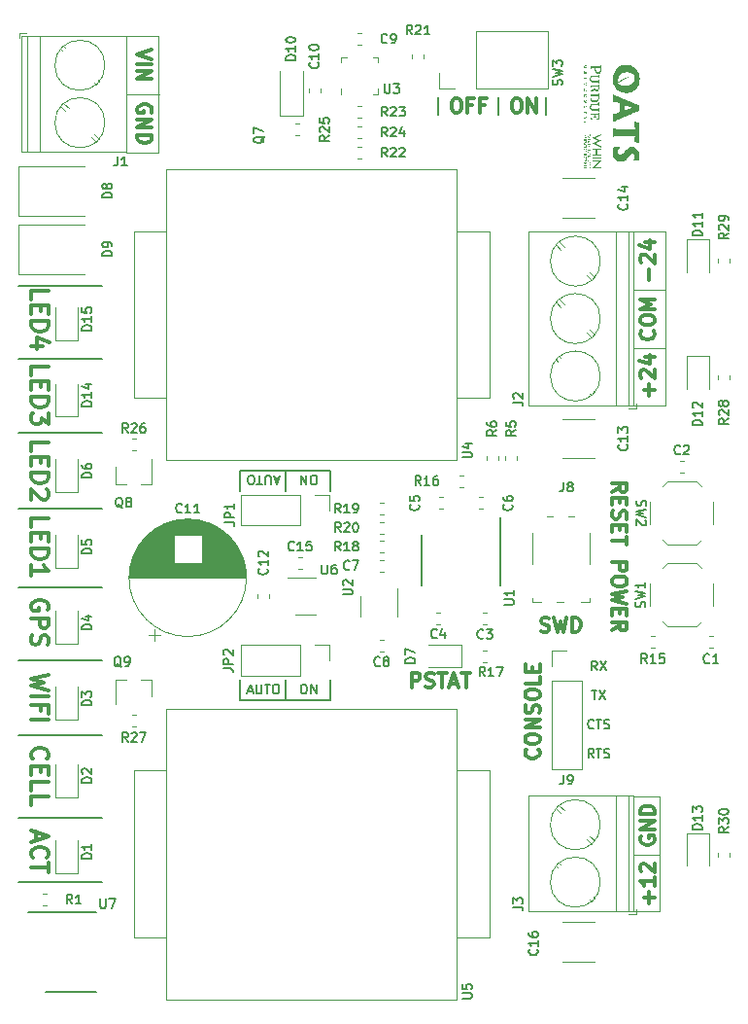
<source format=gbr>
G04 #@! TF.GenerationSoftware,KiCad,Pcbnew,(5.99.0-73-g24ea8f970)*
G04 #@! TF.CreationDate,2019-09-05T16:17:25-04:00*
G04 #@! TF.ProjectId,udoo-power,75646f6f-2d70-46f7-9765-722e6b696361,rev?*
G04 #@! TF.SameCoordinates,Original*
G04 #@! TF.FileFunction,Legend,Top*
G04 #@! TF.FilePolarity,Positive*
%FSLAX46Y46*%
G04 Gerber Fmt 4.6, Leading zero omitted, Abs format (unit mm)*
G04 Created by KiCad (PCBNEW (5.99.0-73-g24ea8f970)) date 2019-09-05 16:17:25*
%MOMM*%
%LPD*%
G04 APERTURE LIST*
%ADD10C,0.317500*%
%ADD11C,0.152400*%
%ADD12C,0.342900*%
%ADD13C,0.100000*%
%ADD14C,0.203200*%
%ADD15C,0.060000*%
%ADD16C,0.120000*%
%ADD17C,0.150000*%
G04 APERTURE END LIST*
D10*
X132896428Y-99955047D02*
X133077857Y-100015523D01*
X133380238Y-100015523D01*
X133501190Y-99955047D01*
X133561666Y-99894571D01*
X133622142Y-99773619D01*
X133622142Y-99652666D01*
X133561666Y-99531714D01*
X133501190Y-99471238D01*
X133380238Y-99410761D01*
X133138333Y-99350285D01*
X133017380Y-99289809D01*
X132956904Y-99229333D01*
X132896428Y-99108380D01*
X132896428Y-98987428D01*
X132956904Y-98866476D01*
X133017380Y-98806000D01*
X133138333Y-98745523D01*
X133440714Y-98745523D01*
X133622142Y-98806000D01*
X134045476Y-98745523D02*
X134347857Y-100015523D01*
X134589761Y-99108380D01*
X134831666Y-100015523D01*
X135134047Y-98745523D01*
X135617857Y-100015523D02*
X135617857Y-98745523D01*
X135920238Y-98745523D01*
X136101666Y-98806000D01*
X136222619Y-98926952D01*
X136283095Y-99047904D01*
X136343571Y-99289809D01*
X136343571Y-99471238D01*
X136283095Y-99713142D01*
X136222619Y-99834095D01*
X136101666Y-99955047D01*
X135920238Y-100015523D01*
X135617857Y-100015523D01*
D11*
X94615000Y-121793000D02*
X87376000Y-121793000D01*
X94615000Y-116205000D02*
X87376000Y-116205000D01*
X94615000Y-108966000D02*
X87376000Y-108966000D01*
X94615000Y-102489000D02*
X87376000Y-102489000D01*
X94615000Y-96139000D02*
X87376000Y-96139000D01*
X94615000Y-89281000D02*
X87376000Y-89281000D01*
X94615000Y-82677000D02*
X87376000Y-82677000D01*
X94615000Y-69850000D02*
X87376000Y-69850000D01*
X94615000Y-76200000D02*
X87376000Y-76200000D01*
X114554000Y-85979000D02*
X106680000Y-85979000D01*
X114554000Y-87757000D02*
X114554000Y-85979000D01*
X106680000Y-87757000D02*
X106680000Y-85979000D01*
X110617000Y-87757000D02*
X110617000Y-85979000D01*
D12*
X88464571Y-71065571D02*
X88464571Y-70339857D01*
X89988571Y-70339857D01*
X89262857Y-71573571D02*
X89262857Y-72081571D01*
X88464571Y-72299285D02*
X88464571Y-71573571D01*
X89988571Y-71573571D01*
X89988571Y-72299285D01*
X88464571Y-72952428D02*
X89988571Y-72952428D01*
X89988571Y-73315285D01*
X89916000Y-73533000D01*
X89770857Y-73678142D01*
X89625714Y-73750714D01*
X89335428Y-73823285D01*
X89117714Y-73823285D01*
X88827428Y-73750714D01*
X88682285Y-73678142D01*
X88537142Y-73533000D01*
X88464571Y-73315285D01*
X88464571Y-72952428D01*
X89480571Y-75129571D02*
X88464571Y-75129571D01*
X90061142Y-74766714D02*
X88972571Y-74403857D01*
X88972571Y-75347285D01*
X88464571Y-77669571D02*
X88464571Y-76943857D01*
X89988571Y-76943857D01*
X89262857Y-78177571D02*
X89262857Y-78685571D01*
X88464571Y-78903285D02*
X88464571Y-78177571D01*
X89988571Y-78177571D01*
X89988571Y-78903285D01*
X88464571Y-79556428D02*
X89988571Y-79556428D01*
X89988571Y-79919285D01*
X89916000Y-80137000D01*
X89770857Y-80282142D01*
X89625714Y-80354714D01*
X89335428Y-80427285D01*
X89117714Y-80427285D01*
X88827428Y-80354714D01*
X88682285Y-80282142D01*
X88537142Y-80137000D01*
X88464571Y-79919285D01*
X88464571Y-79556428D01*
X89988571Y-80935285D02*
X89988571Y-81878714D01*
X89408000Y-81370714D01*
X89408000Y-81588428D01*
X89335428Y-81733571D01*
X89262857Y-81806142D01*
X89117714Y-81878714D01*
X88754857Y-81878714D01*
X88609714Y-81806142D01*
X88537142Y-81733571D01*
X88464571Y-81588428D01*
X88464571Y-81153000D01*
X88537142Y-81007857D01*
X88609714Y-80935285D01*
D11*
X137476895Y-110984695D02*
X137205961Y-110597647D01*
X137012438Y-110984695D02*
X137012438Y-110171895D01*
X137322076Y-110171895D01*
X137399485Y-110210600D01*
X137438190Y-110249304D01*
X137476895Y-110326714D01*
X137476895Y-110442828D01*
X137438190Y-110520238D01*
X137399485Y-110558942D01*
X137322076Y-110597647D01*
X137012438Y-110597647D01*
X137709123Y-110171895D02*
X138173580Y-110171895D01*
X137941352Y-110984695D02*
X137941352Y-110171895D01*
X138405809Y-110945990D02*
X138521923Y-110984695D01*
X138715447Y-110984695D01*
X138792857Y-110945990D01*
X138831561Y-110907285D01*
X138870266Y-110829876D01*
X138870266Y-110752466D01*
X138831561Y-110675057D01*
X138792857Y-110636352D01*
X138715447Y-110597647D01*
X138560628Y-110558942D01*
X138483219Y-110520238D01*
X138444514Y-110481533D01*
X138405809Y-110404123D01*
X138405809Y-110326714D01*
X138444514Y-110249304D01*
X138483219Y-110210600D01*
X138560628Y-110171895D01*
X138754152Y-110171895D01*
X138870266Y-110210600D01*
X137476895Y-108367285D02*
X137438190Y-108405990D01*
X137322076Y-108444695D01*
X137244666Y-108444695D01*
X137128552Y-108405990D01*
X137051142Y-108328580D01*
X137012438Y-108251171D01*
X136973733Y-108096352D01*
X136973733Y-107980238D01*
X137012438Y-107825419D01*
X137051142Y-107748009D01*
X137128552Y-107670600D01*
X137244666Y-107631895D01*
X137322076Y-107631895D01*
X137438190Y-107670600D01*
X137476895Y-107709304D01*
X137709123Y-107631895D02*
X138173580Y-107631895D01*
X137941352Y-108444695D02*
X137941352Y-107631895D01*
X138405809Y-108405990D02*
X138521923Y-108444695D01*
X138715447Y-108444695D01*
X138792857Y-108405990D01*
X138831561Y-108367285D01*
X138870266Y-108289876D01*
X138870266Y-108212466D01*
X138831561Y-108135057D01*
X138792857Y-108096352D01*
X138715447Y-108057647D01*
X138560628Y-108018942D01*
X138483219Y-107980238D01*
X138444514Y-107941533D01*
X138405809Y-107864123D01*
X138405809Y-107786714D01*
X138444514Y-107709304D01*
X138483219Y-107670600D01*
X138560628Y-107631895D01*
X138754152Y-107631895D01*
X138870266Y-107670600D01*
X137302723Y-105091895D02*
X137767180Y-105091895D01*
X137534952Y-105904695D02*
X137534952Y-105091895D01*
X137960704Y-105091895D02*
X138502571Y-105904695D01*
X138502571Y-105091895D02*
X137960704Y-105904695D01*
X137786533Y-103364695D02*
X137515600Y-102977647D01*
X137322076Y-103364695D02*
X137322076Y-102551895D01*
X137631714Y-102551895D01*
X137709123Y-102590600D01*
X137747828Y-102629304D01*
X137786533Y-102706714D01*
X137786533Y-102822828D01*
X137747828Y-102900238D01*
X137709123Y-102938942D01*
X137631714Y-102977647D01*
X137322076Y-102977647D01*
X138057466Y-102551895D02*
X138599333Y-103364695D01*
X138599333Y-102551895D02*
X138057466Y-103364695D01*
D10*
X132660571Y-110229952D02*
X132721047Y-110290428D01*
X132781523Y-110471857D01*
X132781523Y-110592809D01*
X132721047Y-110774238D01*
X132600095Y-110895190D01*
X132479142Y-110955666D01*
X132237238Y-111016142D01*
X132055809Y-111016142D01*
X131813904Y-110955666D01*
X131692952Y-110895190D01*
X131572000Y-110774238D01*
X131511523Y-110592809D01*
X131511523Y-110471857D01*
X131572000Y-110290428D01*
X131632476Y-110229952D01*
X131511523Y-109443761D02*
X131511523Y-109201857D01*
X131572000Y-109080904D01*
X131692952Y-108959952D01*
X131934857Y-108899476D01*
X132358190Y-108899476D01*
X132600095Y-108959952D01*
X132721047Y-109080904D01*
X132781523Y-109201857D01*
X132781523Y-109443761D01*
X132721047Y-109564714D01*
X132600095Y-109685666D01*
X132358190Y-109746142D01*
X131934857Y-109746142D01*
X131692952Y-109685666D01*
X131572000Y-109564714D01*
X131511523Y-109443761D01*
X132781523Y-108355190D02*
X131511523Y-108355190D01*
X132781523Y-107629476D01*
X131511523Y-107629476D01*
X132721047Y-107085190D02*
X132781523Y-106903761D01*
X132781523Y-106601380D01*
X132721047Y-106480428D01*
X132660571Y-106419952D01*
X132539619Y-106359476D01*
X132418666Y-106359476D01*
X132297714Y-106419952D01*
X132237238Y-106480428D01*
X132176761Y-106601380D01*
X132116285Y-106843285D01*
X132055809Y-106964238D01*
X131995333Y-107024714D01*
X131874380Y-107085190D01*
X131753428Y-107085190D01*
X131632476Y-107024714D01*
X131572000Y-106964238D01*
X131511523Y-106843285D01*
X131511523Y-106540904D01*
X131572000Y-106359476D01*
X131511523Y-105573285D02*
X131511523Y-105331380D01*
X131572000Y-105210428D01*
X131692952Y-105089476D01*
X131934857Y-105029000D01*
X132358190Y-105029000D01*
X132600095Y-105089476D01*
X132721047Y-105210428D01*
X132781523Y-105331380D01*
X132781523Y-105573285D01*
X132721047Y-105694238D01*
X132600095Y-105815190D01*
X132358190Y-105875666D01*
X131934857Y-105875666D01*
X131692952Y-105815190D01*
X131572000Y-105694238D01*
X131511523Y-105573285D01*
X132781523Y-103879952D02*
X132781523Y-104484714D01*
X131511523Y-104484714D01*
X132116285Y-103456619D02*
X132116285Y-103033285D01*
X132781523Y-102851857D02*
X132781523Y-103456619D01*
X131511523Y-103456619D01*
X131511523Y-102851857D01*
D13*
X140970000Y-80264000D02*
X143764000Y-80264000D01*
D10*
X142330714Y-79417333D02*
X142330714Y-78449714D01*
X142814523Y-78933523D02*
X141846904Y-78933523D01*
X141665476Y-77905428D02*
X141605000Y-77844952D01*
X141544523Y-77724000D01*
X141544523Y-77421619D01*
X141605000Y-77300666D01*
X141665476Y-77240190D01*
X141786428Y-77179714D01*
X141907380Y-77179714D01*
X142088809Y-77240190D01*
X142814523Y-77965904D01*
X142814523Y-77179714D01*
X141967857Y-76091142D02*
X142814523Y-76091142D01*
X141484047Y-76393523D02*
X142391190Y-76695904D01*
X142391190Y-75909714D01*
D13*
X143764000Y-65151000D02*
X143764000Y-80264000D01*
X140970000Y-75311000D02*
X143764000Y-75311000D01*
D10*
X142693571Y-73768857D02*
X142754047Y-73829333D01*
X142814523Y-74010761D01*
X142814523Y-74131714D01*
X142754047Y-74313142D01*
X142633095Y-74434095D01*
X142512142Y-74494571D01*
X142270238Y-74555047D01*
X142088809Y-74555047D01*
X141846904Y-74494571D01*
X141725952Y-74434095D01*
X141605000Y-74313142D01*
X141544523Y-74131714D01*
X141544523Y-74010761D01*
X141605000Y-73829333D01*
X141665476Y-73768857D01*
X141544523Y-72982666D02*
X141544523Y-72740761D01*
X141605000Y-72619809D01*
X141725952Y-72498857D01*
X141967857Y-72438380D01*
X142391190Y-72438380D01*
X142633095Y-72498857D01*
X142754047Y-72619809D01*
X142814523Y-72740761D01*
X142814523Y-72982666D01*
X142754047Y-73103619D01*
X142633095Y-73224571D01*
X142391190Y-73285047D01*
X141967857Y-73285047D01*
X141725952Y-73224571D01*
X141605000Y-73103619D01*
X141544523Y-72982666D01*
X142814523Y-71894095D02*
X141544523Y-71894095D01*
X142451666Y-71470761D01*
X141544523Y-71047428D01*
X142814523Y-71047428D01*
D13*
X140970000Y-70231000D02*
X143764000Y-70231000D01*
X140970000Y-65151000D02*
X143764000Y-65151000D01*
D10*
X142330714Y-69384333D02*
X142330714Y-68416714D01*
X141665476Y-67872428D02*
X141605000Y-67811952D01*
X141544523Y-67691000D01*
X141544523Y-67388619D01*
X141605000Y-67267666D01*
X141665476Y-67207190D01*
X141786428Y-67146714D01*
X141907380Y-67146714D01*
X142088809Y-67207190D01*
X142814523Y-67932904D01*
X142814523Y-67146714D01*
X141967857Y-66058142D02*
X142814523Y-66058142D01*
X141484047Y-66360523D02*
X142391190Y-66662904D01*
X142391190Y-65876714D01*
D11*
X129159000Y-53467000D02*
X129159000Y-54991000D01*
X123952000Y-53467000D02*
X123952000Y-54991000D01*
X133350000Y-53467000D02*
X133350000Y-54991000D01*
D12*
X88900000Y-117420571D02*
X88900000Y-118146285D01*
X88464571Y-117275428D02*
X89988571Y-117783428D01*
X88464571Y-118291428D01*
X88609714Y-119670285D02*
X88537142Y-119597714D01*
X88464571Y-119380000D01*
X88464571Y-119234857D01*
X88537142Y-119017142D01*
X88682285Y-118872000D01*
X88827428Y-118799428D01*
X89117714Y-118726857D01*
X89335428Y-118726857D01*
X89625714Y-118799428D01*
X89770857Y-118872000D01*
X89916000Y-119017142D01*
X89988571Y-119234857D01*
X89988571Y-119380000D01*
X89916000Y-119597714D01*
X89843428Y-119670285D01*
X89988571Y-120105714D02*
X89988571Y-120976571D01*
X88464571Y-120541142D02*
X89988571Y-120541142D01*
X88609714Y-111070571D02*
X88537142Y-110998000D01*
X88464571Y-110780285D01*
X88464571Y-110635142D01*
X88537142Y-110417428D01*
X88682285Y-110272285D01*
X88827428Y-110199714D01*
X89117714Y-110127142D01*
X89335428Y-110127142D01*
X89625714Y-110199714D01*
X89770857Y-110272285D01*
X89916000Y-110417428D01*
X89988571Y-110635142D01*
X89988571Y-110780285D01*
X89916000Y-110998000D01*
X89843428Y-111070571D01*
X89262857Y-111723714D02*
X89262857Y-112231714D01*
X88464571Y-112449428D02*
X88464571Y-111723714D01*
X89988571Y-111723714D01*
X89988571Y-112449428D01*
X88464571Y-113828285D02*
X88464571Y-113102571D01*
X89988571Y-113102571D01*
X88464571Y-115062000D02*
X88464571Y-114336285D01*
X89988571Y-114336285D01*
X89988571Y-103759000D02*
X88464571Y-104121857D01*
X89553142Y-104412142D01*
X88464571Y-104702428D01*
X89988571Y-105065285D01*
X88464571Y-105645857D02*
X89988571Y-105645857D01*
X89262857Y-106879571D02*
X89262857Y-106371571D01*
X88464571Y-106371571D02*
X89988571Y-106371571D01*
X89988571Y-107097285D01*
X88464571Y-107677857D02*
X89988571Y-107677857D01*
X89916000Y-98098428D02*
X89988571Y-97953285D01*
X89988571Y-97735571D01*
X89916000Y-97517857D01*
X89770857Y-97372714D01*
X89625714Y-97300142D01*
X89335428Y-97227571D01*
X89117714Y-97227571D01*
X88827428Y-97300142D01*
X88682285Y-97372714D01*
X88537142Y-97517857D01*
X88464571Y-97735571D01*
X88464571Y-97880714D01*
X88537142Y-98098428D01*
X88609714Y-98171000D01*
X89117714Y-98171000D01*
X89117714Y-97880714D01*
X88464571Y-98824142D02*
X89988571Y-98824142D01*
X89988571Y-99404714D01*
X89916000Y-99549857D01*
X89843428Y-99622428D01*
X89698285Y-99695000D01*
X89480571Y-99695000D01*
X89335428Y-99622428D01*
X89262857Y-99549857D01*
X89190285Y-99404714D01*
X89190285Y-98824142D01*
X88537142Y-100275571D02*
X88464571Y-100493285D01*
X88464571Y-100856142D01*
X88537142Y-101001285D01*
X88609714Y-101073857D01*
X88754857Y-101146428D01*
X88900000Y-101146428D01*
X89045142Y-101073857D01*
X89117714Y-101001285D01*
X89190285Y-100856142D01*
X89262857Y-100565857D01*
X89335428Y-100420714D01*
X89408000Y-100348142D01*
X89553142Y-100275571D01*
X89698285Y-100275571D01*
X89843428Y-100348142D01*
X89916000Y-100420714D01*
X89988571Y-100565857D01*
X89988571Y-100928714D01*
X89916000Y-101146428D01*
X88464571Y-90877571D02*
X88464571Y-90151857D01*
X89988571Y-90151857D01*
X89262857Y-91385571D02*
X89262857Y-91893571D01*
X88464571Y-92111285D02*
X88464571Y-91385571D01*
X89988571Y-91385571D01*
X89988571Y-92111285D01*
X88464571Y-92764428D02*
X89988571Y-92764428D01*
X89988571Y-93127285D01*
X89916000Y-93345000D01*
X89770857Y-93490142D01*
X89625714Y-93562714D01*
X89335428Y-93635285D01*
X89117714Y-93635285D01*
X88827428Y-93562714D01*
X88682285Y-93490142D01*
X88537142Y-93345000D01*
X88464571Y-93127285D01*
X88464571Y-92764428D01*
X88464571Y-95086714D02*
X88464571Y-94215857D01*
X88464571Y-94651285D02*
X89988571Y-94651285D01*
X89770857Y-94506142D01*
X89625714Y-94361000D01*
X89553142Y-94215857D01*
D10*
X121629714Y-104841523D02*
X121629714Y-103571523D01*
X122113523Y-103571523D01*
X122234476Y-103632000D01*
X122294952Y-103692476D01*
X122355428Y-103813428D01*
X122355428Y-103994857D01*
X122294952Y-104115809D01*
X122234476Y-104176285D01*
X122113523Y-104236761D01*
X121629714Y-104236761D01*
X122839238Y-104781047D02*
X123020666Y-104841523D01*
X123323047Y-104841523D01*
X123444000Y-104781047D01*
X123504476Y-104720571D01*
X123564952Y-104599619D01*
X123564952Y-104478666D01*
X123504476Y-104357714D01*
X123444000Y-104297238D01*
X123323047Y-104236761D01*
X123081142Y-104176285D01*
X122960190Y-104115809D01*
X122899714Y-104055333D01*
X122839238Y-103934380D01*
X122839238Y-103813428D01*
X122899714Y-103692476D01*
X122960190Y-103632000D01*
X123081142Y-103571523D01*
X123383523Y-103571523D01*
X123564952Y-103632000D01*
X123927809Y-103571523D02*
X124653523Y-103571523D01*
X124290666Y-104841523D02*
X124290666Y-103571523D01*
X125016380Y-104478666D02*
X125621142Y-104478666D01*
X124895428Y-104841523D02*
X125318761Y-103571523D01*
X125742095Y-104841523D01*
X125984000Y-103571523D02*
X126709714Y-103571523D01*
X126346857Y-104841523D02*
X126346857Y-103571523D01*
X130658809Y-53533523D02*
X130900714Y-53533523D01*
X131021666Y-53594000D01*
X131142619Y-53714952D01*
X131203095Y-53956857D01*
X131203095Y-54380190D01*
X131142619Y-54622095D01*
X131021666Y-54743047D01*
X130900714Y-54803523D01*
X130658809Y-54803523D01*
X130537857Y-54743047D01*
X130416904Y-54622095D01*
X130356428Y-54380190D01*
X130356428Y-53956857D01*
X130416904Y-53714952D01*
X130537857Y-53594000D01*
X130658809Y-53533523D01*
X131747380Y-54803523D02*
X131747380Y-53533523D01*
X132473095Y-54803523D01*
X132473095Y-53533523D01*
D12*
X88464571Y-84273571D02*
X88464571Y-83547857D01*
X89988571Y-83547857D01*
X89262857Y-84781571D02*
X89262857Y-85289571D01*
X88464571Y-85507285D02*
X88464571Y-84781571D01*
X89988571Y-84781571D01*
X89988571Y-85507285D01*
X88464571Y-86160428D02*
X89988571Y-86160428D01*
X89988571Y-86523285D01*
X89916000Y-86741000D01*
X89770857Y-86886142D01*
X89625714Y-86958714D01*
X89335428Y-87031285D01*
X89117714Y-87031285D01*
X88827428Y-86958714D01*
X88682285Y-86886142D01*
X88537142Y-86741000D01*
X88464571Y-86523285D01*
X88464571Y-86160428D01*
X89843428Y-87611857D02*
X89916000Y-87684428D01*
X89988571Y-87829571D01*
X89988571Y-88192428D01*
X89916000Y-88337571D01*
X89843428Y-88410142D01*
X89698285Y-88482714D01*
X89553142Y-88482714D01*
X89335428Y-88410142D01*
X88464571Y-87539285D01*
X88464571Y-88482714D01*
D10*
X142330714Y-123613333D02*
X142330714Y-122645714D01*
X142814523Y-123129523D02*
X141846904Y-123129523D01*
X142814523Y-121375714D02*
X142814523Y-122101428D01*
X142814523Y-121738571D02*
X141544523Y-121738571D01*
X141725952Y-121859523D01*
X141846904Y-121980476D01*
X141907380Y-122101428D01*
X141665476Y-120891904D02*
X141605000Y-120831428D01*
X141544523Y-120710476D01*
X141544523Y-120408095D01*
X141605000Y-120287142D01*
X141665476Y-120226666D01*
X141786428Y-120166190D01*
X141907380Y-120166190D01*
X142088809Y-120226666D01*
X142814523Y-120952380D01*
X142814523Y-120166190D01*
X141605000Y-117807619D02*
X141544523Y-117928571D01*
X141544523Y-118110000D01*
X141605000Y-118291428D01*
X141725952Y-118412380D01*
X141846904Y-118472857D01*
X142088809Y-118533333D01*
X142270238Y-118533333D01*
X142512142Y-118472857D01*
X142633095Y-118412380D01*
X142754047Y-118291428D01*
X142814523Y-118110000D01*
X142814523Y-117989047D01*
X142754047Y-117807619D01*
X142693571Y-117747142D01*
X142270238Y-117747142D01*
X142270238Y-117989047D01*
X142814523Y-117202857D02*
X141544523Y-117202857D01*
X142814523Y-116477142D01*
X141544523Y-116477142D01*
X142814523Y-115872380D02*
X141544523Y-115872380D01*
X141544523Y-115570000D01*
X141605000Y-115388571D01*
X141725952Y-115267619D01*
X141846904Y-115207142D01*
X142088809Y-115146666D01*
X142270238Y-115146666D01*
X142512142Y-115207142D01*
X142633095Y-115267619D01*
X142754047Y-115388571D01*
X142814523Y-115570000D01*
X142814523Y-115872380D01*
D13*
X140970000Y-119380000D02*
X143256000Y-119380000D01*
X140970000Y-114300000D02*
X143256000Y-114300000D01*
X140950000Y-124333000D02*
X143256000Y-124333000D01*
X143256000Y-114300000D02*
X143256000Y-124333000D01*
D11*
X106680000Y-105918000D02*
X114554000Y-105918000D01*
X114554000Y-104140000D02*
X114554000Y-105918000D01*
X110617000Y-104140000D02*
X110617000Y-105918000D01*
X106680000Y-104140000D02*
X106680000Y-105918000D01*
D14*
X113152161Y-87186104D02*
X112997342Y-87186104D01*
X112919933Y-87147400D01*
X112842523Y-87069990D01*
X112803819Y-86915171D01*
X112803819Y-86644238D01*
X112842523Y-86489419D01*
X112919933Y-86412009D01*
X112997342Y-86373304D01*
X113152161Y-86373304D01*
X113229571Y-86412009D01*
X113306980Y-86489419D01*
X113345685Y-86644238D01*
X113345685Y-86915171D01*
X113306980Y-87069990D01*
X113229571Y-87147400D01*
X113152161Y-87186104D01*
X112455476Y-86373304D02*
X112455476Y-87186104D01*
X111991019Y-86373304D01*
X111991019Y-87186104D01*
X110066666Y-86605533D02*
X109679619Y-86605533D01*
X110144076Y-86373304D02*
X109873142Y-87186104D01*
X109602209Y-86373304D01*
X109331276Y-87186104D02*
X109331276Y-86528123D01*
X109292571Y-86450714D01*
X109253866Y-86412009D01*
X109176457Y-86373304D01*
X109021638Y-86373304D01*
X108944228Y-86412009D01*
X108905523Y-86450714D01*
X108866819Y-86528123D01*
X108866819Y-87186104D01*
X108595885Y-87186104D02*
X108131428Y-87186104D01*
X108363657Y-86373304D02*
X108363657Y-87186104D01*
X107705676Y-87186104D02*
X107550857Y-87186104D01*
X107473447Y-87147400D01*
X107396038Y-87069990D01*
X107357333Y-86915171D01*
X107357333Y-86644238D01*
X107396038Y-86489419D01*
X107473447Y-86412009D01*
X107550857Y-86373304D01*
X107705676Y-86373304D01*
X107783085Y-86412009D01*
X107860495Y-86489419D01*
X107899200Y-86644238D01*
X107899200Y-86915171D01*
X107860495Y-87069990D01*
X107783085Y-87147400D01*
X107705676Y-87186104D01*
X107357333Y-105164466D02*
X107744380Y-105164466D01*
X107279923Y-105396695D02*
X107550857Y-104583895D01*
X107821790Y-105396695D01*
X108092723Y-104583895D02*
X108092723Y-105241876D01*
X108131428Y-105319285D01*
X108170133Y-105357990D01*
X108247542Y-105396695D01*
X108402361Y-105396695D01*
X108479771Y-105357990D01*
X108518476Y-105319285D01*
X108557180Y-105241876D01*
X108557180Y-104583895D01*
X108828114Y-104583895D02*
X109292571Y-104583895D01*
X109060342Y-105396695D02*
X109060342Y-104583895D01*
X109718323Y-104583895D02*
X109873142Y-104583895D01*
X109950552Y-104622600D01*
X110027961Y-104700009D01*
X110066666Y-104854828D01*
X110066666Y-105125761D01*
X110027961Y-105280580D01*
X109950552Y-105357990D01*
X109873142Y-105396695D01*
X109718323Y-105396695D01*
X109640914Y-105357990D01*
X109563504Y-105280580D01*
X109524800Y-105125761D01*
X109524800Y-104854828D01*
X109563504Y-104700009D01*
X109640914Y-104622600D01*
X109718323Y-104583895D01*
D10*
X139125476Y-93967904D02*
X140395476Y-93967904D01*
X140395476Y-94451714D01*
X140335000Y-94572666D01*
X140274523Y-94633142D01*
X140153571Y-94693619D01*
X139972142Y-94693619D01*
X139851190Y-94633142D01*
X139790714Y-94572666D01*
X139730238Y-94451714D01*
X139730238Y-93967904D01*
X140395476Y-95479809D02*
X140395476Y-95721714D01*
X140335000Y-95842666D01*
X140214047Y-95963619D01*
X139972142Y-96024095D01*
X139548809Y-96024095D01*
X139306904Y-95963619D01*
X139185952Y-95842666D01*
X139125476Y-95721714D01*
X139125476Y-95479809D01*
X139185952Y-95358857D01*
X139306904Y-95237904D01*
X139548809Y-95177428D01*
X139972142Y-95177428D01*
X140214047Y-95237904D01*
X140335000Y-95358857D01*
X140395476Y-95479809D01*
X140395476Y-96447428D02*
X139125476Y-96749809D01*
X140032619Y-96991714D01*
X139125476Y-97233619D01*
X140395476Y-97536000D01*
X139790714Y-98019809D02*
X139790714Y-98443142D01*
X139125476Y-98624571D02*
X139125476Y-98019809D01*
X140395476Y-98019809D01*
X140395476Y-98624571D01*
X139125476Y-99894571D02*
X139730238Y-99471238D01*
X139125476Y-99168857D02*
X140395476Y-99168857D01*
X140395476Y-99652666D01*
X140335000Y-99773619D01*
X140274523Y-99834095D01*
X140153571Y-99894571D01*
X139972142Y-99894571D01*
X139851190Y-99834095D01*
X139790714Y-99773619D01*
X139730238Y-99652666D01*
X139730238Y-99168857D01*
X139125476Y-87817476D02*
X139730238Y-87394142D01*
X139125476Y-87091761D02*
X140395476Y-87091761D01*
X140395476Y-87575571D01*
X140335000Y-87696523D01*
X140274523Y-87757000D01*
X140153571Y-87817476D01*
X139972142Y-87817476D01*
X139851190Y-87757000D01*
X139790714Y-87696523D01*
X139730238Y-87575571D01*
X139730238Y-87091761D01*
X139790714Y-88361761D02*
X139790714Y-88785095D01*
X139125476Y-88966523D02*
X139125476Y-88361761D01*
X140395476Y-88361761D01*
X140395476Y-88966523D01*
X139185952Y-89450333D02*
X139125476Y-89631761D01*
X139125476Y-89934142D01*
X139185952Y-90055095D01*
X139246428Y-90115571D01*
X139367380Y-90176047D01*
X139488333Y-90176047D01*
X139609285Y-90115571D01*
X139669761Y-90055095D01*
X139730238Y-89934142D01*
X139790714Y-89692238D01*
X139851190Y-89571285D01*
X139911666Y-89510809D01*
X140032619Y-89450333D01*
X140153571Y-89450333D01*
X140274523Y-89510809D01*
X140335000Y-89571285D01*
X140395476Y-89692238D01*
X140395476Y-89994619D01*
X140335000Y-90176047D01*
X139790714Y-90720333D02*
X139790714Y-91143666D01*
X139125476Y-91325095D02*
X139125476Y-90720333D01*
X140395476Y-90720333D01*
X140395476Y-91325095D01*
X140395476Y-91687952D02*
X140395476Y-92413666D01*
X139125476Y-92050809D02*
X140395476Y-92050809D01*
D14*
X112145838Y-104583895D02*
X112300657Y-104583895D01*
X112378066Y-104622600D01*
X112455476Y-104700009D01*
X112494180Y-104854828D01*
X112494180Y-105125761D01*
X112455476Y-105280580D01*
X112378066Y-105357990D01*
X112300657Y-105396695D01*
X112145838Y-105396695D01*
X112068428Y-105357990D01*
X111991019Y-105280580D01*
X111952314Y-105125761D01*
X111952314Y-104854828D01*
X111991019Y-104700009D01*
X112068428Y-104622600D01*
X112145838Y-104583895D01*
X112842523Y-105396695D02*
X112842523Y-104583895D01*
X113306980Y-105396695D01*
X113306980Y-104583895D01*
D13*
X99568000Y-48133000D02*
X99568000Y-58293000D01*
X96774000Y-58293000D02*
X99568000Y-58293000D01*
X96774000Y-48133000D02*
X99568000Y-48133000D01*
X96774000Y-53213000D02*
X99618800Y-53213000D01*
D10*
X98993476Y-49282047D02*
X97723476Y-49705380D01*
X98993476Y-50128714D01*
X97723476Y-50552047D02*
X98993476Y-50552047D01*
X97723476Y-51156809D02*
X98993476Y-51156809D01*
X97723476Y-51882523D01*
X98993476Y-51882523D01*
X98933000Y-54785380D02*
X98993476Y-54664428D01*
X98993476Y-54483000D01*
X98933000Y-54301571D01*
X98812047Y-54180619D01*
X98691095Y-54120142D01*
X98449190Y-54059666D01*
X98267761Y-54059666D01*
X98025857Y-54120142D01*
X97904904Y-54180619D01*
X97783952Y-54301571D01*
X97723476Y-54483000D01*
X97723476Y-54603952D01*
X97783952Y-54785380D01*
X97844428Y-54845857D01*
X98267761Y-54845857D01*
X98267761Y-54603952D01*
X97723476Y-55390142D02*
X98993476Y-55390142D01*
X97723476Y-56115857D01*
X98993476Y-56115857D01*
X97723476Y-56720619D02*
X98993476Y-56720619D01*
X98993476Y-57023000D01*
X98933000Y-57204428D01*
X98812047Y-57325380D01*
X98691095Y-57385857D01*
X98449190Y-57446333D01*
X98267761Y-57446333D01*
X98025857Y-57385857D01*
X97904904Y-57325380D01*
X97783952Y-57204428D01*
X97723476Y-57023000D01*
X97723476Y-56720619D01*
X125409476Y-53533523D02*
X125651380Y-53533523D01*
X125772333Y-53594000D01*
X125893285Y-53714952D01*
X125953761Y-53956857D01*
X125953761Y-54380190D01*
X125893285Y-54622095D01*
X125772333Y-54743047D01*
X125651380Y-54803523D01*
X125409476Y-54803523D01*
X125288523Y-54743047D01*
X125167571Y-54622095D01*
X125107095Y-54380190D01*
X125107095Y-53956857D01*
X125167571Y-53714952D01*
X125288523Y-53594000D01*
X125409476Y-53533523D01*
X126921380Y-54138285D02*
X126498047Y-54138285D01*
X126498047Y-54803523D02*
X126498047Y-53533523D01*
X127102809Y-53533523D01*
X128009952Y-54138285D02*
X127586619Y-54138285D01*
X127586619Y-54803523D02*
X127586619Y-53533523D01*
X128191380Y-53533523D01*
D13*
G36*
X136868923Y-56658120D02*
G01*
X136643905Y-56658120D01*
X136643905Y-56631118D01*
X136868923Y-56631118D01*
X136868923Y-56658120D01*
X136868923Y-56658120D01*
G37*
G36*
X136868337Y-56752920D02*
G01*
X136867423Y-56766713D01*
X136798961Y-56794173D01*
X136730498Y-56821633D01*
X136799711Y-56822438D01*
X136868923Y-56823244D01*
X136868923Y-56850135D01*
X136643905Y-56850135D01*
X136643905Y-56824250D01*
X136713553Y-56795939D01*
X136783201Y-56767629D01*
X136713553Y-56766823D01*
X136643905Y-56766018D01*
X136643905Y-56739126D01*
X136869252Y-56739126D01*
X136868337Y-56752920D01*
X136868337Y-56752920D01*
G37*
G36*
X136868911Y-56956644D02*
G01*
X136800661Y-56984284D01*
X136732412Y-57011924D01*
X136800668Y-57012036D01*
X136868923Y-57012148D01*
X136868923Y-57042150D01*
X136643577Y-57042150D01*
X136645405Y-57014322D01*
X136779817Y-56959644D01*
X136711861Y-56958837D01*
X136643905Y-56958031D01*
X136643905Y-56931142D01*
X136868923Y-56931142D01*
X136868911Y-56956644D01*
X136868911Y-56956644D01*
G37*
G36*
X136806006Y-57120930D02*
G01*
X136824316Y-57123733D01*
X136838689Y-57127986D01*
X136849790Y-57133875D01*
X136858286Y-57141587D01*
X136863725Y-57149313D01*
X136867848Y-57160930D01*
X136869288Y-57175429D01*
X136868019Y-57190312D01*
X136864247Y-57202610D01*
X136856018Y-57213408D01*
X136842880Y-57222436D01*
X136825807Y-57229092D01*
X136818521Y-57230867D01*
X136809859Y-57232031D01*
X136796717Y-57233015D01*
X136780617Y-57233739D01*
X136763078Y-57234124D01*
X136755397Y-57234165D01*
X136728474Y-57233711D01*
X136706725Y-57232202D01*
X136689380Y-57229417D01*
X136675670Y-57225138D01*
X136664825Y-57219143D01*
X136656078Y-57211213D01*
X136650656Y-57204194D01*
X136645867Y-57192842D01*
X136644004Y-57179159D01*
X136677540Y-57179159D01*
X136680324Y-57187376D01*
X136684674Y-57193844D01*
X136691553Y-57198727D01*
X136701731Y-57202250D01*
X136715978Y-57204638D01*
X136735065Y-57206116D01*
X136745946Y-57206561D01*
X136773454Y-57206762D01*
X136795495Y-57205307D01*
X136812401Y-57202083D01*
X136824501Y-57196979D01*
X136832128Y-57189885D01*
X136835613Y-57180688D01*
X136835920Y-57176320D01*
X136834460Y-57167111D01*
X136829753Y-57159889D01*
X136821311Y-57154477D01*
X136808646Y-57150694D01*
X136791267Y-57148362D01*
X136768688Y-57147302D01*
X136756414Y-57147192D01*
X136734310Y-57147500D01*
X136717271Y-57148539D01*
X136704390Y-57150479D01*
X136694758Y-57153490D01*
X136687466Y-57157742D01*
X136684025Y-57160770D01*
X136678096Y-57169485D01*
X136677540Y-57179159D01*
X136644004Y-57179159D01*
X136643923Y-57178565D01*
X136644904Y-57163760D01*
X136648888Y-57150827D01*
X136648895Y-57150813D01*
X136655513Y-57140859D01*
X136664851Y-57133003D01*
X136677489Y-57127071D01*
X136694007Y-57122887D01*
X136714986Y-57120278D01*
X136741006Y-57119069D01*
X136754914Y-57118934D01*
X136756414Y-57118958D01*
X136783094Y-57119393D01*
X136806006Y-57120930D01*
X136806006Y-57120930D01*
G37*
G36*
X136868171Y-57299601D02*
G01*
X136868856Y-57305331D01*
X136868923Y-57311462D01*
X136868923Y-57326403D01*
X136793167Y-57341482D01*
X136773027Y-57345585D01*
X136755243Y-57349390D01*
X136740532Y-57352728D01*
X136729612Y-57355430D01*
X136723200Y-57357329D01*
X136721912Y-57358225D01*
X136726020Y-57359253D01*
X136735147Y-57361250D01*
X136748422Y-57364035D01*
X136764977Y-57367426D01*
X136783939Y-57371243D01*
X136797667Y-57373971D01*
X136868923Y-57388052D01*
X136868923Y-57402941D01*
X136868709Y-57411721D01*
X136867605Y-57415857D01*
X136864922Y-57416700D01*
X136862173Y-57416166D01*
X136857210Y-57415065D01*
X136847425Y-57412996D01*
X136833622Y-57410123D01*
X136816605Y-57406610D01*
X136797176Y-57402619D01*
X136776141Y-57398316D01*
X136754302Y-57393863D01*
X136732463Y-57389423D01*
X136711428Y-57385161D01*
X136692001Y-57381240D01*
X136674985Y-57377823D01*
X136661183Y-57375074D01*
X136651401Y-57373157D01*
X136646441Y-57372235D01*
X136646007Y-57372176D01*
X136644808Y-57369477D01*
X136644047Y-57362575D01*
X136643905Y-57357175D01*
X136644229Y-57348616D01*
X136645058Y-57343184D01*
X136645706Y-57342174D01*
X136648959Y-57341598D01*
X136657288Y-57339978D01*
X136669890Y-57337477D01*
X136685962Y-57334258D01*
X136704702Y-57330485D01*
X136725308Y-57326319D01*
X136746977Y-57321926D01*
X136768907Y-57317466D01*
X136790294Y-57313104D01*
X136810338Y-57309003D01*
X136828234Y-57305325D01*
X136843182Y-57302233D01*
X136854378Y-57299891D01*
X136861020Y-57298462D01*
X136862173Y-57298194D01*
X136866172Y-57297672D01*
X136868171Y-57299601D01*
X136868171Y-57299601D01*
G37*
G36*
X136742696Y-57475281D02*
G01*
X136759414Y-57479065D01*
X136783111Y-57484435D01*
X136805083Y-57489435D01*
X136824609Y-57493899D01*
X136840965Y-57497662D01*
X136853431Y-57500556D01*
X136861284Y-57502417D01*
X136863673Y-57503023D01*
X136867078Y-57505604D01*
X136868646Y-57511636D01*
X136868912Y-57518640D01*
X136868901Y-57532689D01*
X136758653Y-57557592D01*
X136733785Y-57563191D01*
X136710752Y-57568343D01*
X136690210Y-57572903D01*
X136672817Y-57576727D01*
X136659228Y-57579670D01*
X136650102Y-57581589D01*
X136646094Y-57582339D01*
X136645991Y-57582344D01*
X136644757Y-57579570D01*
X136644325Y-57572681D01*
X136644491Y-57567942D01*
X136645405Y-57553691D01*
X136686121Y-57545245D01*
X136685265Y-57517965D01*
X136685265Y-57517956D01*
X136718911Y-57517956D01*
X136719031Y-57528527D01*
X136719694Y-57534329D01*
X136721351Y-57536591D01*
X136724458Y-57536545D01*
X136725662Y-57536283D01*
X136731142Y-57535023D01*
X136741058Y-57532748D01*
X136753999Y-57529781D01*
X136768415Y-57526477D01*
X136804418Y-57518229D01*
X136769915Y-57510259D01*
X136755460Y-57506903D01*
X136742432Y-57503848D01*
X136732366Y-57501455D01*
X136727162Y-57500181D01*
X136718911Y-57498072D01*
X136718911Y-57517956D01*
X136685265Y-57517956D01*
X136684409Y-57490686D01*
X136643905Y-57482284D01*
X136643905Y-57467408D01*
X136644065Y-57458622D01*
X136645120Y-57454500D01*
X136647929Y-57453706D01*
X136652156Y-57454604D01*
X136656991Y-57455746D01*
X136666929Y-57458038D01*
X136681218Y-57461309D01*
X136699110Y-57465387D01*
X136718911Y-57469888D01*
X136719852Y-57470102D01*
X136742696Y-57475281D01*
X136742696Y-57475281D01*
G37*
G36*
X136868923Y-57732205D02*
G01*
X136835920Y-57732205D01*
X136835920Y-57699202D01*
X136643905Y-57699202D01*
X136643905Y-57669200D01*
X136835920Y-57669200D01*
X136835920Y-57636197D01*
X136868923Y-57636197D01*
X136868923Y-57732205D01*
X136868923Y-57732205D01*
G37*
G36*
X136868923Y-57831212D02*
G01*
X136643905Y-57831212D01*
X136643905Y-57804210D01*
X136868923Y-57804210D01*
X136868923Y-57831212D01*
X136868923Y-57831212D01*
G37*
G36*
X136788394Y-57907113D02*
G01*
X136813281Y-57909863D01*
X136833122Y-57914634D01*
X136848267Y-57921571D01*
X136859065Y-57930815D01*
X136865867Y-57942511D01*
X136868293Y-57951398D01*
X136869432Y-57970769D01*
X136865377Y-57987171D01*
X136856185Y-58000530D01*
X136841918Y-58010776D01*
X136822635Y-58017833D01*
X136811912Y-58020019D01*
X136797436Y-58021646D01*
X136779051Y-58022666D01*
X136758670Y-58023075D01*
X136738202Y-58022869D01*
X136719559Y-58022042D01*
X136704653Y-58020590D01*
X136702656Y-58020285D01*
X136683353Y-58015435D01*
X136666953Y-58007964D01*
X136654670Y-57998498D01*
X136650660Y-57993532D01*
X136645425Y-57981042D01*
X136643513Y-57965987D01*
X136643629Y-57964723D01*
X136676908Y-57964723D01*
X136678726Y-57971770D01*
X136683069Y-57979247D01*
X136688945Y-57984774D01*
X136697196Y-57988871D01*
X136708618Y-57991701D01*
X136724008Y-57993429D01*
X136744160Y-57994216D01*
X136756414Y-57994308D01*
X136781797Y-57993716D01*
X136801730Y-57991831D01*
X136816655Y-57988494D01*
X136827014Y-57983544D01*
X136833249Y-57976820D01*
X136835804Y-57968163D01*
X136835920Y-57965460D01*
X136834617Y-57955778D01*
X136830352Y-57948223D01*
X136822596Y-57942588D01*
X136810819Y-57938665D01*
X136794490Y-57936249D01*
X136773080Y-57935130D01*
X136757994Y-57934995D01*
X136740224Y-57935295D01*
X136724117Y-57936051D01*
X136711065Y-57937170D01*
X136702460Y-57938559D01*
X136701821Y-57938731D01*
X136690362Y-57944122D01*
X136681720Y-57952187D01*
X136677242Y-57961519D01*
X136676908Y-57964723D01*
X136643629Y-57964723D01*
X136644920Y-57950756D01*
X136649640Y-57937736D01*
X136650772Y-57935914D01*
X136659288Y-57926225D01*
X136670680Y-57918652D01*
X136685539Y-57913030D01*
X136704458Y-57909198D01*
X136728029Y-57906990D01*
X136756844Y-57906243D01*
X136757994Y-57906242D01*
X136758113Y-57906241D01*
X136788394Y-57907113D01*
X136788394Y-57907113D01*
G37*
G36*
X136868923Y-58129979D02*
G01*
X136802268Y-58156860D01*
X136735612Y-58183740D01*
X136802268Y-58184548D01*
X136868923Y-58185355D01*
X136868923Y-58215243D01*
X136643577Y-58215243D01*
X136644491Y-58201469D01*
X136645405Y-58187696D01*
X136714411Y-58159569D01*
X136783416Y-58131442D01*
X136713661Y-58131339D01*
X136643905Y-58131236D01*
X136643905Y-58104234D01*
X136868923Y-58104234D01*
X136868923Y-58129979D01*
X136868923Y-58129979D01*
G37*
G36*
X136868337Y-58409288D02*
G01*
X136867423Y-58423319D01*
X136800256Y-58450541D01*
X136733088Y-58477763D01*
X136801006Y-58478570D01*
X136868923Y-58479376D01*
X136868923Y-58506266D01*
X136643905Y-58506266D01*
X136643952Y-58493515D01*
X136644000Y-58480764D01*
X136780416Y-58425482D01*
X136712161Y-58425371D01*
X136643905Y-58425259D01*
X136643905Y-58395257D01*
X136869252Y-58395257D01*
X136868337Y-58409288D01*
X136868337Y-58409288D01*
G37*
G36*
X136868923Y-58671279D02*
G01*
X136835920Y-58671279D01*
X136835920Y-58614274D01*
X136769915Y-58614274D01*
X136769915Y-58662278D01*
X136733912Y-58662278D01*
X136733912Y-58614274D01*
X136679908Y-58614274D01*
X136679908Y-58674279D01*
X136643905Y-58674279D01*
X136643905Y-58587272D01*
X136868923Y-58587272D01*
X136868923Y-58671279D01*
X136868923Y-58671279D01*
G37*
G36*
X136868923Y-58836292D02*
G01*
X136835920Y-58836292D01*
X136835920Y-58803289D01*
X136643905Y-58803289D01*
X136643905Y-58773287D01*
X136835920Y-58773287D01*
X136835920Y-58740284D01*
X136868923Y-58740284D01*
X136868923Y-58836292D01*
X136868923Y-58836292D01*
G37*
G36*
X136868163Y-58899270D02*
G01*
X136868854Y-58905025D01*
X136868923Y-58911240D01*
X136868570Y-58919818D01*
X136867666Y-58925272D01*
X136866953Y-58926299D01*
X136863239Y-58926793D01*
X136854675Y-58928155D01*
X136842318Y-58930201D01*
X136827226Y-58932749D01*
X136810457Y-58935617D01*
X136793067Y-58938621D01*
X136776116Y-58941579D01*
X136760659Y-58944308D01*
X136747755Y-58946626D01*
X136738462Y-58948349D01*
X136733912Y-58949277D01*
X136734049Y-58950405D01*
X136739997Y-58952376D01*
X136751630Y-58955160D01*
X136768824Y-58958727D01*
X136791452Y-58963049D01*
X136796917Y-58964056D01*
X136816664Y-58967675D01*
X136834338Y-58970917D01*
X136849121Y-58973630D01*
X136860193Y-58975665D01*
X136866733Y-58976870D01*
X136868173Y-58977139D01*
X136868917Y-58979968D01*
X136869077Y-58986529D01*
X136868764Y-58994637D01*
X136868086Y-59002105D01*
X136867151Y-59006747D01*
X136866673Y-59007331D01*
X136863192Y-59007841D01*
X136854669Y-59009255D01*
X136841966Y-59011425D01*
X136825950Y-59014203D01*
X136807483Y-59017440D01*
X136796917Y-59019306D01*
X136777441Y-59022743D01*
X136759902Y-59025818D01*
X136745178Y-59028379D01*
X136734146Y-59030274D01*
X136727683Y-59031351D01*
X136726412Y-59031537D01*
X136728670Y-59032100D01*
X136735869Y-59033568D01*
X136747050Y-59035759D01*
X136761253Y-59038494D01*
X136777517Y-59041591D01*
X136794884Y-59044871D01*
X136812393Y-59048151D01*
X136829084Y-59051252D01*
X136843997Y-59053993D01*
X136856173Y-59056194D01*
X136864652Y-59057672D01*
X136868173Y-59058220D01*
X136868621Y-59060961D01*
X136868889Y-59067793D01*
X136868923Y-59071810D01*
X136868455Y-59080401D01*
X136866688Y-59084445D01*
X136863673Y-59085360D01*
X136859591Y-59084868D01*
X136850300Y-59083449D01*
X136836500Y-59081219D01*
X136818891Y-59078293D01*
X136798173Y-59074788D01*
X136775047Y-59070820D01*
X136751164Y-59066672D01*
X136643905Y-59047936D01*
X136643905Y-59017717D01*
X136710661Y-59006031D01*
X136730144Y-59002585D01*
X136747786Y-58999397D01*
X136762677Y-58996636D01*
X136773910Y-58994473D01*
X136780573Y-58993077D01*
X136781882Y-58992729D01*
X136780337Y-58991794D01*
X136773619Y-58990026D01*
X136762472Y-58987583D01*
X136747640Y-58984623D01*
X136729868Y-58981301D01*
X136715877Y-58978810D01*
X136645405Y-58966507D01*
X136644499Y-58950903D01*
X136644491Y-58941832D01*
X136645535Y-58936294D01*
X136646568Y-58935299D01*
X136650095Y-58934800D01*
X136658712Y-58933396D01*
X136671602Y-58931230D01*
X136687949Y-58928444D01*
X136706933Y-58925181D01*
X136727739Y-58921584D01*
X136749548Y-58917795D01*
X136771543Y-58913955D01*
X136792906Y-58910209D01*
X136812820Y-58906697D01*
X136830468Y-58903563D01*
X136845031Y-58900949D01*
X136855693Y-58898998D01*
X136861635Y-58897851D01*
X136862173Y-58897734D01*
X136866162Y-58897292D01*
X136868163Y-58899270D01*
X136868163Y-58899270D01*
G37*
G36*
X136806006Y-59149090D02*
G01*
X136824316Y-59151892D01*
X136838689Y-59156145D01*
X136849790Y-59162035D01*
X136858286Y-59169746D01*
X136863725Y-59177473D01*
X136867848Y-59189090D01*
X136869288Y-59203589D01*
X136868019Y-59218472D01*
X136864247Y-59230770D01*
X136857666Y-59240637D01*
X136847961Y-59248467D01*
X136834625Y-59254409D01*
X136817149Y-59258611D01*
X136795024Y-59261218D01*
X136767743Y-59262381D01*
X136755082Y-59262474D01*
X136728133Y-59261982D01*
X136706356Y-59260406D01*
X136688982Y-59257525D01*
X136675246Y-59253117D01*
X136664380Y-59246963D01*
X136655618Y-59238839D01*
X136650656Y-59232353D01*
X136645867Y-59221002D01*
X136643923Y-59206725D01*
X136644412Y-59199336D01*
X136677493Y-59199336D01*
X136678374Y-59210437D01*
X136680324Y-59215536D01*
X136684674Y-59222004D01*
X136691553Y-59226887D01*
X136701731Y-59230410D01*
X136715978Y-59232797D01*
X136735065Y-59234275D01*
X136745946Y-59234721D01*
X136773454Y-59234922D01*
X136795495Y-59233466D01*
X136812401Y-59230242D01*
X136824501Y-59225139D01*
X136832128Y-59218044D01*
X136835613Y-59208848D01*
X136835920Y-59204480D01*
X136834406Y-59195149D01*
X136829565Y-59187821D01*
X136820950Y-59182351D01*
X136808112Y-59178592D01*
X136790606Y-59176398D01*
X136767984Y-59175623D01*
X136748293Y-59175861D01*
X136729052Y-59176510D01*
X136714818Y-59177385D01*
X136704599Y-59178600D01*
X136697402Y-59180268D01*
X136692808Y-59182185D01*
X136682266Y-59190021D01*
X136677493Y-59199336D01*
X136644412Y-59199336D01*
X136644904Y-59191920D01*
X136648888Y-59178987D01*
X136648895Y-59178973D01*
X136655513Y-59169019D01*
X136664851Y-59161163D01*
X136677489Y-59155230D01*
X136694007Y-59151047D01*
X136714986Y-59148438D01*
X136741006Y-59147228D01*
X136754914Y-59147094D01*
X136767984Y-59147306D01*
X136783094Y-59147553D01*
X136806006Y-59149090D01*
X136806006Y-59149090D01*
G37*
G36*
X136868906Y-59366583D02*
G01*
X136868378Y-59385262D01*
X136866557Y-59399316D01*
X136863046Y-59410058D01*
X136857451Y-59418796D01*
X136851157Y-59425269D01*
X136836407Y-59434726D01*
X136817332Y-59440297D01*
X136793805Y-59442013D01*
X136781863Y-59441544D01*
X136760894Y-59438787D01*
X136744555Y-59433516D01*
X136731880Y-59425387D01*
X136729102Y-59422800D01*
X136721234Y-59414932D01*
X136685810Y-59430136D01*
X136672213Y-59435868D01*
X136660503Y-59440612D01*
X136651833Y-59443914D01*
X136647358Y-59445320D01*
X136647145Y-59445340D01*
X136645183Y-59442601D01*
X136644053Y-59435392D01*
X136643905Y-59430772D01*
X136643905Y-59416205D01*
X136679908Y-59400336D01*
X136694795Y-59393651D01*
X136704976Y-59388680D01*
X136711308Y-59384879D01*
X136714645Y-59381703D01*
X136715840Y-59378608D01*
X136715911Y-59377401D01*
X136715728Y-59374423D01*
X136714514Y-59372427D01*
X136711267Y-59371217D01*
X136704989Y-59370595D01*
X136694679Y-59370366D01*
X136679908Y-59370334D01*
X136748133Y-59370334D01*
X136749693Y-59384171D01*
X136752205Y-59395045D01*
X136756480Y-59403157D01*
X136757240Y-59403995D01*
X136765946Y-59409249D01*
X136778457Y-59412595D01*
X136792843Y-59413894D01*
X136807174Y-59413006D01*
X136819521Y-59409791D01*
X136821923Y-59408684D01*
X136827299Y-59403356D01*
X136832099Y-59394395D01*
X136835256Y-59384147D01*
X136835920Y-59377931D01*
X136835920Y-59370334D01*
X136748133Y-59370334D01*
X136679908Y-59370334D01*
X136643905Y-59370334D01*
X136643905Y-59340331D01*
X136868923Y-59340331D01*
X136868906Y-59366583D01*
X136868906Y-59366583D01*
G37*
G36*
X136868923Y-59544191D02*
G01*
X136779119Y-59545847D01*
X136868923Y-59592781D01*
X136868923Y-59609067D01*
X136868451Y-59618037D01*
X136867233Y-59623952D01*
X136866084Y-59625354D01*
X136862679Y-59624002D01*
X136854838Y-59620232D01*
X136843408Y-59614471D01*
X136829235Y-59607147D01*
X136813168Y-59598689D01*
X136810244Y-59597135D01*
X136757243Y-59568916D01*
X136702557Y-59597135D01*
X136685991Y-59605635D01*
X136671247Y-59613110D01*
X136659151Y-59619148D01*
X136650527Y-59623339D01*
X136646199Y-59625271D01*
X136645888Y-59625354D01*
X136644797Y-59622641D01*
X136644077Y-59615652D01*
X136643905Y-59609025D01*
X136643905Y-59592697D01*
X136683222Y-59572461D01*
X136698424Y-59564553D01*
X136708908Y-59558819D01*
X136715338Y-59554786D01*
X136718379Y-59551979D01*
X136718697Y-59549924D01*
X136717151Y-59548286D01*
X136711386Y-59546235D01*
X136700526Y-59544946D01*
X136684198Y-59544381D01*
X136677835Y-59544347D01*
X136643905Y-59544347D01*
X136643905Y-59517345D01*
X136868923Y-59517345D01*
X136868923Y-59544191D01*
X136868923Y-59544191D01*
G37*
G36*
X137233313Y-56626690D02*
G01*
X137234724Y-56632205D01*
X137234952Y-56638561D01*
X137235112Y-56642881D01*
X137235152Y-56646245D01*
X137234413Y-56648886D01*
X137232235Y-56651039D01*
X137227958Y-56652938D01*
X137220922Y-56654819D01*
X137210467Y-56656914D01*
X137195934Y-56659460D01*
X137176662Y-56662690D01*
X137158446Y-56665746D01*
X137139645Y-56668935D01*
X137122819Y-56671817D01*
X137108877Y-56674234D01*
X137098729Y-56676027D01*
X137093284Y-56677039D01*
X137092670Y-56677176D01*
X137094504Y-56677925D01*
X137101342Y-56679492D01*
X137112276Y-56681691D01*
X137126394Y-56684337D01*
X137137674Y-56686353D01*
X137156302Y-56689634D01*
X137175111Y-56692967D01*
X137192307Y-56696032D01*
X137206095Y-56698511D01*
X137210200Y-56699257D01*
X137234952Y-56703777D01*
X137234952Y-56718452D01*
X137234814Y-56726949D01*
X137234461Y-56732339D01*
X137234202Y-56733312D01*
X137231169Y-56733875D01*
X137223043Y-56735361D01*
X137210636Y-56737620D01*
X137194758Y-56740506D01*
X137176223Y-56743871D01*
X137161446Y-56746551D01*
X137141739Y-56750156D01*
X137124341Y-56753400D01*
X137110007Y-56756138D01*
X137099492Y-56758224D01*
X137093551Y-56759511D01*
X137092565Y-56759866D01*
X137096306Y-56760449D01*
X137105072Y-56761938D01*
X137117984Y-56764179D01*
X137134160Y-56767021D01*
X137152720Y-56770308D01*
X137162946Y-56772129D01*
X137182337Y-56775571D01*
X137199747Y-56778628D01*
X137214310Y-56781149D01*
X137225156Y-56782986D01*
X137231418Y-56783988D01*
X137232578Y-56784130D01*
X137233923Y-56786832D01*
X137234784Y-56793750D01*
X137234952Y-56799370D01*
X137234792Y-56808300D01*
X137233759Y-56812590D01*
X137231022Y-56813600D01*
X137226701Y-56812888D01*
X137221795Y-56811959D01*
X137212039Y-56810192D01*
X137198245Y-56807728D01*
X137181221Y-56804708D01*
X137161778Y-56801275D01*
X137140725Y-56797570D01*
X137118871Y-56793736D01*
X137097026Y-56789913D01*
X137076000Y-56786245D01*
X137056603Y-56782872D01*
X137039644Y-56779936D01*
X137025932Y-56777580D01*
X137016278Y-56775944D01*
X137011491Y-56775172D01*
X137011130Y-56775129D01*
X137010442Y-56772430D01*
X137010295Y-56765500D01*
X137010527Y-56759484D01*
X137011434Y-56743838D01*
X137081169Y-56731839D01*
X137100520Y-56728406D01*
X137117499Y-56725196D01*
X137131346Y-56722369D01*
X137141300Y-56720084D01*
X137146604Y-56718502D01*
X137147174Y-56717915D01*
X137143243Y-56716867D01*
X137134291Y-56714997D01*
X137121216Y-56712475D01*
X137104915Y-56709471D01*
X137086286Y-56706158D01*
X137076689Y-56704492D01*
X137009934Y-56692995D01*
X137009934Y-56678464D01*
X137010695Y-56668678D01*
X137012789Y-56663259D01*
X137013684Y-56662644D01*
X137017673Y-56661767D01*
X137026737Y-56660039D01*
X137040048Y-56657603D01*
X137056777Y-56654602D01*
X137076097Y-56651181D01*
X137097177Y-56647482D01*
X137119190Y-56643650D01*
X137141306Y-56639828D01*
X137162697Y-56636160D01*
X137182534Y-56632789D01*
X137199988Y-56629859D01*
X137214231Y-56627514D01*
X137224434Y-56625896D01*
X137229768Y-56625151D01*
X137230247Y-56625118D01*
X137233313Y-56626690D01*
X137233313Y-56626690D01*
G37*
G36*
X137118305Y-56893318D02*
G01*
X137142020Y-56898728D01*
X137164233Y-56903786D01*
X137184170Y-56908316D01*
X137201058Y-56912143D01*
X137214124Y-56915093D01*
X137222594Y-56916988D01*
X137225201Y-56917558D01*
X137231070Y-56919192D01*
X137233935Y-56922040D01*
X137234871Y-56927917D01*
X137234952Y-56934055D01*
X137234566Y-56942998D01*
X137232926Y-56947689D01*
X137229309Y-56949850D01*
X137228201Y-56950151D01*
X137223749Y-56951192D01*
X137214174Y-56953393D01*
X137200206Y-56956587D01*
X137182575Y-56960608D01*
X137162010Y-56965290D01*
X137139241Y-56970467D01*
X137120943Y-56974622D01*
X137097068Y-56980051D01*
X137074916Y-56985108D01*
X137055202Y-56989629D01*
X137038643Y-56993448D01*
X137025953Y-56996400D01*
X137017849Y-56998321D01*
X137015185Y-56998993D01*
X137012049Y-56999107D01*
X137010472Y-56996179D01*
X137009957Y-56988936D01*
X137009934Y-56985586D01*
X137010172Y-56976654D01*
X137011563Y-56971955D01*
X137015122Y-56969723D01*
X137019685Y-56968636D01*
X137029561Y-56966465D01*
X137040165Y-56963914D01*
X137040687Y-56963782D01*
X137051938Y-56960913D01*
X137051938Y-56935294D01*
X137084940Y-56935294D01*
X137084940Y-56954448D01*
X137115693Y-56947081D01*
X137129666Y-56943797D01*
X137142495Y-56940895D01*
X137152403Y-56938772D01*
X137156374Y-56938007D01*
X137162324Y-56936308D01*
X137164109Y-56934339D01*
X137163875Y-56934023D01*
X137160331Y-56932670D01*
X137152311Y-56930407D01*
X137141213Y-56927562D01*
X137128431Y-56924467D01*
X137115361Y-56921448D01*
X137103400Y-56918837D01*
X137093943Y-56916961D01*
X137088386Y-56916150D01*
X137088050Y-56916140D01*
X137086347Y-56918927D01*
X137085248Y-56926456D01*
X137084940Y-56935294D01*
X137051938Y-56935294D01*
X137051938Y-56907738D01*
X137036186Y-56904177D01*
X137023753Y-56901340D01*
X137016025Y-56899124D01*
X137011888Y-56896692D01*
X137010225Y-56893205D01*
X137009923Y-56887824D01*
X137009934Y-56884436D01*
X137010373Y-56876015D01*
X137012104Y-56872077D01*
X137015547Y-56871137D01*
X137019740Y-56871787D01*
X137029046Y-56873631D01*
X137042735Y-56876511D01*
X137060073Y-56880269D01*
X137080329Y-56884747D01*
X137088050Y-56886480D01*
X137102771Y-56889787D01*
X137118305Y-56893318D01*
X137118305Y-56893318D01*
G37*
G36*
X137234952Y-57119713D02*
G01*
X137234815Y-57134639D01*
X137234254Y-57145005D01*
X137233039Y-57152248D01*
X137230944Y-57157807D01*
X137228177Y-57162466D01*
X137216691Y-57174420D01*
X137200920Y-57182241D01*
X137180969Y-57185883D01*
X137172715Y-57186162D01*
X137159200Y-57185499D01*
X137147147Y-57183738D01*
X137140167Y-57181739D01*
X137133457Y-57179313D01*
X137128398Y-57179299D01*
X137122496Y-57182101D01*
X137117282Y-57185455D01*
X137108885Y-57190165D01*
X137099943Y-57192937D01*
X137088141Y-57194394D01*
X137082935Y-57194707D01*
X137064766Y-57195022D01*
X137051087Y-57193678D01*
X137040552Y-57190402D01*
X137031811Y-57184921D01*
X137030916Y-57184185D01*
X137023386Y-57176963D01*
X137018025Y-57169199D01*
X137014423Y-57159649D01*
X137012171Y-57147070D01*
X137010857Y-57130220D01*
X137010517Y-57122407D01*
X137010208Y-57114156D01*
X137045937Y-57114156D01*
X137045937Y-57130806D01*
X137046736Y-57141908D01*
X137048775Y-57151873D01*
X137050317Y-57155927D01*
X137057373Y-57163536D01*
X137067885Y-57167651D01*
X137080235Y-57167981D01*
X137092804Y-57164233D01*
X137093726Y-57163771D01*
X137099817Y-57159860D01*
X137103495Y-57154869D01*
X137105338Y-57147289D01*
X137105924Y-57135615D01*
X137105942Y-57131912D01*
X137105942Y-57114156D01*
X137141945Y-57114156D01*
X137141945Y-57129157D01*
X137142905Y-57140574D01*
X137146130Y-57148069D01*
X137147869Y-57150083D01*
X137158826Y-57156939D01*
X137172601Y-57158726D01*
X137178946Y-57157951D01*
X137189797Y-57154828D01*
X137196427Y-57149553D01*
X137199973Y-57140761D01*
X137201287Y-57131107D01*
X137202692Y-57114156D01*
X137141945Y-57114156D01*
X137105942Y-57114156D01*
X137045937Y-57114156D01*
X137010208Y-57114156D01*
X137009195Y-57087154D01*
X137234952Y-57087154D01*
X137234952Y-57119713D01*
X137234952Y-57119713D01*
G37*
G36*
X137121779Y-57300095D02*
G01*
X137124693Y-57300749D01*
X137234952Y-57325493D01*
X137234952Y-57339632D01*
X137234375Y-57348949D01*
X137232322Y-57353800D01*
X137229702Y-57355329D01*
X137225615Y-57356344D01*
X137216391Y-57358516D01*
X137202747Y-57361683D01*
X137185397Y-57365678D01*
X137165058Y-57370337D01*
X137142446Y-57375494D01*
X137123943Y-57379700D01*
X137099988Y-57385140D01*
X137077684Y-57390213D01*
X137057761Y-57394751D01*
X137040947Y-57398588D01*
X137027972Y-57401558D01*
X137019566Y-57403494D01*
X137016685Y-57404171D01*
X137012682Y-57404682D01*
X137010683Y-57402740D01*
X137010000Y-57396994D01*
X137009934Y-57390921D01*
X137009934Y-57376012D01*
X137030186Y-57371701D01*
X137050437Y-57367389D01*
X137051277Y-57340731D01*
X137084940Y-57340731D01*
X137084940Y-57360290D01*
X137093191Y-57358181D01*
X137099365Y-57356673D01*
X137109854Y-57354183D01*
X137123126Y-57351071D01*
X137135944Y-57348094D01*
X137170447Y-57340116D01*
X137130428Y-57330644D01*
X137115614Y-57327183D01*
X137102865Y-57324289D01*
X137093333Y-57322217D01*
X137088170Y-57321223D01*
X137087674Y-57321172D01*
X137086284Y-57323909D01*
X137085299Y-57331071D01*
X137084940Y-57340731D01*
X137051277Y-57340731D01*
X137052151Y-57313053D01*
X137031793Y-57308726D01*
X137011434Y-57304399D01*
X137010520Y-57290284D01*
X137010444Y-57282016D01*
X137011281Y-57276893D01*
X137012020Y-57276087D01*
X137015397Y-57276704D01*
X137023970Y-57278499D01*
X137037083Y-57281327D01*
X137054077Y-57285044D01*
X137074296Y-57289507D01*
X137087674Y-57292480D01*
X137097082Y-57294572D01*
X137121779Y-57300095D01*
X137121779Y-57300095D01*
G37*
G36*
X137090941Y-57510187D02*
G01*
X137078791Y-57510187D01*
X137063801Y-57512477D01*
X137052438Y-57518998D01*
X137045289Y-57529230D01*
X137042937Y-57541967D01*
X137045650Y-57551075D01*
X137052644Y-57558741D01*
X137062200Y-57563433D01*
X137067898Y-57564191D01*
X137078474Y-57562177D01*
X137087977Y-57555763D01*
X137097030Y-57544388D01*
X137104307Y-57531455D01*
X137115008Y-57513926D01*
X137127311Y-57500068D01*
X137140359Y-57490712D01*
X137150016Y-57487171D01*
X137169624Y-57485149D01*
X137188645Y-57486866D01*
X137205761Y-57491970D01*
X137219654Y-57500112D01*
X137226889Y-57507612D01*
X137232793Y-57520037D01*
X137235486Y-57535437D01*
X137234713Y-57550500D01*
X137229584Y-57563641D01*
X137219496Y-57574801D01*
X137205309Y-57583458D01*
X137187883Y-57589095D01*
X137168078Y-57591191D01*
X137167299Y-57591194D01*
X137156946Y-57591194D01*
X137156946Y-57561191D01*
X137171542Y-57561191D01*
X137185606Y-57559303D01*
X137195619Y-57553901D01*
X137201034Y-57545381D01*
X137201854Y-57539222D01*
X137199099Y-57527475D01*
X137191651Y-57518809D01*
X137180340Y-57513960D01*
X137172549Y-57513187D01*
X137162174Y-57515616D01*
X137152428Y-57523135D01*
X137142934Y-57536098D01*
X137137645Y-57545751D01*
X137127282Y-57563998D01*
X137116769Y-57577047D01*
X137105046Y-57585628D01*
X137091048Y-57590473D01*
X137073715Y-57592315D01*
X137069939Y-57592386D01*
X137049165Y-57590506D01*
X137032599Y-57584531D01*
X137020362Y-57574518D01*
X137015483Y-57567238D01*
X137011634Y-57555501D01*
X137010127Y-57540929D01*
X137011029Y-57526245D01*
X137014169Y-57514688D01*
X137023395Y-57501045D01*
X137037024Y-57491037D01*
X137054457Y-57484984D01*
X137072843Y-57483185D01*
X137090941Y-57483185D01*
X137090941Y-57510187D01*
X137090941Y-57510187D01*
G37*
G36*
X137234952Y-57711203D02*
G01*
X137126943Y-57711203D01*
X137126943Y-57756207D01*
X137234952Y-57756207D01*
X137234952Y-57783209D01*
X137009934Y-57783209D01*
X137009934Y-57756207D01*
X137093941Y-57756207D01*
X137093941Y-57711203D01*
X137009934Y-57711203D01*
X137009934Y-57684201D01*
X137234952Y-57684201D01*
X137234952Y-57711203D01*
X137234952Y-57711203D01*
G37*
G36*
X137234952Y-58020227D02*
G01*
X137126943Y-58020227D01*
X137126943Y-58065231D01*
X137234952Y-58065231D01*
X137234952Y-58092233D01*
X137009934Y-58092233D01*
X137009934Y-58065231D01*
X137093941Y-58065231D01*
X137093941Y-58020227D01*
X137009934Y-58020227D01*
X137009934Y-57990225D01*
X137234952Y-57990225D01*
X137234952Y-58020227D01*
X137234952Y-58020227D01*
G37*
G36*
X137234952Y-58269247D02*
G01*
X137201949Y-58269247D01*
X137201949Y-58212242D01*
X137135944Y-58212242D01*
X137135944Y-58260246D01*
X137099941Y-58260246D01*
X137099941Y-58212242D01*
X137045937Y-58212242D01*
X137045937Y-58272247D01*
X137009934Y-58272247D01*
X137009934Y-58182240D01*
X137234952Y-58182240D01*
X137234952Y-58269247D01*
X137234952Y-58269247D01*
G37*
G36*
X137124718Y-58377507D02*
G01*
X137126193Y-58377842D01*
X137234952Y-58402521D01*
X137234952Y-58416688D01*
X137234379Y-58426011D01*
X137232336Y-58430867D01*
X137229702Y-58432407D01*
X137225615Y-58433420D01*
X137216391Y-58435590D01*
X137202746Y-58438754D01*
X137185396Y-58442747D01*
X137165057Y-58447403D01*
X137142445Y-58452558D01*
X137123943Y-58456762D01*
X137099988Y-58462201D01*
X137077684Y-58467273D01*
X137057760Y-58471811D01*
X137040946Y-58475649D01*
X137027971Y-58478621D01*
X137019566Y-58480560D01*
X137016685Y-58481239D01*
X137012682Y-58481761D01*
X137010684Y-58479828D01*
X137010000Y-58474089D01*
X137009934Y-58468006D01*
X137009934Y-58453097D01*
X137030186Y-58448786D01*
X137050437Y-58444474D01*
X137051266Y-58418080D01*
X137084940Y-58418080D01*
X137085267Y-58429208D01*
X137086350Y-58435125D01*
X137088345Y-58436589D01*
X137088690Y-58436487D01*
X137092926Y-58435306D01*
X137101755Y-58433111D01*
X137113919Y-58430207D01*
X137128158Y-58426900D01*
X137129273Y-58426645D01*
X137142937Y-58423336D01*
X137153932Y-58420320D01*
X137161242Y-58417904D01*
X137163849Y-58416394D01*
X137163776Y-58416267D01*
X137160308Y-58415047D01*
X137152358Y-58412882D01*
X137141308Y-58410100D01*
X137128541Y-58407025D01*
X137115439Y-58403982D01*
X137103385Y-58401297D01*
X137093760Y-58399296D01*
X137087949Y-58398302D01*
X137087190Y-58398249D01*
X137086052Y-58400992D01*
X137085243Y-58408171D01*
X137084940Y-58418080D01*
X137051266Y-58418080D01*
X137051297Y-58417101D01*
X137052156Y-58389727D01*
X137034796Y-58386314D01*
X137022736Y-58383873D01*
X137015383Y-58381760D01*
X137011574Y-58379064D01*
X137010145Y-58374875D01*
X137009933Y-58368281D01*
X137009934Y-58366849D01*
X137010725Y-58357391D01*
X137013032Y-58353339D01*
X137013684Y-58353208D01*
X137017374Y-58353842D01*
X137026241Y-58355667D01*
X137039613Y-58358536D01*
X137056819Y-58362301D01*
X137077186Y-58366817D01*
X137087190Y-58369056D01*
X137100043Y-58371934D01*
X137124718Y-58377507D01*
X137124718Y-58377507D01*
G37*
G36*
X137234952Y-58589637D02*
G01*
X137234036Y-58610193D01*
X137231007Y-58625992D01*
X137225439Y-58638034D01*
X137216908Y-58647319D01*
X137207950Y-58653277D01*
X137201621Y-58656509D01*
X137195522Y-58658656D01*
X137188214Y-58659936D01*
X137178259Y-58660568D01*
X137164219Y-58660769D01*
X137158446Y-58660778D01*
X137142480Y-58660647D01*
X137131093Y-58660124D01*
X137122867Y-58659013D01*
X137116382Y-58657118D01*
X137110221Y-58654243D01*
X137109890Y-58654067D01*
X137101324Y-58648684D01*
X137094617Y-58643076D01*
X137093039Y-58641221D01*
X137091160Y-58638870D01*
X137088877Y-58637661D01*
X137085242Y-58637826D01*
X137079309Y-58639596D01*
X137070132Y-58643203D01*
X137056764Y-58648877D01*
X137050256Y-58651681D01*
X137036319Y-58657665D01*
X137024497Y-58662690D01*
X137015808Y-58666327D01*
X137011268Y-58668149D01*
X137010852Y-58668278D01*
X137010340Y-58665570D01*
X137010007Y-58658609D01*
X137009934Y-58652442D01*
X137009934Y-58636606D01*
X137045187Y-58621609D01*
X137059860Y-58615257D01*
X137069871Y-58610537D01*
X137076133Y-58606865D01*
X137079562Y-58603655D01*
X137081071Y-58600323D01*
X137081389Y-58598442D01*
X137082338Y-58590272D01*
X137114127Y-58590272D01*
X137116012Y-58604523D01*
X137119435Y-58617349D01*
X137125247Y-58625232D01*
X137136005Y-58631222D01*
X137149973Y-58634301D01*
X137165114Y-58634471D01*
X137179389Y-58631730D01*
X137190761Y-58626078D01*
X137191800Y-58625234D01*
X137197772Y-58617636D01*
X137200834Y-58606766D01*
X137201135Y-58604424D01*
X137202730Y-58590272D01*
X137114127Y-58590272D01*
X137082338Y-58590272D01*
X137009934Y-58590272D01*
X137009934Y-58577271D01*
X137010360Y-58568852D01*
X137011428Y-58563201D01*
X137011934Y-58562270D01*
X137015291Y-58561815D01*
X137023969Y-58561397D01*
X137037293Y-58561026D01*
X137054583Y-58560717D01*
X137075162Y-58560479D01*
X137098351Y-58560326D01*
X137114127Y-58560291D01*
X137123474Y-58560270D01*
X137234952Y-58560270D01*
X137234952Y-58589637D01*
X137234952Y-58589637D01*
G37*
G36*
X137234952Y-58842292D02*
G01*
X137201949Y-58842292D01*
X137201949Y-58806289D01*
X137009934Y-58806289D01*
X137009934Y-58779287D01*
X137201949Y-58779287D01*
X137201949Y-58743284D01*
X137234952Y-58743284D01*
X137234952Y-58842292D01*
X137234952Y-58842292D01*
G37*
G36*
X137234952Y-58956301D02*
G01*
X137045937Y-58956301D01*
X137045937Y-59013306D01*
X137009934Y-59013306D01*
X137009934Y-58929299D01*
X137234952Y-58929299D01*
X137234952Y-58956301D01*
X137234952Y-58956301D01*
G37*
G36*
X137124540Y-59116287D02*
G01*
X137125443Y-59116495D01*
X137233452Y-59141348D01*
X137233452Y-59170700D01*
X137125443Y-59195426D01*
X137100775Y-59201053D01*
X137077886Y-59206235D01*
X137057450Y-59210823D01*
X137040141Y-59214666D01*
X137026634Y-59217616D01*
X137017601Y-59219522D01*
X137013719Y-59220236D01*
X137013684Y-59220237D01*
X137011090Y-59217409D01*
X137009979Y-59208795D01*
X137009934Y-59205801D01*
X137009934Y-59191280D01*
X137051938Y-59183774D01*
X137051938Y-59156167D01*
X137084940Y-59156167D01*
X137085057Y-59166722D01*
X137085710Y-59172495D01*
X137087354Y-59174703D01*
X137090444Y-59174563D01*
X137091691Y-59174253D01*
X137097172Y-59172911D01*
X137107090Y-59170566D01*
X137120032Y-59167551D01*
X137134434Y-59164230D01*
X137170427Y-59155972D01*
X137129934Y-59146257D01*
X137115086Y-59142724D01*
X137102350Y-59139749D01*
X137092850Y-59137590D01*
X137087714Y-59136506D01*
X137087190Y-59136429D01*
X137086054Y-59139107D01*
X137085245Y-59146235D01*
X137084940Y-59156167D01*
X137051938Y-59156167D01*
X137051938Y-59128276D01*
X137030936Y-59124522D01*
X137009934Y-59120769D01*
X137009934Y-59106040D01*
X137010649Y-59095976D01*
X137012806Y-59091664D01*
X137013684Y-59091477D01*
X137017375Y-59092167D01*
X137026237Y-59094060D01*
X137039597Y-59097005D01*
X137056781Y-59100851D01*
X137077116Y-59105448D01*
X137087190Y-59107742D01*
X137099927Y-59110643D01*
X137124540Y-59116287D01*
X137124540Y-59116287D01*
G37*
G36*
X137234366Y-59321580D02*
G01*
X137233452Y-59335831D01*
X137166605Y-59362833D01*
X137099759Y-59389835D01*
X137167355Y-59390642D01*
X137234952Y-59391448D01*
X137234952Y-59418337D01*
X137009589Y-59418337D01*
X137010512Y-59405676D01*
X137011434Y-59393015D01*
X137078426Y-59365923D01*
X137145417Y-59338831D01*
X137077676Y-59338025D01*
X137009934Y-59337218D01*
X137009934Y-59307329D01*
X137235281Y-59307329D01*
X137234366Y-59321580D01*
X137234366Y-59321580D01*
G37*
G36*
X137234952Y-59545944D02*
G01*
X137234458Y-59565006D01*
X137232737Y-59579285D01*
X137229427Y-59589937D01*
X137224169Y-59598117D01*
X137216603Y-59604980D01*
X137216519Y-59605042D01*
X137207364Y-59610962D01*
X137197377Y-59615311D01*
X137185186Y-59618467D01*
X137169422Y-59620806D01*
X137153946Y-59622292D01*
X137126332Y-59623633D01*
X137100124Y-59623123D01*
X137076412Y-59620867D01*
X137056288Y-59616971D01*
X137040846Y-59611543D01*
X137040185Y-59611218D01*
X137029461Y-59605114D01*
X137021751Y-59598487D01*
X137016519Y-59590202D01*
X137013229Y-59579122D01*
X137011344Y-59564112D01*
X137010480Y-59548333D01*
X137010213Y-59541347D01*
X137045937Y-59541347D01*
X137045937Y-59557985D01*
X137046497Y-59568836D01*
X137048618Y-59575980D01*
X137052948Y-59581633D01*
X137062289Y-59587671D01*
X137076604Y-59591935D01*
X137096158Y-59594478D01*
X137121216Y-59595350D01*
X137122181Y-59595351D01*
X137147109Y-59594697D01*
X137166670Y-59592570D01*
X137181375Y-59588719D01*
X137191730Y-59582897D01*
X137198245Y-59574854D01*
X137201427Y-59564342D01*
X137201949Y-59556301D01*
X137201949Y-59541347D01*
X137045937Y-59541347D01*
X137010213Y-59541347D01*
X137009179Y-59514345D01*
X137234952Y-59514345D01*
X137234952Y-59545944D01*
X137234952Y-59545944D01*
G37*
G36*
X138143336Y-56693512D02*
G01*
X138143537Y-56715559D01*
X138143464Y-56732235D01*
X138143087Y-56744165D01*
X138142377Y-56751974D01*
X138141306Y-56756286D01*
X138140347Y-56757546D01*
X138137124Y-56759117D01*
X138128836Y-56763016D01*
X138115869Y-56769063D01*
X138098611Y-56777082D01*
X138077447Y-56786891D01*
X138052765Y-56798314D01*
X138024950Y-56811169D01*
X137994390Y-56825280D01*
X137961471Y-56840467D01*
X137926580Y-56856550D01*
X137890103Y-56873352D01*
X137883764Y-56876270D01*
X137847151Y-56893142D01*
X137812129Y-56909311D01*
X137779078Y-56924601D01*
X137748376Y-56938836D01*
X137720403Y-56951837D01*
X137695537Y-56963430D01*
X137674159Y-56973436D01*
X137656646Y-56981678D01*
X137643378Y-56987981D01*
X137634734Y-56992168D01*
X137631094Y-56994060D01*
X137630999Y-56994146D01*
X137633666Y-56995586D01*
X137641411Y-56999350D01*
X137653857Y-57005261D01*
X137670625Y-57013144D01*
X137691338Y-57022824D01*
X137715619Y-57034124D01*
X137743090Y-57046869D01*
X137773373Y-57060883D01*
X137806092Y-57075991D01*
X137840868Y-57092017D01*
X137877324Y-57108786D01*
X137886256Y-57112890D01*
X137923069Y-57129828D01*
X137958294Y-57146090D01*
X137991553Y-57161499D01*
X138022468Y-57175877D01*
X138050662Y-57189046D01*
X138075755Y-57200829D01*
X138097370Y-57211048D01*
X138115130Y-57219526D01*
X138128655Y-57226085D01*
X138137568Y-57230547D01*
X138141492Y-57232734D01*
X138141648Y-57232899D01*
X138139002Y-57234501D01*
X138131262Y-57238440D01*
X138118786Y-57244548D01*
X138101932Y-57252658D01*
X138081058Y-57262602D01*
X138056524Y-57274213D01*
X138028687Y-57287322D01*
X137997907Y-57301763D01*
X137964540Y-57317368D01*
X137928946Y-57333968D01*
X137891484Y-57351397D01*
X137852510Y-57369487D01*
X137812385Y-57388070D01*
X137771465Y-57406978D01*
X137730110Y-57426045D01*
X137688678Y-57445102D01*
X137649983Y-57462856D01*
X137628479Y-57472710D01*
X137886202Y-57591207D01*
X138143924Y-57709703D01*
X138143974Y-57771717D01*
X138144023Y-57833731D01*
X138072768Y-57801047D01*
X137996907Y-57766247D01*
X137926333Y-57733864D01*
X137860877Y-57703820D01*
X137800367Y-57676035D01*
X137744634Y-57650431D01*
X137693509Y-57626930D01*
X137646821Y-57605452D01*
X137604399Y-57585920D01*
X137566076Y-57568254D01*
X137531679Y-57552375D01*
X137501041Y-57538206D01*
X137473989Y-57525667D01*
X137450355Y-57514680D01*
X137429969Y-57505166D01*
X137412661Y-57497047D01*
X137398260Y-57490243D01*
X137386597Y-57484677D01*
X137377502Y-57480269D01*
X137370804Y-57476941D01*
X137366335Y-57474614D01*
X137363924Y-57473210D01*
X137363362Y-57472701D01*
X137366029Y-57471070D01*
X137373775Y-57467126D01*
X137386221Y-57461046D01*
X137402986Y-57453010D01*
X137423692Y-57443194D01*
X137447959Y-57431779D01*
X137475408Y-57418941D01*
X137505659Y-57404860D01*
X137538333Y-57389714D01*
X137573049Y-57373682D01*
X137609430Y-57356941D01*
X137616436Y-57353724D01*
X137653176Y-57336851D01*
X137688397Y-57320662D01*
X137721711Y-57305336D01*
X137752733Y-57291051D01*
X137781075Y-57277986D01*
X137806349Y-57266319D01*
X137828171Y-57256229D01*
X137846152Y-57247895D01*
X137859906Y-57241494D01*
X137869046Y-57237206D01*
X137873185Y-57235210D01*
X137873365Y-57235110D01*
X137871382Y-57233429D01*
X137864018Y-57229353D01*
X137851375Y-57222932D01*
X137833555Y-57214212D01*
X137810658Y-57203243D01*
X137782786Y-57190071D01*
X137750039Y-57174746D01*
X137712519Y-57157314D01*
X137670326Y-57137825D01*
X137623563Y-57116325D01*
X137619095Y-57114276D01*
X137582076Y-57097280D01*
X137546645Y-57080979D01*
X137513177Y-57065548D01*
X137482049Y-57051162D01*
X137453636Y-57037995D01*
X137428314Y-57026222D01*
X137406458Y-57016017D01*
X137388444Y-57007556D01*
X137374647Y-57001013D01*
X137365443Y-56996563D01*
X137361207Y-56994381D01*
X137360962Y-56994194D01*
X137363636Y-56992762D01*
X137371456Y-56988962D01*
X137384117Y-56982936D01*
X137401314Y-56974826D01*
X137422743Y-56964773D01*
X137448099Y-56952920D01*
X137477077Y-56939409D01*
X137509373Y-56924381D01*
X137544681Y-56907978D01*
X137582698Y-56890343D01*
X137623118Y-56871617D01*
X137665637Y-56851942D01*
X137709950Y-56831461D01*
X137751743Y-56812165D01*
X138142523Y-56631828D01*
X138143336Y-56693512D01*
X138143336Y-56693512D01*
G37*
G36*
X138144023Y-58026228D02*
G01*
X137816998Y-58026228D01*
X137816998Y-58458262D01*
X138144023Y-58458262D01*
X138144023Y-58563270D01*
X137360962Y-58563270D01*
X137360962Y-58458262D01*
X137687988Y-58458262D01*
X137687988Y-58026228D01*
X137360962Y-58026228D01*
X137360962Y-57921220D01*
X138144023Y-57921220D01*
X138144023Y-58026228D01*
X138144023Y-58026228D01*
G37*
G36*
X138144023Y-58818290D02*
G01*
X137360962Y-58818290D01*
X137360962Y-58713282D01*
X138144023Y-58713282D01*
X138144023Y-58818290D01*
X138144023Y-58818290D01*
G37*
G36*
X137800438Y-58977320D02*
G01*
X137846699Y-58977369D01*
X137890922Y-58977449D01*
X137932756Y-58977557D01*
X137971850Y-58977692D01*
X138007852Y-58977851D01*
X138040411Y-58978032D01*
X138069175Y-58978234D01*
X138093792Y-58978454D01*
X138113911Y-58978690D01*
X138129180Y-58978941D01*
X138139249Y-58979204D01*
X138143764Y-58979477D01*
X138143985Y-58979553D01*
X138141931Y-58981947D01*
X138135944Y-58988382D01*
X138126276Y-58998598D01*
X138113178Y-59012334D01*
X138096900Y-59029330D01*
X138077693Y-59049324D01*
X138055809Y-59072057D01*
X138031498Y-59097267D01*
X138005011Y-59124694D01*
X137976599Y-59154078D01*
X137946513Y-59185157D01*
X137915004Y-59217671D01*
X137883328Y-59250324D01*
X137622708Y-59518845D01*
X137883366Y-59519612D01*
X138144023Y-59520378D01*
X138144023Y-59625354D01*
X137752243Y-59625354D01*
X137704111Y-59625334D01*
X137657720Y-59625278D01*
X137613415Y-59625187D01*
X137571545Y-59625064D01*
X137532458Y-59624910D01*
X137496501Y-59624728D01*
X137464021Y-59624521D01*
X137435366Y-59624291D01*
X137410883Y-59624039D01*
X137390921Y-59623769D01*
X137375826Y-59623482D01*
X137365947Y-59623181D01*
X137361630Y-59622868D01*
X137361462Y-59622785D01*
X137363639Y-59620351D01*
X137369748Y-59613877D01*
X137379536Y-59603624D01*
X137392752Y-59589853D01*
X137409142Y-59572825D01*
X137428455Y-59552802D01*
X137450439Y-59530044D01*
X137474841Y-59504813D01*
X137501409Y-59477370D01*
X137529890Y-59447976D01*
X137560033Y-59416892D01*
X137591586Y-59384379D01*
X137623017Y-59352014D01*
X137883571Y-59083811D01*
X137622267Y-59083045D01*
X137360962Y-59082278D01*
X137360962Y-58977303D01*
X137752493Y-58977303D01*
X137800438Y-58977320D01*
X137800438Y-58977320D01*
G37*
G36*
X136743636Y-55570534D02*
G01*
X136743083Y-55581076D01*
X136742112Y-55588816D01*
X136740513Y-55594282D01*
X136738077Y-55597997D01*
X136734594Y-55600489D01*
X136731145Y-55601878D01*
X136724828Y-55602920D01*
X136718615Y-55602231D01*
X136713347Y-55600118D01*
X136709864Y-55596886D01*
X136708929Y-55593782D01*
X136708139Y-55592894D01*
X136705710Y-55594797D01*
X136704904Y-55595640D01*
X136701725Y-55598514D01*
X136698044Y-55600348D01*
X136692928Y-55601450D01*
X136685441Y-55602130D01*
X136685178Y-55602147D01*
X136677261Y-55602642D01*
X136677261Y-55596380D01*
X136677435Y-55592388D01*
X136678595Y-55590602D01*
X136681697Y-55590134D01*
X136684010Y-55590118D01*
X136691220Y-55589178D01*
X136697024Y-55586629D01*
X136700625Y-55582872D01*
X136701194Y-55581434D01*
X136701858Y-55577303D01*
X136702219Y-55571855D01*
X136702239Y-55570534D01*
X136702262Y-55563451D01*
X136712263Y-55563451D01*
X136712263Y-55571706D01*
X136712653Y-55577534D01*
X136713637Y-55582635D01*
X136714183Y-55584174D01*
X136717676Y-55588437D01*
X136722871Y-55589884D01*
X136726610Y-55589388D01*
X136730502Y-55586951D01*
X136732906Y-55581860D01*
X136733895Y-55573932D01*
X136733931Y-55571676D01*
X136733931Y-55563451D01*
X136712263Y-55563451D01*
X136702262Y-55563451D01*
X136677261Y-55563451D01*
X136677261Y-55550118D01*
X136744334Y-55550118D01*
X136743636Y-55570534D01*
X136743636Y-55570534D01*
G37*
G36*
X137240660Y-54788034D02*
G01*
X137241089Y-54804031D01*
X137242393Y-54817306D01*
X137244661Y-54828378D01*
X137247984Y-54837764D01*
X137250062Y-54841973D01*
X137255566Y-54850223D01*
X137262408Y-54856639D01*
X137271498Y-54862032D01*
X137273626Y-54863041D01*
X137276073Y-54864167D01*
X137278396Y-54865193D01*
X137280753Y-54866123D01*
X137283303Y-54866962D01*
X137286202Y-54867714D01*
X137289608Y-54868383D01*
X137293679Y-54868975D01*
X137298573Y-54869492D01*
X137304448Y-54869940D01*
X137311461Y-54870323D01*
X137319770Y-54870645D01*
X137329532Y-54870910D01*
X137340906Y-54871123D01*
X137354049Y-54871289D01*
X137369119Y-54871411D01*
X137386273Y-54871495D01*
X137405670Y-54871543D01*
X137427466Y-54871561D01*
X137451821Y-54871554D01*
X137478890Y-54871524D01*
X137508833Y-54871478D01*
X137541807Y-54871418D01*
X137574925Y-54871356D01*
X137609797Y-54871289D01*
X137641493Y-54871223D01*
X137670172Y-54871158D01*
X137695992Y-54871090D01*
X137719110Y-54871018D01*
X137739684Y-54870939D01*
X137757873Y-54870853D01*
X137773835Y-54870756D01*
X137787727Y-54870646D01*
X137799708Y-54870523D01*
X137809935Y-54870383D01*
X137818567Y-54870224D01*
X137825761Y-54870046D01*
X137831677Y-54869845D01*
X137836470Y-54869620D01*
X137840301Y-54869368D01*
X137843326Y-54869088D01*
X137845704Y-54868777D01*
X137847592Y-54868435D01*
X137849149Y-54868057D01*
X137849838Y-54867860D01*
X137863785Y-54862228D01*
X137875183Y-54854466D01*
X137884014Y-54844586D01*
X137890264Y-54832605D01*
X137890755Y-54831269D01*
X137892309Y-54826233D01*
X137893446Y-54820763D01*
X137894258Y-54814117D01*
X137894840Y-54805553D01*
X137895244Y-54795534D01*
X137896079Y-54770118D01*
X137949011Y-54770118D01*
X137949011Y-55386784D01*
X137747331Y-55386784D01*
X137747331Y-55320118D01*
X137772114Y-55320118D01*
X137792169Y-55319562D01*
X137809311Y-55317831D01*
X137823782Y-55314827D01*
X137835822Y-55310454D01*
X137845674Y-55304615D01*
X137853578Y-55297212D01*
X137859777Y-55288149D01*
X137861809Y-55284089D01*
X137863504Y-55280306D01*
X137864981Y-55276698D01*
X137866256Y-55273013D01*
X137867346Y-55269000D01*
X137868267Y-55264407D01*
X137869037Y-55258985D01*
X137869671Y-55252481D01*
X137870186Y-55244644D01*
X137870600Y-55235225D01*
X137870928Y-55223970D01*
X137871187Y-55210630D01*
X137871394Y-55194953D01*
X137871565Y-55176688D01*
X137871718Y-55155584D01*
X137871863Y-55132201D01*
X137872575Y-55013451D01*
X137613989Y-55013451D01*
X137614012Y-55045534D01*
X137614147Y-55061273D01*
X137614509Y-55076926D01*
X137615070Y-55092010D01*
X137615802Y-55106044D01*
X137616678Y-55118546D01*
X137617669Y-55129033D01*
X137618746Y-55137023D01*
X137619577Y-55141023D01*
X137623370Y-55152248D01*
X137628354Y-55161533D01*
X137634831Y-55169052D01*
X137643101Y-55174984D01*
X137653466Y-55179502D01*
X137666227Y-55182783D01*
X137681685Y-55185004D01*
X137696911Y-55186174D01*
X137717329Y-55187292D01*
X137717329Y-55245118D01*
X137442311Y-55245118D01*
X137442311Y-55188750D01*
X137456895Y-55187682D01*
X137475679Y-55185878D01*
X137491469Y-55183329D01*
X137504556Y-55179855D01*
X137515231Y-55175274D01*
X137523787Y-55169405D01*
X137530514Y-55162066D01*
X137535705Y-55153076D01*
X137539649Y-55142253D01*
X137541490Y-55135025D01*
X137542335Y-55130501D01*
X137543040Y-55124923D01*
X137543623Y-55117908D01*
X137544107Y-55109079D01*
X137544512Y-55098053D01*
X137544859Y-55084452D01*
X137545167Y-55068034D01*
X137546066Y-55013451D01*
X137260632Y-55013451D01*
X137260703Y-55094701D01*
X137260810Y-55126215D01*
X137261071Y-55154617D01*
X137261486Y-55179875D01*
X137262053Y-55201962D01*
X137262772Y-55220849D01*
X137263642Y-55236505D01*
X137264661Y-55248902D01*
X137265828Y-55258011D01*
X137266385Y-55260951D01*
X137268507Y-55268578D01*
X137271592Y-55277192D01*
X137274839Y-55284639D01*
X137280281Y-55293751D01*
X137287121Y-55301534D01*
X137295602Y-55308079D01*
X137305971Y-55313478D01*
X137318473Y-55317823D01*
X137333354Y-55321206D01*
X137350859Y-55323718D01*
X137371233Y-55325451D01*
X137386057Y-55326200D01*
X137413976Y-55327305D01*
X137413976Y-55391784D01*
X137183961Y-55391784D01*
X137183961Y-54765118D01*
X137240631Y-54765118D01*
X137240660Y-54788034D01*
X137240660Y-54788034D01*
G37*
G36*
X137240660Y-53119701D02*
G01*
X137241469Y-53137983D01*
X137243934Y-53153502D01*
X137248201Y-53166465D01*
X137254416Y-53177081D01*
X137258613Y-53181363D01*
X137262725Y-53185559D01*
X137273274Y-53192105D01*
X137286208Y-53196929D01*
X137296457Y-53199334D01*
X137300034Y-53199694D01*
X137306719Y-53200029D01*
X137316286Y-53200339D01*
X137328511Y-53200623D01*
X137343167Y-53200883D01*
X137360029Y-53201117D01*
X137378872Y-53201325D01*
X137399470Y-53201509D01*
X137421598Y-53201667D01*
X137445031Y-53201801D01*
X137469542Y-53201909D01*
X137494906Y-53201991D01*
X137520899Y-53202049D01*
X137547294Y-53202081D01*
X137573866Y-53202089D01*
X137600389Y-53202071D01*
X137626639Y-53202027D01*
X137652389Y-53201959D01*
X137677414Y-53201865D01*
X137701489Y-53201746D01*
X137724389Y-53201602D01*
X137745887Y-53201433D01*
X137765758Y-53201239D01*
X137783778Y-53201019D01*
X137799720Y-53200774D01*
X137813358Y-53200504D01*
X137824469Y-53200209D01*
X137832825Y-53199888D01*
X137838202Y-53199543D01*
X137839847Y-53199334D01*
X137854490Y-53195565D01*
X137866647Y-53190214D01*
X137876466Y-53183075D01*
X137884091Y-53173938D01*
X137889669Y-53162596D01*
X137893346Y-53148840D01*
X137895267Y-53132463D01*
X137895645Y-53119701D01*
X137895674Y-53100118D01*
X137952344Y-53100118D01*
X137952337Y-53296368D01*
X137952321Y-53326439D01*
X137952275Y-53354955D01*
X137952201Y-53381748D01*
X137952100Y-53406648D01*
X137951973Y-53429485D01*
X137951823Y-53450090D01*
X137951649Y-53468294D01*
X137951453Y-53483926D01*
X137951237Y-53496819D01*
X137951003Y-53506802D01*
X137950750Y-53513705D01*
X137950618Y-53515951D01*
X137946454Y-53558168D01*
X137940345Y-53597702D01*
X137932271Y-53634593D01*
X137922210Y-53668878D01*
X137910141Y-53700598D01*
X137896043Y-53729791D01*
X137879895Y-53756497D01*
X137861677Y-53780755D01*
X137841366Y-53802605D01*
X137818942Y-53822084D01*
X137794384Y-53839233D01*
X137769421Y-53853220D01*
X137743758Y-53864483D01*
X137715626Y-53873852D01*
X137685324Y-53881296D01*
X137653152Y-53886780D01*
X137619406Y-53890272D01*
X137584386Y-53891738D01*
X137548391Y-53891144D01*
X137511718Y-53888458D01*
X137483980Y-53885055D01*
X137448674Y-53878562D01*
X137415452Y-53869565D01*
X137384354Y-53858088D01*
X137355420Y-53844152D01*
X137328689Y-53827782D01*
X137304201Y-53809001D01*
X137281996Y-53787832D01*
X137262114Y-53764297D01*
X137252026Y-53750118D01*
X137238214Y-53727491D01*
X137226061Y-53703349D01*
X137215475Y-53677413D01*
X137206363Y-53649406D01*
X137198634Y-53619050D01*
X137192195Y-53586067D01*
X137187693Y-53555951D01*
X137187305Y-53552622D01*
X137186954Y-53548727D01*
X137186636Y-53544086D01*
X137186350Y-53538520D01*
X137186093Y-53531853D01*
X137185863Y-53523905D01*
X137185657Y-53514497D01*
X137185473Y-53503452D01*
X137185308Y-53490592D01*
X137185161Y-53475736D01*
X137185028Y-53458709D01*
X137184907Y-53439330D01*
X137184795Y-53417421D01*
X137184691Y-53392805D01*
X137184592Y-53365303D01*
X137184523Y-53343451D01*
X137258613Y-53343451D01*
X137259437Y-53413868D01*
X137259703Y-53433605D01*
X137260011Y-53450343D01*
X137260375Y-53464414D01*
X137260808Y-53476152D01*
X137261323Y-53485889D01*
X137261934Y-53493960D01*
X137262653Y-53500697D01*
X137263007Y-53503326D01*
X137268412Y-53533776D01*
X137275494Y-53561524D01*
X137284355Y-53586804D01*
X137295099Y-53609852D01*
X137307827Y-53630904D01*
X137322641Y-53650193D01*
X137330743Y-53659126D01*
X137349975Y-53676844D01*
X137371728Y-53692432D01*
X137395945Y-53705873D01*
X137422570Y-53717151D01*
X137451546Y-53726248D01*
X137482816Y-53733150D01*
X137516323Y-53737838D01*
X137552011Y-53740296D01*
X137589823Y-53740507D01*
X137606518Y-53739913D01*
X137639272Y-53737402D01*
X137669385Y-53733053D01*
X137697042Y-53726799D01*
X137722430Y-53718570D01*
X137745733Y-53708297D01*
X137767136Y-53695912D01*
X137786825Y-53681345D01*
X137802549Y-53666999D01*
X137819244Y-53648480D01*
X137833390Y-53628724D01*
X137845291Y-53607226D01*
X137855248Y-53583477D01*
X137858954Y-53572618D01*
X137863634Y-53556913D01*
X137867597Y-53541058D01*
X137870886Y-53524655D01*
X137873547Y-53507306D01*
X137875624Y-53488614D01*
X137877161Y-53468180D01*
X137878203Y-53445607D01*
X137878795Y-53420498D01*
X137878980Y-53393868D01*
X137879006Y-53343451D01*
X137258613Y-53343451D01*
X137184523Y-53343451D01*
X137184495Y-53334736D01*
X137184446Y-53318034D01*
X137183821Y-53100118D01*
X137240631Y-53100118D01*
X137240660Y-53119701D01*
X137240660Y-53119701D01*
G37*
G36*
X137241030Y-52343034D02*
G01*
X137241734Y-52357108D01*
X137242994Y-52368468D01*
X137244983Y-52377710D01*
X137247874Y-52385432D01*
X137251841Y-52392230D01*
X137257058Y-52398703D01*
X137257304Y-52398972D01*
X137265257Y-52406312D01*
X137273389Y-52411365D01*
X137274121Y-52411692D01*
X137276638Y-52412779D01*
X137279007Y-52413771D01*
X137281386Y-52414669D01*
X137283934Y-52415479D01*
X137286808Y-52416205D01*
X137290167Y-52416851D01*
X137294170Y-52417421D01*
X137298975Y-52417921D01*
X137304741Y-52418353D01*
X137311626Y-52418722D01*
X137319789Y-52419032D01*
X137329388Y-52419288D01*
X137340582Y-52419494D01*
X137353529Y-52419654D01*
X137368388Y-52419773D01*
X137385317Y-52419854D01*
X137404474Y-52419902D01*
X137426019Y-52419922D01*
X137450109Y-52419916D01*
X137476904Y-52419891D01*
X137506561Y-52419849D01*
X137539239Y-52419795D01*
X137574023Y-52419736D01*
X137598462Y-52419695D01*
X137839837Y-52419284D01*
X137850924Y-52415518D01*
X137864397Y-52409656D01*
X137875288Y-52402158D01*
X137883358Y-52393190D01*
X137883574Y-52392869D01*
X137887496Y-52386340D01*
X137890424Y-52379679D01*
X137892517Y-52372203D01*
X137893937Y-52363229D01*
X137894842Y-52352072D01*
X137895241Y-52343034D01*
X137896086Y-52318451D01*
X137952508Y-52318451D01*
X137951875Y-52515534D01*
X137951773Y-52545886D01*
X137951671Y-52573099D01*
X137951566Y-52597364D01*
X137951455Y-52618876D01*
X137951335Y-52637829D01*
X137951202Y-52654414D01*
X137951055Y-52668827D01*
X137950889Y-52681259D01*
X137950701Y-52691905D01*
X137950489Y-52700957D01*
X137950250Y-52708610D01*
X137949980Y-52715056D01*
X137949677Y-52720488D01*
X137949337Y-52725101D01*
X137948957Y-52729087D01*
X137948535Y-52732640D01*
X137948447Y-52733303D01*
X137943366Y-52764810D01*
X137937023Y-52793344D01*
X137929377Y-52819036D01*
X137920385Y-52842013D01*
X137910008Y-52862406D01*
X137904215Y-52871782D01*
X137897791Y-52880415D01*
X137889526Y-52889917D01*
X137880359Y-52899315D01*
X137871229Y-52907636D01*
X137864585Y-52912861D01*
X137847249Y-52923348D01*
X137827670Y-52931856D01*
X137806343Y-52938310D01*
X137783760Y-52942637D01*
X137760414Y-52944762D01*
X137736798Y-52944612D01*
X137713404Y-52942113D01*
X137694827Y-52938283D01*
X137672678Y-52931081D01*
X137652397Y-52921177D01*
X137633701Y-52908410D01*
X137618834Y-52895178D01*
X137602645Y-52876925D01*
X137589218Y-52857002D01*
X137578370Y-52835113D01*
X137573749Y-52823034D01*
X137571717Y-52817527D01*
X137570023Y-52813517D01*
X137569004Y-52811799D01*
X137568954Y-52811784D01*
X137568146Y-52813265D01*
X137566942Y-52817107D01*
X137565868Y-52821368D01*
X137562761Y-52831548D01*
X137558096Y-52842841D01*
X137552513Y-52853859D01*
X137546656Y-52863211D01*
X137546244Y-52863778D01*
X137536019Y-52875200D01*
X137522751Y-52885869D01*
X137506678Y-52895638D01*
X137488034Y-52904361D01*
X137470387Y-52910829D01*
X137464558Y-52912605D01*
X137456004Y-52915038D01*
X137445239Y-52917991D01*
X137432775Y-52921328D01*
X137419124Y-52924910D01*
X137404799Y-52928601D01*
X137392882Y-52931618D01*
X137372089Y-52936891D01*
X137354227Y-52941554D01*
X137338976Y-52945716D01*
X137326010Y-52949488D01*
X137315008Y-52952980D01*
X137305648Y-52956302D01*
X137297605Y-52959564D01*
X137290558Y-52962876D01*
X137284184Y-52966348D01*
X137278159Y-52970091D01*
X137276115Y-52971457D01*
X137263615Y-52981581D01*
X137253927Y-52993159D01*
X137246949Y-53006398D01*
X137242579Y-53021505D01*
X137240717Y-53038685D01*
X137240631Y-53043678D01*
X137240631Y-53056784D01*
X137183961Y-53056784D01*
X137183961Y-52848861D01*
X137203545Y-52841981D01*
X137222543Y-52835552D01*
X137242008Y-52829475D01*
X137262414Y-52823625D01*
X137284238Y-52817877D01*
X137307955Y-52812106D01*
X137334042Y-52806185D01*
X137362306Y-52800129D01*
X137390344Y-52793770D01*
X137415227Y-52787043D01*
X137437121Y-52779862D01*
X137456191Y-52772139D01*
X137472604Y-52763790D01*
X137486526Y-52754725D01*
X137498124Y-52744859D01*
X137507563Y-52734106D01*
X137515009Y-52722377D01*
X137516412Y-52719625D01*
X137519859Y-52712101D01*
X137522732Y-52704616D01*
X137525089Y-52696763D01*
X137526989Y-52688136D01*
X137528491Y-52678330D01*
X137529653Y-52666939D01*
X137530534Y-52653556D01*
X137531192Y-52637776D01*
X137531686Y-52619192D01*
X137531812Y-52612951D01*
X137532787Y-52561784D01*
X137598462Y-52561784D01*
X137599536Y-52612201D01*
X137599899Y-52625985D01*
X137600384Y-52639565D01*
X137600961Y-52652327D01*
X137601598Y-52663660D01*
X137602264Y-52672951D01*
X137602927Y-52679587D01*
X137602997Y-52680118D01*
X137606701Y-52702379D01*
X137611415Y-52721784D01*
X137617287Y-52738694D01*
X137624467Y-52753474D01*
X137633104Y-52766486D01*
X137643021Y-52777769D01*
X137656114Y-52788897D01*
X137670835Y-52797553D01*
X137687603Y-52803953D01*
X137699828Y-52807013D01*
X137707142Y-52808406D01*
X137713719Y-52809314D01*
X137720497Y-52809794D01*
X137728414Y-52809902D01*
X137738408Y-52809693D01*
X137742330Y-52809564D01*
X137763762Y-52808031D01*
X137782531Y-52804939D01*
X137798982Y-52800167D01*
X137813463Y-52793591D01*
X137826319Y-52785087D01*
X137836335Y-52776144D01*
X137845657Y-52765852D01*
X137852995Y-52755565D01*
X137858992Y-52744217D01*
X137864295Y-52730741D01*
X137864962Y-52728792D01*
X137867676Y-52720441D01*
X137869922Y-52712656D01*
X137871750Y-52704995D01*
X137873208Y-52697016D01*
X137874347Y-52688277D01*
X137875214Y-52678337D01*
X137875860Y-52666752D01*
X137876334Y-52653082D01*
X137876684Y-52636883D01*
X137876915Y-52621368D01*
X137877684Y-52561784D01*
X137598462Y-52561784D01*
X137532787Y-52561784D01*
X137532791Y-52561617D01*
X137415463Y-52562217D01*
X137392619Y-52562340D01*
X137372860Y-52562462D01*
X137355940Y-52562590D01*
X137341610Y-52562732D01*
X137329622Y-52562894D01*
X137319729Y-52563082D01*
X137311682Y-52563305D01*
X137305235Y-52563569D01*
X137300139Y-52563881D01*
X137296147Y-52564248D01*
X137293010Y-52564676D01*
X137290481Y-52565173D01*
X137288312Y-52565745D01*
X137288225Y-52565771D01*
X137274112Y-52571103D01*
X137262823Y-52577937D01*
X137254104Y-52586491D01*
X137247704Y-52596979D01*
X137245544Y-52602300D01*
X137244027Y-52607173D01*
X137242912Y-52612418D01*
X137242112Y-52618757D01*
X137241537Y-52626912D01*
X137241099Y-52637604D01*
X137241058Y-52638868D01*
X137240233Y-52665118D01*
X137184794Y-52665118D01*
X137184794Y-52318451D01*
X137240268Y-52318451D01*
X137241030Y-52343034D01*
X137241030Y-52343034D01*
G37*
G36*
X137254446Y-50663034D02*
G01*
X137255392Y-50680466D01*
X137257093Y-50695078D01*
X137259693Y-50707324D01*
X137263338Y-50717661D01*
X137268172Y-50726545D01*
X137274339Y-50734432D01*
X137278411Y-50738566D01*
X137286510Y-50745192D01*
X137295623Y-50750523D01*
X137306201Y-50754700D01*
X137318698Y-50757868D01*
X137333564Y-50760170D01*
X137351251Y-50761748D01*
X137351686Y-50761777D01*
X137356494Y-50761976D01*
X137364419Y-50762162D01*
X137375244Y-50762334D01*
X137388754Y-50762494D01*
X137404730Y-50762640D01*
X137422957Y-50762772D01*
X137443218Y-50762892D01*
X137465296Y-50762998D01*
X137488975Y-50763090D01*
X137514039Y-50763170D01*
X137540271Y-50763236D01*
X137567454Y-50763288D01*
X137595372Y-50763328D01*
X137623808Y-50763354D01*
X137652545Y-50763366D01*
X137681368Y-50763365D01*
X137710060Y-50763351D01*
X137738403Y-50763324D01*
X137766182Y-50763283D01*
X137793180Y-50763229D01*
X137819180Y-50763161D01*
X137843967Y-50763080D01*
X137867322Y-50762985D01*
X137889030Y-50762878D01*
X137908875Y-50762756D01*
X137926639Y-50762622D01*
X137942106Y-50762473D01*
X137955060Y-50762312D01*
X137965284Y-50762137D01*
X137972561Y-50761949D01*
X137976076Y-50761791D01*
X137991329Y-50760556D01*
X138003936Y-50758934D01*
X138014577Y-50756787D01*
X138023929Y-50753975D01*
X138032671Y-50750359D01*
X138033343Y-50750041D01*
X138044636Y-50743310D01*
X138052351Y-50736214D01*
X138053962Y-50734732D01*
X138061404Y-50724117D01*
X138067046Y-50711272D01*
X138070974Y-50696007D01*
X138073270Y-50678131D01*
X138074019Y-50657450D01*
X138074019Y-50635118D01*
X138144023Y-50635118D01*
X138144023Y-50861451D01*
X138144010Y-50896287D01*
X138143969Y-50928906D01*
X138143903Y-50959206D01*
X138143811Y-50987085D01*
X138143694Y-51012438D01*
X138143553Y-51035165D01*
X138143389Y-51055162D01*
X138143203Y-51072327D01*
X138142994Y-51086556D01*
X138142765Y-51097748D01*
X138142515Y-51105799D01*
X138142279Y-51110201D01*
X138138272Y-51148575D01*
X138132427Y-51184390D01*
X138124760Y-51217599D01*
X138115284Y-51248149D01*
X138104015Y-51275993D01*
X138090966Y-51301081D01*
X138083276Y-51313328D01*
X138067048Y-51334783D01*
X138048901Y-51353567D01*
X138028791Y-51369707D01*
X138006671Y-51383230D01*
X137982497Y-51394163D01*
X137956223Y-51402533D01*
X137927804Y-51408366D01*
X137920934Y-51409355D01*
X137909433Y-51410497D01*
X137895525Y-51411261D01*
X137880116Y-51411648D01*
X137864113Y-51411662D01*
X137848420Y-51411301D01*
X137833944Y-51410569D01*
X137821590Y-51409465D01*
X137819504Y-51409207D01*
X137790711Y-51404154D01*
X137764099Y-51396798D01*
X137739627Y-51387092D01*
X137717256Y-51374987D01*
X137696942Y-51360436D01*
X137678646Y-51343389D01*
X137662325Y-51323800D01*
X137647939Y-51301619D01*
X137635447Y-51276799D01*
X137624807Y-51249292D01*
X137615978Y-51219049D01*
X137608919Y-51186023D01*
X137604601Y-51158185D01*
X137603990Y-51152939D01*
X137603459Y-51146905D01*
X137603000Y-51139798D01*
X137602606Y-51131332D01*
X137602266Y-51121222D01*
X137601975Y-51109183D01*
X137601722Y-51094929D01*
X137601501Y-51078175D01*
X137601302Y-51058636D01*
X137601132Y-51037961D01*
X137600384Y-50938451D01*
X137685660Y-50938451D01*
X137685660Y-50989875D01*
X137685719Y-51003917D01*
X137685887Y-51018009D01*
X137686146Y-51031494D01*
X137686483Y-51043715D01*
X137686880Y-51054015D01*
X137687323Y-51061737D01*
X137687392Y-51062629D01*
X137690843Y-51091371D01*
X137696336Y-51117485D01*
X137703902Y-51141007D01*
X137713575Y-51161969D01*
X137725387Y-51180404D01*
X137739372Y-51196348D01*
X137755561Y-51209832D01*
X137773988Y-51220892D01*
X137794686Y-51229560D01*
X137817687Y-51235870D01*
X137843024Y-51239855D01*
X137861505Y-51241251D01*
X137886621Y-51241209D01*
X137910514Y-51238778D01*
X137932799Y-51234027D01*
X137953089Y-51227024D01*
X137961089Y-51223346D01*
X137972476Y-51217241D01*
X137981950Y-51211053D01*
X137990711Y-51203894D01*
X137999960Y-51194880D01*
X138000783Y-51194025D01*
X138013203Y-51179575D01*
X138023521Y-51164151D01*
X138032014Y-51147202D01*
X138038956Y-51128177D01*
X138044625Y-51106525D01*
X138044647Y-51106426D01*
X138046640Y-51096754D01*
X138048276Y-51087185D01*
X138049585Y-51077266D01*
X138050599Y-51066542D01*
X138051349Y-51054559D01*
X138051867Y-51040862D01*
X138052184Y-51024998D01*
X138052331Y-51006512D01*
X138052351Y-50994828D01*
X138052351Y-50938451D01*
X137685660Y-50938451D01*
X137600384Y-50938451D01*
X137600382Y-50938305D01*
X137465093Y-50938892D01*
X137440308Y-50939006D01*
X137418628Y-50939121D01*
X137399823Y-50939242D01*
X137383666Y-50939375D01*
X137369926Y-50939525D01*
X137358376Y-50939697D01*
X137348787Y-50939897D01*
X137340928Y-50940130D01*
X137334573Y-50940401D01*
X137329491Y-50940715D01*
X137325455Y-50941078D01*
X137322234Y-50941494D01*
X137319601Y-50941970D01*
X137318282Y-50942268D01*
X137301529Y-50947630D01*
X137287470Y-50954955D01*
X137276104Y-50964243D01*
X137267429Y-50975496D01*
X137265908Y-50978186D01*
X137262329Y-50985671D01*
X137259574Y-50993416D01*
X137257524Y-51002045D01*
X137256060Y-51012181D01*
X137255062Y-51024448D01*
X137254457Y-51038034D01*
X137253510Y-51066784D01*
X137183603Y-51066784D01*
X137184900Y-51024701D01*
X137185157Y-51014297D01*
X137185385Y-51000951D01*
X137185583Y-50985021D01*
X137185752Y-50966867D01*
X137185891Y-50946846D01*
X137186001Y-50925319D01*
X137186081Y-50902644D01*
X137186132Y-50879179D01*
X137186154Y-50855284D01*
X137186146Y-50831318D01*
X137186109Y-50807639D01*
X137186042Y-50784606D01*
X137185946Y-50762578D01*
X137185821Y-50741914D01*
X137185666Y-50722973D01*
X137185481Y-50706114D01*
X137185268Y-50691695D01*
X137185025Y-50680075D01*
X137184896Y-50675534D01*
X137183605Y-50635118D01*
X137253539Y-50635118D01*
X137254446Y-50663034D01*
X137254446Y-50663034D01*
G37*
G36*
X137951511Y-54251784D02*
G01*
X137895674Y-54251784D01*
X137895645Y-54229701D01*
X137895067Y-54212256D01*
X137893361Y-54197761D01*
X137890495Y-54186016D01*
X137887534Y-54178831D01*
X137881858Y-54170768D01*
X137873801Y-54163434D01*
X137864316Y-54157606D01*
X137858584Y-54155238D01*
X137855397Y-54154222D01*
X137852042Y-54153309D01*
X137848338Y-54152495D01*
X137844104Y-54151773D01*
X137839157Y-54151141D01*
X137833315Y-54150592D01*
X137826396Y-54150123D01*
X137818218Y-54149728D01*
X137808599Y-54149403D01*
X137797357Y-54149143D01*
X137784310Y-54148943D01*
X137769277Y-54148799D01*
X137752074Y-54148706D01*
X137732521Y-54148659D01*
X137710435Y-54148653D01*
X137685633Y-54148684D01*
X137657935Y-54148747D01*
X137627158Y-54148837D01*
X137613989Y-54148880D01*
X137583793Y-54148982D01*
X137556738Y-54149084D01*
X137532633Y-54149186D01*
X137511287Y-54149294D01*
X137492507Y-54149410D01*
X137476101Y-54149536D01*
X137461878Y-54149677D01*
X137449646Y-54149835D01*
X137439213Y-54150014D01*
X137430387Y-54150216D01*
X137422977Y-54150445D01*
X137416790Y-54150704D01*
X137411635Y-54150996D01*
X137407320Y-54151324D01*
X137403653Y-54151692D01*
X137400443Y-54152102D01*
X137398417Y-54152407D01*
X137377111Y-54156404D01*
X137358492Y-54161223D01*
X137341978Y-54167032D01*
X137331470Y-54171724D01*
X137314403Y-54181510D01*
X137299640Y-54193125D01*
X137287122Y-54206693D01*
X137276787Y-54222338D01*
X137268574Y-54240183D01*
X137262424Y-54260352D01*
X137258276Y-54282969D01*
X137256069Y-54308158D01*
X137255646Y-54326784D01*
X137256670Y-54353793D01*
X137259777Y-54378232D01*
X137265042Y-54400189D01*
X137272541Y-54419753D01*
X137282348Y-54437015D01*
X137294537Y-54452062D01*
X137309183Y-54464985D01*
X137326361Y-54475871D01*
X137346145Y-54484811D01*
X137368609Y-54491893D01*
X137393829Y-54497207D01*
X137398975Y-54498030D01*
X137402045Y-54498466D01*
X137405351Y-54498857D01*
X137409079Y-54499205D01*
X137413421Y-54499513D01*
X137418564Y-54499782D01*
X137424699Y-54500016D01*
X137432013Y-54500217D01*
X137440697Y-54500388D01*
X137450939Y-54500530D01*
X137462928Y-54500647D01*
X137476854Y-54500740D01*
X137492905Y-54500813D01*
X137511271Y-54500867D01*
X137532140Y-54500906D01*
X137555703Y-54500931D01*
X137582147Y-54500945D01*
X137611662Y-54500950D01*
X137623989Y-54500951D01*
X137655479Y-54500950D01*
X137683818Y-54500944D01*
X137709186Y-54500925D01*
X137731767Y-54500888D01*
X137751741Y-54500826D01*
X137769291Y-54500732D01*
X137784599Y-54500600D01*
X137797847Y-54500423D01*
X137809215Y-54500195D01*
X137818887Y-54499909D01*
X137827044Y-54499560D01*
X137833868Y-54499139D01*
X137839541Y-54498642D01*
X137844244Y-54498060D01*
X137848160Y-54497389D01*
X137851470Y-54496621D01*
X137854357Y-54495749D01*
X137857001Y-54494768D01*
X137859586Y-54493671D01*
X137862292Y-54492451D01*
X137862338Y-54492430D01*
X137872154Y-54486797D01*
X137880097Y-54479518D01*
X137886280Y-54470340D01*
X137890813Y-54459007D01*
X137893806Y-54445265D01*
X137895370Y-54428861D01*
X137895674Y-54415804D01*
X137895674Y-54395118D01*
X137923592Y-54395117D01*
X137951511Y-54395117D01*
X137951511Y-54701784D01*
X137896052Y-54701784D01*
X137895420Y-54678780D01*
X137895126Y-54669453D01*
X137894745Y-54662667D01*
X137894137Y-54657631D01*
X137893160Y-54653554D01*
X137891674Y-54649643D01*
X137889536Y-54645107D01*
X137889344Y-54644716D01*
X137883863Y-54635386D01*
X137877431Y-54628416D01*
X137869068Y-54622855D01*
X137864567Y-54620629D01*
X137861743Y-54619326D01*
X137859107Y-54618151D01*
X137856481Y-54617097D01*
X137853687Y-54616156D01*
X137850545Y-54615320D01*
X137846877Y-54614582D01*
X137842504Y-54613934D01*
X137837247Y-54613368D01*
X137830927Y-54612877D01*
X137823365Y-54612454D01*
X137814384Y-54612090D01*
X137803804Y-54611778D01*
X137791445Y-54611510D01*
X137777130Y-54611280D01*
X137760680Y-54611079D01*
X137741916Y-54610899D01*
X137720659Y-54610734D01*
X137696730Y-54610575D01*
X137669950Y-54610414D01*
X137640142Y-54610245D01*
X137617322Y-54610118D01*
X137586147Y-54609941D01*
X137558118Y-54609777D01*
X137533047Y-54609623D01*
X137510748Y-54609474D01*
X137491033Y-54609327D01*
X137473715Y-54609178D01*
X137458606Y-54609023D01*
X137445519Y-54608859D01*
X137434266Y-54608681D01*
X137424661Y-54608486D01*
X137416515Y-54608271D01*
X137409642Y-54608031D01*
X137403854Y-54607764D01*
X137398963Y-54607464D01*
X137394783Y-54607128D01*
X137391126Y-54606754D01*
X137387805Y-54606336D01*
X137384631Y-54605871D01*
X137381799Y-54605418D01*
X137350662Y-54599144D01*
X137322199Y-54590926D01*
X137296344Y-54580694D01*
X137273033Y-54568381D01*
X137252198Y-54553917D01*
X137233775Y-54537234D01*
X137217698Y-54518264D01*
X137203902Y-54496937D01*
X137192321Y-54473186D01*
X137182890Y-54446941D01*
X137175543Y-54418134D01*
X137170215Y-54386697D01*
X137169796Y-54383451D01*
X137168978Y-54375195D01*
X137168227Y-54364361D01*
X137167565Y-54351684D01*
X137167013Y-54337896D01*
X137166593Y-54323731D01*
X137166326Y-54309920D01*
X137166234Y-54297199D01*
X137166338Y-54286299D01*
X137166660Y-54277954D01*
X137166682Y-54277618D01*
X137170218Y-54243421D01*
X137176037Y-54211356D01*
X137184113Y-54181494D01*
X137194417Y-54153907D01*
X137206921Y-54128668D01*
X137221598Y-54105847D01*
X137238420Y-54085517D01*
X137242984Y-54080805D01*
X137261802Y-54064087D01*
X137282609Y-54049631D01*
X137305569Y-54037356D01*
X137330843Y-54027183D01*
X137358594Y-54019033D01*
X137378140Y-54014763D01*
X137380863Y-54014254D01*
X137383576Y-54013795D01*
X137386463Y-54013383D01*
X137389707Y-54013013D01*
X137393492Y-54012684D01*
X137398001Y-54012389D01*
X137403417Y-54012127D01*
X137409925Y-54011894D01*
X137417707Y-54011686D01*
X137426948Y-54011498D01*
X137437830Y-54011329D01*
X137450538Y-54011174D01*
X137465254Y-54011029D01*
X137482162Y-54010891D01*
X137501447Y-54010757D01*
X137523290Y-54010622D01*
X137547876Y-54010483D01*
X137575389Y-54010337D01*
X137606011Y-54010179D01*
X137613155Y-54010143D01*
X137645217Y-54009979D01*
X137674124Y-54009825D01*
X137700057Y-54009676D01*
X137723194Y-54009524D01*
X137743714Y-54009365D01*
X137761798Y-54009191D01*
X137777624Y-54008996D01*
X137791372Y-54008775D01*
X137803221Y-54008520D01*
X137813350Y-54008226D01*
X137821939Y-54007887D01*
X137829167Y-54007496D01*
X137835213Y-54007047D01*
X137840257Y-54006534D01*
X137844478Y-54005951D01*
X137848055Y-54005291D01*
X137851167Y-54004549D01*
X137853995Y-54003718D01*
X137856716Y-54002791D01*
X137859512Y-54001763D01*
X137859953Y-54001598D01*
X137870930Y-53996440D01*
X137879404Y-53989866D01*
X137886115Y-53981223D01*
X137888968Y-53976070D01*
X137891331Y-53971215D01*
X137892968Y-53967175D01*
X137894036Y-53963126D01*
X137894693Y-53958245D01*
X137895095Y-53951707D01*
X137895400Y-53942690D01*
X137895411Y-53942320D01*
X137896060Y-53920118D01*
X137923785Y-53920117D01*
X137951511Y-53920117D01*
X137951511Y-54251784D01*
X137951511Y-54251784D01*
G37*
G36*
X137951511Y-51798451D02*
G01*
X137896072Y-51798451D01*
X137895246Y-51772201D01*
X137894241Y-51755402D01*
X137892251Y-51741497D01*
X137889079Y-51730140D01*
X137884531Y-51720987D01*
X137878408Y-51713691D01*
X137870515Y-51707909D01*
X137860656Y-51703294D01*
X137854938Y-51701319D01*
X137843170Y-51697618D01*
X137595202Y-51697618D01*
X137567063Y-51697622D01*
X137541888Y-51697632D01*
X137519494Y-51697650D01*
X137499696Y-51697680D01*
X137482308Y-51697725D01*
X137467147Y-51697787D01*
X137454028Y-51697869D01*
X137442766Y-51697974D01*
X137433178Y-51698105D01*
X137425078Y-51698264D01*
X137418282Y-51698455D01*
X137412606Y-51698681D01*
X137407865Y-51698943D01*
X137403874Y-51699246D01*
X137400449Y-51699592D01*
X137397406Y-51699983D01*
X137394560Y-51700423D01*
X137391727Y-51700914D01*
X137389807Y-51701262D01*
X137368300Y-51705850D01*
X137349615Y-51711342D01*
X137333318Y-51717935D01*
X137318972Y-51725828D01*
X137306143Y-51735219D01*
X137297240Y-51743378D01*
X137286135Y-51755812D01*
X137277306Y-51768861D01*
X137270204Y-51783454D01*
X137265161Y-51797618D01*
X137262373Y-51807146D01*
X137260230Y-51816010D01*
X137258655Y-51824884D01*
X137257570Y-51834441D01*
X137256895Y-51845357D01*
X137256553Y-51858305D01*
X137256465Y-51872618D01*
X137256570Y-51888035D01*
X137256935Y-51900798D01*
X137257639Y-51911582D01*
X137258760Y-51921061D01*
X137260376Y-51929910D01*
X137262566Y-51938804D01*
X137265159Y-51947618D01*
X137272506Y-51966800D01*
X137281990Y-51983772D01*
X137293727Y-51998625D01*
X137307832Y-52011448D01*
X137324420Y-52022333D01*
X137343607Y-52031368D01*
X137365506Y-52038646D01*
X137387561Y-52043754D01*
X137390399Y-52044290D01*
X137393162Y-52044771D01*
X137396040Y-52045200D01*
X137399221Y-52045582D01*
X137402893Y-52045920D01*
X137407244Y-52046217D01*
X137412464Y-52046477D01*
X137418740Y-52046704D01*
X137426261Y-52046901D01*
X137435216Y-52047071D01*
X137445793Y-52047218D01*
X137458181Y-52047346D01*
X137472567Y-52047458D01*
X137489141Y-52047557D01*
X137508092Y-52047648D01*
X137529606Y-52047734D01*
X137553874Y-52047818D01*
X137581083Y-52047904D01*
X137611423Y-52047995D01*
X137613989Y-52048003D01*
X137648902Y-52048094D01*
X137680561Y-52048152D01*
X137709046Y-52048175D01*
X137734435Y-52048163D01*
X137756809Y-52048115D01*
X137776247Y-52048032D01*
X137792827Y-52047912D01*
X137806630Y-52047755D01*
X137817735Y-52047561D01*
X137826221Y-52047330D01*
X137832168Y-52047060D01*
X137835477Y-52046776D01*
X137851098Y-52043749D01*
X137863941Y-52039106D01*
X137874194Y-52032750D01*
X137882046Y-52024584D01*
X137883808Y-52022009D01*
X137887489Y-52015557D01*
X137890279Y-52008917D01*
X137892315Y-52001453D01*
X137893734Y-51992527D01*
X137894673Y-51981501D01*
X137895234Y-51968868D01*
X137896107Y-51941784D01*
X137951511Y-51941784D01*
X137951511Y-52250117D01*
X137923592Y-52250117D01*
X137895674Y-52250118D01*
X137895674Y-52230293D01*
X137894854Y-52213838D01*
X137892269Y-52200050D01*
X137887735Y-52188661D01*
X137881064Y-52179401D01*
X137872071Y-52172003D01*
X137860570Y-52166196D01*
X137848619Y-52162295D01*
X137846845Y-52161881D01*
X137844644Y-52161507D01*
X137841840Y-52161168D01*
X137838256Y-52160862D01*
X137833715Y-52160586D01*
X137828040Y-52160337D01*
X137821053Y-52160111D01*
X137812579Y-52159905D01*
X137802439Y-52159716D01*
X137790457Y-52159542D01*
X137776456Y-52159378D01*
X137760258Y-52159223D01*
X137741688Y-52159072D01*
X137720567Y-52158922D01*
X137696718Y-52158772D01*
X137669966Y-52158616D01*
X137640132Y-52158453D01*
X137626490Y-52158381D01*
X137590761Y-52158180D01*
X137558304Y-52157970D01*
X137529056Y-52157752D01*
X137502957Y-52157523D01*
X137479945Y-52157283D01*
X137459957Y-52157032D01*
X137442931Y-52156768D01*
X137428807Y-52156491D01*
X137417522Y-52156199D01*
X137409014Y-52155892D01*
X137403222Y-52155569D01*
X137400641Y-52155319D01*
X137371850Y-52150728D01*
X137345988Y-52145210D01*
X137322751Y-52138635D01*
X137301832Y-52130871D01*
X137282925Y-52121790D01*
X137265724Y-52111261D01*
X137249921Y-52099155D01*
X137235212Y-52085340D01*
X137234751Y-52084864D01*
X137220662Y-52068927D01*
X137208869Y-52052528D01*
X137198907Y-52034888D01*
X137190316Y-52015226D01*
X137185577Y-52001986D01*
X137180635Y-51985381D01*
X137176107Y-51966750D01*
X137172274Y-51947399D01*
X137169419Y-51928632D01*
X137168996Y-51925118D01*
X137168199Y-51916070D01*
X137167536Y-51904455D01*
X137167017Y-51891025D01*
X137166653Y-51876536D01*
X137166455Y-51861742D01*
X137166434Y-51847397D01*
X137166601Y-51834257D01*
X137166967Y-51823075D01*
X137167418Y-51815951D01*
X137171444Y-51782369D01*
X137177564Y-51751317D01*
X137185818Y-51722700D01*
X137196246Y-51696422D01*
X137208887Y-51672389D01*
X137223780Y-51650505D01*
X137240964Y-51630677D01*
X137246621Y-51625068D01*
X137264486Y-51609622D01*
X137283668Y-51596348D01*
X137304494Y-51585098D01*
X137327290Y-51575723D01*
X137352382Y-51568073D01*
X137380099Y-51561998D01*
X137387307Y-51560736D01*
X137390095Y-51560307D01*
X137393194Y-51559919D01*
X137396786Y-51559569D01*
X137401054Y-51559252D01*
X137406179Y-51558968D01*
X137412343Y-51558711D01*
X137419728Y-51558480D01*
X137428516Y-51558270D01*
X137438888Y-51558080D01*
X137451026Y-51557906D01*
X137465113Y-51557744D01*
X137481329Y-51557593D01*
X137499857Y-51557447D01*
X137520879Y-51557306D01*
X137544577Y-51557165D01*
X137571131Y-51557021D01*
X137600725Y-51556872D01*
X137620656Y-51556775D01*
X137652718Y-51556622D01*
X137681624Y-51556482D01*
X137707552Y-51556348D01*
X137730678Y-51556210D01*
X137751180Y-51556063D01*
X137769236Y-51555898D01*
X137785022Y-51555707D01*
X137798716Y-51555484D01*
X137810495Y-51555219D01*
X137820538Y-51554906D01*
X137829020Y-51554538D01*
X137836120Y-51554105D01*
X137842015Y-51553601D01*
X137846882Y-51553018D01*
X137850899Y-51552349D01*
X137854242Y-51551585D01*
X137857090Y-51550720D01*
X137859620Y-51549745D01*
X137862008Y-51548653D01*
X137864433Y-51547436D01*
X137866929Y-51546158D01*
X137875529Y-51540372D01*
X137883332Y-51532523D01*
X137889371Y-51523684D01*
X137891595Y-51518775D01*
X137893285Y-51511886D01*
X137894521Y-51501850D01*
X137895251Y-51489701D01*
X137896068Y-51468451D01*
X137951511Y-51468451D01*
X137951511Y-51798451D01*
X137951511Y-51798451D01*
G37*
G36*
X137082287Y-55391784D02*
G01*
X137035617Y-55391784D01*
X137035617Y-50640118D01*
X137082287Y-50640118D01*
X137082287Y-55391784D01*
X137082287Y-55391784D01*
G37*
G36*
X136908109Y-55245118D02*
G01*
X136885759Y-55245118D01*
X136884663Y-55238868D01*
X136882595Y-55231447D01*
X136879402Y-55226971D01*
X136874874Y-55225178D01*
X136873651Y-55225118D01*
X136870916Y-55225800D01*
X136865869Y-55227689D01*
X136859015Y-55230547D01*
X136850858Y-55234135D01*
X136841902Y-55238215D01*
X136832649Y-55242550D01*
X136823604Y-55246902D01*
X136815270Y-55251032D01*
X136808150Y-55254702D01*
X136802750Y-55257675D01*
X136799571Y-55259712D01*
X136798935Y-55260426D01*
X136800363Y-55261544D01*
X136804362Y-55263894D01*
X136810509Y-55267248D01*
X136818380Y-55271375D01*
X136827550Y-55276049D01*
X136832412Y-55278480D01*
X136845158Y-55284715D01*
X136855335Y-55289422D01*
X136863290Y-55292692D01*
X136869369Y-55294616D01*
X136873917Y-55295286D01*
X136877279Y-55294793D01*
X136879801Y-55293229D01*
X136881346Y-55291413D01*
X136883350Y-55287213D01*
X136883941Y-55284050D01*
X136884278Y-55279559D01*
X136885731Y-55276878D01*
X136888966Y-55275555D01*
X136894647Y-55275135D01*
X136897037Y-55275117D01*
X136908109Y-55275117D01*
X136908109Y-55376783D01*
X136896923Y-55376784D01*
X136885736Y-55376784D01*
X136883941Y-55370118D01*
X136881104Y-55363968D01*
X136876320Y-55357884D01*
X136875630Y-55357201D01*
X136872754Y-55354934D01*
X136867379Y-55351179D01*
X136859864Y-55346169D01*
X136850566Y-55340136D01*
X136839842Y-55333311D01*
X136828051Y-55325926D01*
X136815550Y-55318212D01*
X136813897Y-55317201D01*
X136758679Y-55283451D01*
X136725887Y-55283457D01*
X136714455Y-55283487D01*
X136705847Y-55283602D01*
X136699555Y-55283844D01*
X136695071Y-55284257D01*
X136691885Y-55284884D01*
X136689489Y-55285769D01*
X136687780Y-55286704D01*
X136682904Y-55291587D01*
X136679961Y-55299133D01*
X136678938Y-55309376D01*
X136678937Y-55309701D01*
X136678927Y-55316784D01*
X136656370Y-55316784D01*
X136656370Y-55196784D01*
X136678927Y-55196784D01*
X136679021Y-55203868D01*
X136680259Y-55213561D01*
X136683569Y-55221242D01*
X136687800Y-55225795D01*
X136689679Y-55227015D01*
X136691903Y-55227930D01*
X136694978Y-55228597D01*
X136699410Y-55229071D01*
X136705705Y-55229408D01*
X136714368Y-55229665D01*
X136724684Y-55229874D01*
X136756862Y-55230464D01*
X136811633Y-55199041D01*
X136827847Y-55189686D01*
X136841381Y-55181734D01*
X136852486Y-55174995D01*
X136861411Y-55169281D01*
X136868408Y-55164403D01*
X136873725Y-55160174D01*
X136877613Y-55156404D01*
X136880323Y-55152905D01*
X136882104Y-55149488D01*
X136883206Y-55145966D01*
X136883430Y-55144922D01*
X136884869Y-55137618D01*
X136896489Y-55137136D01*
X136908109Y-55136655D01*
X136908109Y-55245118D01*
X136908109Y-55245118D01*
G37*
G36*
X136908109Y-54861784D02*
G01*
X136830604Y-54861784D01*
X136830604Y-54831784D01*
X136842688Y-54831748D01*
X136853459Y-54831056D01*
X136861753Y-54828851D01*
X136867836Y-54824825D01*
X136871975Y-54818669D01*
X136874436Y-54810077D01*
X136875486Y-54798741D01*
X136875570Y-54793813D01*
X136875607Y-54776675D01*
X136785184Y-54777146D01*
X136765509Y-54777252D01*
X136748888Y-54777356D01*
X136735044Y-54777470D01*
X136723697Y-54777603D01*
X136714569Y-54777769D01*
X136707382Y-54777977D01*
X136701857Y-54778239D01*
X136697716Y-54778567D01*
X136694678Y-54778971D01*
X136692467Y-54779463D01*
X136690804Y-54780055D01*
X136689409Y-54780756D01*
X136688928Y-54781033D01*
X136683666Y-54785706D01*
X136680428Y-54792535D01*
X136679076Y-54801840D01*
X136679021Y-54803868D01*
X136678927Y-54811784D01*
X136656373Y-54811784D01*
X136656373Y-54685118D01*
X136678471Y-54685118D01*
X136679319Y-54695684D01*
X136680203Y-54702002D01*
X136681623Y-54707534D01*
X136682904Y-54710427D01*
X136684148Y-54712285D01*
X136685429Y-54713864D01*
X136687013Y-54715187D01*
X136689170Y-54716279D01*
X136692166Y-54717164D01*
X136696268Y-54717867D01*
X136701745Y-54718412D01*
X136708864Y-54718823D01*
X136717893Y-54719126D01*
X136729098Y-54719343D01*
X136742748Y-54719501D01*
X136759111Y-54719622D01*
X136778453Y-54719732D01*
X136785358Y-54719769D01*
X136875953Y-54720253D01*
X136875364Y-54699473D01*
X136875037Y-54690449D01*
X136874587Y-54684079D01*
X136873905Y-54679686D01*
X136872883Y-54676592D01*
X136871416Y-54674118D01*
X136871322Y-54673988D01*
X136866213Y-54668777D01*
X136859627Y-54665445D01*
X136850966Y-54663766D01*
X136843521Y-54663453D01*
X136830604Y-54663451D01*
X136830604Y-54635118D01*
X136908109Y-54635118D01*
X136908109Y-54861784D01*
X136908109Y-54861784D01*
G37*
G36*
X136679316Y-54238575D02*
G01*
X136681416Y-54247465D01*
X136685756Y-54253921D01*
X136692307Y-54257901D01*
X136692418Y-54257940D01*
X136694965Y-54258439D01*
X136699645Y-54258863D01*
X136706630Y-54259213D01*
X136716092Y-54259496D01*
X136728202Y-54259714D01*
X136743132Y-54259872D01*
X136761055Y-54259974D01*
X136781817Y-54260023D01*
X136800995Y-54260035D01*
X136817128Y-54260016D01*
X136830504Y-54259960D01*
X136841414Y-54259857D01*
X136850145Y-54259699D01*
X136856986Y-54259478D01*
X136862226Y-54259186D01*
X136866154Y-54258814D01*
X136869057Y-54258354D01*
X136871226Y-54257798D01*
X136872304Y-54257411D01*
X136877739Y-54254319D01*
X136881408Y-54249749D01*
X136883757Y-54242999D01*
X136884660Y-54238034D01*
X136885812Y-54230118D01*
X136908109Y-54230118D01*
X136908109Y-54348451D01*
X136885847Y-54348451D01*
X136884651Y-54338874D01*
X136882379Y-54329912D01*
X136878011Y-54323491D01*
X136871359Y-54319421D01*
X136863850Y-54317678D01*
X136860361Y-54317467D01*
X136853911Y-54317291D01*
X136844873Y-54317153D01*
X136833619Y-54317054D01*
X136820523Y-54316998D01*
X136805956Y-54316986D01*
X136790291Y-54317021D01*
X136774767Y-54317100D01*
X136755638Y-54317228D01*
X136739557Y-54317365D01*
X136726238Y-54317537D01*
X136715396Y-54317775D01*
X136706745Y-54318108D01*
X136700000Y-54318563D01*
X136694875Y-54319170D01*
X136691084Y-54319957D01*
X136688343Y-54320954D01*
X136686364Y-54322189D01*
X136684863Y-54323690D01*
X136683555Y-54325488D01*
X136682982Y-54326356D01*
X136681276Y-54330361D01*
X136679877Y-54336069D01*
X136679392Y-54339433D01*
X136678461Y-54348451D01*
X136656349Y-54348451D01*
X136656381Y-54289284D01*
X136656413Y-54230118D01*
X136678503Y-54230118D01*
X136679316Y-54238575D01*
X136679316Y-54238575D01*
G37*
G36*
X136678930Y-53218034D02*
G01*
X136680291Y-53226214D01*
X136684025Y-53233287D01*
X136689616Y-53238334D01*
X136690595Y-53238865D01*
X136692127Y-53239520D01*
X136694070Y-53240069D01*
X136696709Y-53240523D01*
X136700329Y-53240889D01*
X136705217Y-53241177D01*
X136711658Y-53241397D01*
X136719937Y-53241557D01*
X136730341Y-53241666D01*
X136743155Y-53241733D01*
X136758665Y-53241769D01*
X136777157Y-53241781D01*
X136781904Y-53241782D01*
X136795267Y-53241779D01*
X136802018Y-53241776D01*
X136819066Y-53241741D01*
X136833319Y-53241650D01*
X136845045Y-53241479D01*
X136854514Y-53241201D01*
X136861993Y-53240791D01*
X136867752Y-53240223D01*
X136872061Y-53239472D01*
X136875186Y-53238512D01*
X136877399Y-53237317D01*
X136878967Y-53235862D01*
X136880160Y-53234122D01*
X136881114Y-53232332D01*
X136882841Y-53227716D01*
X136884304Y-53221788D01*
X136884660Y-53219701D01*
X136885812Y-53211784D01*
X136908942Y-53211784D01*
X136908918Y-53263034D01*
X136908855Y-53277195D01*
X136908692Y-53291533D01*
X136908442Y-53305362D01*
X136908122Y-53317993D01*
X136907745Y-53328739D01*
X136907327Y-53336914D01*
X136907280Y-53337618D01*
X136905314Y-53356770D01*
X136902201Y-53372995D01*
X136897831Y-53386534D01*
X136892091Y-53397627D01*
X136884869Y-53406517D01*
X136876056Y-53413445D01*
X136870874Y-53416318D01*
X136866662Y-53418272D01*
X136862914Y-53419585D01*
X136858802Y-53420381D01*
X136853497Y-53420790D01*
X136846173Y-53420936D01*
X136840605Y-53420951D01*
X136831714Y-53420900D01*
X136825327Y-53420661D01*
X136820617Y-53420108D01*
X136816755Y-53419113D01*
X136812911Y-53417550D01*
X136810300Y-53416300D01*
X136799799Y-53409494D01*
X136791529Y-53400375D01*
X136786367Y-53391310D01*
X136782571Y-53383117D01*
X136779284Y-53390548D01*
X136774062Y-53398528D01*
X136766445Y-53405054D01*
X136759759Y-53408484D01*
X136756518Y-53409537D01*
X136750696Y-53411234D01*
X136742940Y-53413394D01*
X136733900Y-53415837D01*
X136726656Y-53417747D01*
X136717011Y-53420377D01*
X136708115Y-53423011D01*
X136700635Y-53425436D01*
X136695237Y-53427439D01*
X136692988Y-53428517D01*
X136686170Y-53434628D01*
X136681487Y-53442969D01*
X136679532Y-53450735D01*
X136678474Y-53458451D01*
X136655593Y-53458451D01*
X136655593Y-53382024D01*
X136665045Y-53378487D01*
X136680321Y-53373463D01*
X136698695Y-53368644D01*
X136714763Y-53365121D01*
X136729164Y-53361919D01*
X136740593Y-53358598D01*
X136749408Y-53354821D01*
X136755963Y-53350252D01*
X136760614Y-53344551D01*
X136763716Y-53337383D01*
X136765625Y-53328409D01*
X136766697Y-53317293D01*
X136766790Y-53315741D01*
X136767768Y-53298451D01*
X136795267Y-53298451D01*
X136795901Y-53319701D01*
X136796299Y-53329457D01*
X136796894Y-53336650D01*
X136797793Y-53342046D01*
X136799109Y-53346414D01*
X136800037Y-53348632D01*
X136803445Y-53354303D01*
X136807844Y-53359427D01*
X136809490Y-53360850D01*
X136817364Y-53365006D01*
X136827057Y-53367338D01*
X136837589Y-53367840D01*
X136847982Y-53366502D01*
X136857258Y-53363318D01*
X136860821Y-53361271D01*
X136864748Y-53357621D01*
X136868722Y-53352386D01*
X136870508Y-53349333D01*
X136872327Y-53345471D01*
X136873582Y-53341683D01*
X136874405Y-53337178D01*
X136874923Y-53331165D01*
X136875268Y-53322850D01*
X136875358Y-53319750D01*
X136875942Y-53298451D01*
X136795267Y-53298451D01*
X136767768Y-53298451D01*
X136767788Y-53298111D01*
X136732108Y-53298730D01*
X136719077Y-53299004D01*
X136708927Y-53299383D01*
X136701206Y-53299959D01*
X136695461Y-53300824D01*
X136691241Y-53302073D01*
X136688093Y-53303799D01*
X136685564Y-53306093D01*
X136683428Y-53308743D01*
X136681268Y-53313153D01*
X136679680Y-53319079D01*
X136679316Y-53321660D01*
X136678503Y-53330118D01*
X136656403Y-53330118D01*
X136656403Y-53211784D01*
X136678927Y-53211784D01*
X136678930Y-53218034D01*
X136678930Y-53218034D01*
G37*
G36*
X136679392Y-52719136D02*
G01*
X136681213Y-52728017D01*
X136684718Y-52734348D01*
X136690164Y-52738591D01*
X136690201Y-52738611D01*
X136692896Y-52739152D01*
X136698530Y-52739650D01*
X136706708Y-52740103D01*
X136717036Y-52740507D01*
X136729120Y-52740858D01*
X136742566Y-52741153D01*
X136756978Y-52741390D01*
X136771962Y-52741564D01*
X136787125Y-52741672D01*
X136802071Y-52741712D01*
X136816407Y-52741679D01*
X136829737Y-52741571D01*
X136841668Y-52741384D01*
X136851804Y-52741115D01*
X136859753Y-52740760D01*
X136865118Y-52740317D01*
X136866590Y-52740086D01*
X136874510Y-52737409D01*
X136879952Y-52732936D01*
X136883304Y-52726221D01*
X136884687Y-52719402D01*
X136885847Y-52710118D01*
X136907276Y-52710118D01*
X136907276Y-52915118D01*
X136837271Y-52915118D01*
X136837271Y-52890118D01*
X136846855Y-52890115D01*
X136857138Y-52888918D01*
X136865127Y-52885320D01*
X136870864Y-52879303D01*
X136871383Y-52878451D01*
X136872500Y-52876277D01*
X136873356Y-52873783D01*
X136873995Y-52870492D01*
X136874459Y-52865927D01*
X136874792Y-52859612D01*
X136875039Y-52851071D01*
X136875241Y-52839827D01*
X136875305Y-52835534D01*
X136875836Y-52798451D01*
X136798636Y-52798451D01*
X136799814Y-52813034D01*
X136801032Y-52823736D01*
X136802952Y-52831608D01*
X136805945Y-52837141D01*
X136810383Y-52840823D01*
X136816636Y-52843141D01*
X136823676Y-52844407D01*
X136832271Y-52845547D01*
X136832271Y-52868451D01*
X136740598Y-52868451D01*
X136740598Y-52845322D01*
X136748515Y-52844170D01*
X136757030Y-52842392D01*
X136763196Y-52839584D01*
X136767401Y-52835248D01*
X136770033Y-52828886D01*
X136771482Y-52820001D01*
X136771896Y-52814217D01*
X136772721Y-52798451D01*
X136687261Y-52798451D01*
X136687301Y-52830534D01*
X136687392Y-52841020D01*
X136687620Y-52850785D01*
X136687960Y-52859174D01*
X136688384Y-52865529D01*
X136688857Y-52869155D01*
X136692307Y-52877897D01*
X136698135Y-52884417D01*
X136706431Y-52888783D01*
X136717283Y-52891059D01*
X136718468Y-52891171D01*
X136726145Y-52891842D01*
X136731104Y-52892598D01*
X136733937Y-52893925D01*
X136735236Y-52896303D01*
X136735593Y-52900218D01*
X136735598Y-52905149D01*
X136735598Y-52916784D01*
X136655593Y-52916784D01*
X136655593Y-52710118D01*
X136678461Y-52710118D01*
X136679392Y-52719136D01*
X136679392Y-52719136D01*
G37*
G36*
X136908109Y-51886783D02*
G01*
X136896960Y-51886784D01*
X136885812Y-51886784D01*
X136884660Y-51878868D01*
X136883433Y-51872962D01*
X136881737Y-51867636D01*
X136881114Y-51866236D01*
X136880029Y-51864223D01*
X136878805Y-51862518D01*
X136877174Y-51861095D01*
X136874866Y-51859930D01*
X136871613Y-51858996D01*
X136867145Y-51858268D01*
X136861195Y-51857721D01*
X136853492Y-51857328D01*
X136843768Y-51857064D01*
X136831754Y-51856904D01*
X136817181Y-51856821D01*
X136799780Y-51856791D01*
X136781904Y-51856787D01*
X136762680Y-51856795D01*
X136746504Y-51856824D01*
X136733089Y-51856884D01*
X136722152Y-51856982D01*
X136713405Y-51857130D01*
X136706563Y-51857334D01*
X136701340Y-51857606D01*
X136697451Y-51857953D01*
X136694610Y-51858386D01*
X136692531Y-51858912D01*
X136690929Y-51859542D01*
X136690595Y-51859703D01*
X136684766Y-51864363D01*
X136680718Y-51871187D01*
X136678963Y-51879258D01*
X136678930Y-51880534D01*
X136678927Y-51886784D01*
X136656413Y-51886784D01*
X136656381Y-51827618D01*
X136656349Y-51768451D01*
X136678503Y-51768451D01*
X136679316Y-51776908D01*
X136680476Y-51782927D01*
X136682459Y-51788217D01*
X136683428Y-51789825D01*
X136684952Y-51791864D01*
X136686444Y-51793587D01*
X136688184Y-51795020D01*
X136690449Y-51796190D01*
X136693517Y-51797124D01*
X136697668Y-51797848D01*
X136703179Y-51798389D01*
X136710329Y-51798774D01*
X136719396Y-51799029D01*
X136730659Y-51799181D01*
X136744396Y-51799256D01*
X136760886Y-51799282D01*
X136780406Y-51799284D01*
X136782267Y-51799284D01*
X136801506Y-51799277D01*
X136817696Y-51799250D01*
X136831119Y-51799194D01*
X136842062Y-51799099D01*
X136850806Y-51798956D01*
X136857637Y-51798756D01*
X136862838Y-51798491D01*
X136866693Y-51798150D01*
X136869487Y-51797725D01*
X136871503Y-51797206D01*
X136873025Y-51796584D01*
X136873508Y-51796333D01*
X136878857Y-51792449D01*
X136882301Y-51787296D01*
X136884345Y-51780016D01*
X136884772Y-51777201D01*
X136885920Y-51768451D01*
X136897015Y-51768451D01*
X136908109Y-51768450D01*
X136908109Y-51886783D01*
X136908109Y-51886783D01*
G37*
G36*
X136678927Y-51212584D02*
G01*
X136680116Y-51220762D01*
X136683344Y-51228081D01*
X136688108Y-51233491D01*
X136689393Y-51234370D01*
X136690761Y-51235113D01*
X136692393Y-51235736D01*
X136694584Y-51236253D01*
X136697627Y-51236677D01*
X136701814Y-51237020D01*
X136707439Y-51237295D01*
X136714796Y-51237514D01*
X136724177Y-51237692D01*
X136735876Y-51237839D01*
X136750187Y-51237970D01*
X136767402Y-51238096D01*
X136776434Y-51238157D01*
X136796790Y-51238277D01*
X136814087Y-51238334D01*
X136828599Y-51238305D01*
X136840600Y-51238169D01*
X136850365Y-51237903D01*
X136858167Y-51237486D01*
X136864281Y-51236895D01*
X136868981Y-51236109D01*
X136872541Y-51235105D01*
X136875235Y-51233862D01*
X136877337Y-51232358D01*
X136879123Y-51230570D01*
X136879715Y-51229883D01*
X136882491Y-51225637D01*
X136883898Y-51221629D01*
X136883941Y-51221031D01*
X136884276Y-51216550D01*
X136884983Y-51211993D01*
X136886024Y-51206784D01*
X136908942Y-51206784D01*
X136908900Y-51309284D01*
X136825166Y-51348378D01*
X136808924Y-51355965D01*
X136793103Y-51363361D01*
X136778054Y-51370404D01*
X136764123Y-51376930D01*
X136751659Y-51382775D01*
X136741012Y-51387776D01*
X136732530Y-51391770D01*
X136726560Y-51394593D01*
X136724764Y-51395449D01*
X136708096Y-51403426D01*
X136788101Y-51403022D01*
X136806525Y-51402924D01*
X136821913Y-51402825D01*
X136834566Y-51402711D01*
X136844780Y-51402568D01*
X136852856Y-51402384D01*
X136859090Y-51402145D01*
X136863783Y-51401838D01*
X136867233Y-51401450D01*
X136869738Y-51400967D01*
X136871596Y-51400376D01*
X136873107Y-51399663D01*
X136873923Y-51399201D01*
X136879090Y-51395198D01*
X136882420Y-51389952D01*
X136884398Y-51382593D01*
X136884818Y-51379701D01*
X136885812Y-51371784D01*
X136908109Y-51371784D01*
X136908109Y-51478451D01*
X136885812Y-51478451D01*
X136884660Y-51470534D01*
X136882850Y-51462265D01*
X136879972Y-51456568D01*
X136875576Y-51452739D01*
X136872304Y-51451157D01*
X136870625Y-51450601D01*
X136868411Y-51450126D01*
X136865407Y-51449725D01*
X136861360Y-51449392D01*
X136856016Y-51449121D01*
X136849121Y-51448907D01*
X136840421Y-51448742D01*
X136829661Y-51448621D01*
X136816589Y-51448537D01*
X136800949Y-51448485D01*
X136782488Y-51448459D01*
X136760953Y-51448451D01*
X136655527Y-51448451D01*
X136655977Y-51412580D01*
X136656426Y-51376710D01*
X136755454Y-51330087D01*
X136772447Y-51322083D01*
X136788531Y-51314501D01*
X136803456Y-51307459D01*
X136816971Y-51301076D01*
X136828825Y-51295470D01*
X136838768Y-51290759D01*
X136846549Y-51287063D01*
X136851918Y-51284501D01*
X136854624Y-51283189D01*
X136854905Y-51283041D01*
X136853379Y-51282968D01*
X136848843Y-51282923D01*
X136841619Y-51282906D01*
X136832029Y-51282916D01*
X136820395Y-51282953D01*
X136807042Y-51283015D01*
X136792290Y-51283102D01*
X136776719Y-51283211D01*
X136754958Y-51283415D01*
X136736490Y-51283674D01*
X136721275Y-51283988D01*
X136709273Y-51284360D01*
X136700444Y-51284789D01*
X136694749Y-51285279D01*
X136692428Y-51285711D01*
X136686231Y-51289184D01*
X136682069Y-51294914D01*
X136679748Y-51303199D01*
X136679440Y-51305632D01*
X136678461Y-51315118D01*
X136656377Y-51315118D01*
X136656377Y-51206784D01*
X136678927Y-51206784D01*
X136678927Y-51212584D01*
X136678927Y-51212584D01*
G37*
G36*
X136908109Y-52275247D02*
G01*
X136896442Y-52274766D01*
X136884774Y-52274284D01*
X136883811Y-52264284D01*
X136882272Y-52255145D01*
X136879641Y-52249058D01*
X136875807Y-52245890D01*
X136870657Y-52245507D01*
X136868523Y-52246006D01*
X136866396Y-52246710D01*
X136861493Y-52248373D01*
X136854187Y-52250867D01*
X136844853Y-52254061D01*
X136833865Y-52257828D01*
X136821599Y-52262039D01*
X136808428Y-52266564D01*
X136794726Y-52271275D01*
X136780869Y-52276044D01*
X136767230Y-52280741D01*
X136754184Y-52285238D01*
X136742106Y-52289405D01*
X136731369Y-52293115D01*
X136722348Y-52296238D01*
X136715417Y-52298645D01*
X136710952Y-52300208D01*
X136710644Y-52300317D01*
X136709426Y-52300808D01*
X136708764Y-52301338D01*
X136708895Y-52301999D01*
X136710058Y-52302885D01*
X136712492Y-52304087D01*
X136716435Y-52305699D01*
X136722125Y-52307811D01*
X136729801Y-52310518D01*
X136739702Y-52313910D01*
X136752065Y-52318082D01*
X136767129Y-52323124D01*
X136783969Y-52328742D01*
X136805409Y-52335840D01*
X136823859Y-52341839D01*
X136839295Y-52346732D01*
X136851693Y-52350513D01*
X136861027Y-52353174D01*
X136867275Y-52354707D01*
X136870138Y-52355118D01*
X136876014Y-52354139D01*
X136880007Y-52350949D01*
X136882464Y-52345170D01*
X136883292Y-52340710D01*
X136884221Y-52333951D01*
X136885198Y-52329826D01*
X136886856Y-52327688D01*
X136889826Y-52326888D01*
X136894742Y-52326779D01*
X136896890Y-52326784D01*
X136908109Y-52326783D01*
X136908109Y-52430117D01*
X136896025Y-52430117D01*
X136889652Y-52429999D01*
X136885952Y-52429545D01*
X136884271Y-52428608D01*
X136883941Y-52427398D01*
X136882612Y-52422737D01*
X136879136Y-52417437D01*
X136874275Y-52412481D01*
X136870045Y-52409504D01*
X136867306Y-52408285D01*
X136861703Y-52406065D01*
X136853514Y-52402947D01*
X136843020Y-52399033D01*
X136830502Y-52394427D01*
X136816240Y-52389232D01*
X136800514Y-52383550D01*
X136783605Y-52377485D01*
X136765791Y-52371138D01*
X136757699Y-52368269D01*
X136652293Y-52330951D01*
X136652288Y-52300118D01*
X136652284Y-52269284D01*
X136753528Y-52231929D01*
X136771354Y-52225339D01*
X136788489Y-52218982D01*
X136804638Y-52212967D01*
X136819505Y-52207406D01*
X136832793Y-52202411D01*
X136844207Y-52198092D01*
X136853451Y-52194562D01*
X136860230Y-52191931D01*
X136864247Y-52190310D01*
X136864773Y-52190082D01*
X136874000Y-52185022D01*
X136880171Y-52179419D01*
X136883552Y-52173025D01*
X136883725Y-52172419D01*
X136884579Y-52169889D01*
X136885998Y-52168410D01*
X136888797Y-52167645D01*
X136893791Y-52167259D01*
X136896556Y-52167137D01*
X136908109Y-52166656D01*
X136908109Y-52275247D01*
X136908109Y-52275247D01*
G37*
G36*
X136729167Y-55518148D02*
G01*
X136741024Y-55523665D01*
X136751452Y-55531578D01*
X136760007Y-55541661D01*
X136766242Y-55553690D01*
X136767521Y-55557406D01*
X136770084Y-55571050D01*
X136769561Y-55584569D01*
X136766157Y-55597487D01*
X136760073Y-55609329D01*
X136751514Y-55619619D01*
X136740682Y-55627883D01*
X136736431Y-55630189D01*
X136732243Y-55632053D01*
X136728197Y-55633255D01*
X136723383Y-55633933D01*
X136716889Y-55634229D01*
X136709763Y-55634284D01*
X136701247Y-55634197D01*
X136695152Y-55633842D01*
X136690566Y-55633079D01*
X136686580Y-55631767D01*
X136683094Y-55630171D01*
X136673966Y-55624322D01*
X136665292Y-55616376D01*
X136658122Y-55607397D01*
X136654701Y-55601373D01*
X136652742Y-55596680D01*
X136651533Y-55592172D01*
X136650913Y-55586815D01*
X136650720Y-55579574D01*
X136650726Y-55575951D01*
X136650961Y-55569380D01*
X136659678Y-55569380D01*
X136659745Y-55580527D01*
X136661955Y-55591309D01*
X136663469Y-55595304D01*
X136669893Y-55606033D01*
X136678806Y-55614650D01*
X136687632Y-55620039D01*
X136699470Y-55624198D01*
X136711649Y-55625282D01*
X136723609Y-55623414D01*
X136734791Y-55618720D01*
X136744635Y-55611323D01*
X136749033Y-55606458D01*
X136755876Y-55595354D01*
X136759576Y-55583624D01*
X136760162Y-55571670D01*
X136757663Y-55559896D01*
X136752105Y-55548707D01*
X136744386Y-55539346D01*
X136734562Y-55531785D01*
X136723742Y-55527100D01*
X136712402Y-55525177D01*
X136701017Y-55525902D01*
X136690063Y-55529158D01*
X136680014Y-55534833D01*
X136671346Y-55542810D01*
X136664535Y-55552976D01*
X136661819Y-55559271D01*
X136659678Y-55569380D01*
X136650961Y-55569380D01*
X136651061Y-55566584D01*
X136651884Y-55558669D01*
X136653097Y-55553104D01*
X136653211Y-55552779D01*
X136658413Y-55542818D01*
X136666159Y-55533452D01*
X136675663Y-55525431D01*
X136686139Y-55519505D01*
X136689488Y-55518201D01*
X136702953Y-55515191D01*
X136712402Y-55515231D01*
X136716328Y-55515248D01*
X136729167Y-55518148D01*
X136729167Y-55518148D01*
G37*
G36*
X136848550Y-53741498D02*
G01*
X136862001Y-53744122D01*
X136871468Y-53747703D01*
X136879549Y-53752774D01*
X136887776Y-53760080D01*
X136895244Y-53768690D01*
X136901044Y-53777677D01*
X136901382Y-53778332D01*
X136907163Y-53792882D01*
X136911125Y-53809954D01*
X136913257Y-53829271D01*
X136913546Y-53850554D01*
X136911982Y-53873525D01*
X136908552Y-53897906D01*
X136906730Y-53907618D01*
X136903057Y-53925951D01*
X136867664Y-53926401D01*
X136832271Y-53926850D01*
X136832271Y-53894120D01*
X136837907Y-53894778D01*
X136845089Y-53894703D01*
X136853442Y-53893288D01*
X136861460Y-53890883D01*
X136867547Y-53887898D01*
X136874723Y-53881496D01*
X136879812Y-53873218D01*
X136882943Y-53862750D01*
X136884240Y-53849781D01*
X136884292Y-53846684D01*
X136883387Y-53833517D01*
X136880440Y-53822639D01*
X136875294Y-53813590D01*
X136871494Y-53809250D01*
X136863114Y-53802939D01*
X136854018Y-53799659D01*
X136844726Y-53799345D01*
X136835756Y-53801932D01*
X136827628Y-53807354D01*
X136820861Y-53815547D01*
X136820825Y-53815605D01*
X136819259Y-53818672D01*
X136816688Y-53824317D01*
X136813338Y-53832018D01*
X136809434Y-53841254D01*
X136805201Y-53851502D01*
X136803055Y-53856784D01*
X136798587Y-53867645D01*
X136794169Y-53878023D01*
X136790065Y-53887327D01*
X136786537Y-53894962D01*
X136783850Y-53900337D01*
X136783032Y-53901784D01*
X136774046Y-53913861D01*
X136763200Y-53923782D01*
X136753932Y-53929591D01*
X136749773Y-53931602D01*
X136746079Y-53932940D01*
X136742006Y-53933741D01*
X136736705Y-53934140D01*
X136729331Y-53934274D01*
X136724729Y-53934284D01*
X136716106Y-53934238D01*
X136709929Y-53933997D01*
X136705307Y-53933405D01*
X136701353Y-53932309D01*
X136697179Y-53930553D01*
X136693718Y-53928882D01*
X136681379Y-53920983D01*
X136671020Y-53910451D01*
X136662708Y-53897384D01*
X136656511Y-53881881D01*
X136653745Y-53871014D01*
X136652394Y-53863368D01*
X136651498Y-53855340D01*
X136650998Y-53846082D01*
X136650838Y-53834748D01*
X136650864Y-53828451D01*
X136650978Y-53818822D01*
X136651147Y-53810024D01*
X136651351Y-53802747D01*
X136651574Y-53797683D01*
X136651714Y-53795951D01*
X136652803Y-53787770D01*
X136654143Y-53778577D01*
X136655593Y-53769234D01*
X136657018Y-53760602D01*
X136658279Y-53753540D01*
X136659239Y-53748910D01*
X136659249Y-53748868D01*
X136660989Y-53741784D01*
X136732264Y-53741784D01*
X136732264Y-53773451D01*
X136725066Y-53773451D01*
X136713079Y-53774893D01*
X136702268Y-53779050D01*
X136693291Y-53785667D01*
X136693163Y-53785795D01*
X136687695Y-53792255D01*
X136683826Y-53799404D01*
X136681351Y-53807906D01*
X136680068Y-53818422D01*
X136679761Y-53829284D01*
X136679835Y-53837667D01*
X136680163Y-53843664D01*
X136680906Y-53848221D01*
X136682223Y-53852286D01*
X136684272Y-53856803D01*
X136684468Y-53857203D01*
X136690124Y-53865944D01*
X136697269Y-53871843D01*
X136706239Y-53875104D01*
X136715596Y-53875951D01*
X136725656Y-53874885D01*
X136733675Y-53871482D01*
X136740258Y-53865432D01*
X136742701Y-53862085D01*
X136744723Y-53858484D01*
X136747720Y-53852439D01*
X136751392Y-53844591D01*
X136755440Y-53835575D01*
X136758940Y-53827500D01*
X136766639Y-53809835D01*
X136773505Y-53795031D01*
X136779736Y-53782781D01*
X136785529Y-53772778D01*
X136791084Y-53764713D01*
X136796599Y-53758278D01*
X136802271Y-53753167D01*
X136808300Y-53749071D01*
X136810100Y-53748052D01*
X136821741Y-53743467D01*
X136834844Y-53741281D01*
X136848550Y-53741498D01*
X136848550Y-53741498D01*
G37*
G36*
X136908109Y-50668452D02*
G01*
X136908109Y-50780118D01*
X136885847Y-50780118D01*
X136884718Y-50770534D01*
X136883664Y-50764506D01*
X136882169Y-50759308D01*
X136881135Y-50757062D01*
X136879733Y-50755037D01*
X136878111Y-50753356D01*
X136875964Y-50751988D01*
X136872987Y-50750901D01*
X136868874Y-50750062D01*
X136863321Y-50749440D01*
X136856022Y-50749002D01*
X136846674Y-50748716D01*
X136834971Y-50748550D01*
X136820607Y-50748473D01*
X136803278Y-50748451D01*
X136799267Y-50748451D01*
X136780418Y-50748475D01*
X136764580Y-50748566D01*
X136751428Y-50748757D01*
X136740640Y-50749076D01*
X136731892Y-50749556D01*
X136724860Y-50750226D01*
X136719222Y-50751118D01*
X136714654Y-50752262D01*
X136710833Y-50753688D01*
X136707435Y-50755428D01*
X136704192Y-50757476D01*
X136697337Y-50763283D01*
X136692483Y-50770367D01*
X136689379Y-50779290D01*
X136687772Y-50790611D01*
X136687551Y-50794405D01*
X136687700Y-50807691D01*
X136689535Y-50818552D01*
X136693215Y-50827525D01*
X136698898Y-50835149D01*
X136699811Y-50836087D01*
X136702852Y-50839063D01*
X136705717Y-50841550D01*
X136708727Y-50843593D01*
X136712203Y-50845241D01*
X136716466Y-50846538D01*
X136721837Y-50847533D01*
X136728638Y-50848271D01*
X136737190Y-50848800D01*
X136747813Y-50849165D01*
X136760829Y-50849414D01*
X136776559Y-50849592D01*
X136793888Y-50849736D01*
X136811405Y-50849860D01*
X136825911Y-50849929D01*
X136837729Y-50849934D01*
X136847179Y-50849865D01*
X136854585Y-50849713D01*
X136860269Y-50849470D01*
X136864553Y-50849126D01*
X136867760Y-50848673D01*
X136870210Y-50848101D01*
X136871846Y-50847551D01*
X136877412Y-50844582D01*
X136881159Y-50840257D01*
X136883563Y-50833854D01*
X136884660Y-50828034D01*
X136885812Y-50820118D01*
X136908109Y-50820118D01*
X136908109Y-50921784D01*
X136886034Y-50921784D01*
X136884934Y-50914909D01*
X136883303Y-50907860D01*
X136880724Y-50903178D01*
X136876567Y-50899912D01*
X136874223Y-50898745D01*
X136872393Y-50898078D01*
X136869908Y-50897512D01*
X136866466Y-50897034D01*
X136861767Y-50896629D01*
X136855510Y-50896285D01*
X136847395Y-50895988D01*
X136837120Y-50895723D01*
X136824385Y-50895478D01*
X136808888Y-50895238D01*
X136792268Y-50895014D01*
X136773484Y-50894767D01*
X136757693Y-50894524D01*
X136744555Y-50894245D01*
X136733732Y-50893892D01*
X136724884Y-50893425D01*
X136717669Y-50892805D01*
X136711750Y-50891993D01*
X136706786Y-50890949D01*
X136702437Y-50889636D01*
X136698364Y-50888012D01*
X136694226Y-50886041D01*
X136689685Y-50883681D01*
X136688508Y-50883058D01*
X136676957Y-50875085D01*
X136667385Y-50864506D01*
X136659886Y-50851462D01*
X136654554Y-50836097D01*
X136653065Y-50829415D01*
X136652069Y-50822089D01*
X136651351Y-50812540D01*
X136650919Y-50801665D01*
X136650783Y-50790361D01*
X136650951Y-50779527D01*
X136651431Y-50770060D01*
X136652233Y-50762857D01*
X136652404Y-50761909D01*
X136656983Y-50744660D01*
X136663489Y-50730056D01*
X136672045Y-50717942D01*
X136682771Y-50708163D01*
X136695786Y-50700565D01*
X136702085Y-50697941D01*
X136704395Y-50697127D01*
X136706814Y-50696445D01*
X136709656Y-50695877D01*
X136713235Y-50695408D01*
X136717865Y-50695023D01*
X136723860Y-50694706D01*
X136731533Y-50694441D01*
X136741200Y-50694213D01*
X136753172Y-50694005D01*
X136767765Y-50693803D01*
X136785292Y-50693591D01*
X136790601Y-50693529D01*
X136809084Y-50693307D01*
X136824529Y-50693095D01*
X136837232Y-50692880D01*
X136847488Y-50692647D01*
X136855594Y-50692385D01*
X136861843Y-50692078D01*
X136866533Y-50691714D01*
X136869959Y-50691279D01*
X136872416Y-50690761D01*
X136874200Y-50690144D01*
X136875141Y-50689684D01*
X136879739Y-50686509D01*
X136882603Y-50682483D01*
X136884447Y-50676496D01*
X136884812Y-50674670D01*
X136885979Y-50668451D01*
X136897044Y-50668451D01*
X136908109Y-50668452D01*
X136908109Y-50668452D01*
G37*
G36*
X139733547Y-57816380D02*
G01*
X139660843Y-57908847D01*
X139612839Y-58002381D01*
X139586710Y-58103451D01*
X139580518Y-58166982D01*
X139578907Y-58229666D01*
X139582273Y-58273438D01*
X139591802Y-58307176D01*
X139602051Y-58328274D01*
X139646200Y-58383964D01*
X139706339Y-58418187D01*
X139784423Y-58431930D01*
X139808276Y-58432265D01*
X139860883Y-58429178D01*
X139907155Y-58419775D01*
X139950639Y-58401492D01*
X139994883Y-58371766D01*
X140043437Y-58328033D01*
X140099848Y-58267730D01*
X140167665Y-58188294D01*
X140199635Y-58149547D01*
X140319645Y-58015403D01*
X140436944Y-57909050D01*
X140551492Y-57830517D01*
X140663248Y-57779831D01*
X140772171Y-57757021D01*
X140773085Y-57756946D01*
X140868217Y-57758038D01*
X140969913Y-57773784D01*
X141066484Y-57801708D01*
X141137431Y-57834095D01*
X141239087Y-57907596D01*
X141328564Y-58002371D01*
X141401604Y-58112784D01*
X141453951Y-58233200D01*
X141463878Y-58266302D01*
X141481482Y-58365275D01*
X141487070Y-58481937D01*
X141481144Y-58608873D01*
X141464201Y-58738668D01*
X141436743Y-58863908D01*
X141419771Y-58920847D01*
X141397905Y-58987468D01*
X140881650Y-58987468D01*
X140937647Y-58913834D01*
X140991457Y-58829675D01*
X141027795Y-58744381D01*
X141047258Y-58661217D01*
X141050440Y-58583444D01*
X141037938Y-58514325D01*
X141010347Y-58457123D01*
X140968263Y-58415102D01*
X140912281Y-58391522D01*
X140842997Y-58389649D01*
X140841972Y-58389787D01*
X140794253Y-58400046D01*
X140750430Y-58419008D01*
X140706192Y-58449960D01*
X140657227Y-58496194D01*
X140599223Y-58560997D01*
X140566961Y-58599596D01*
X140455306Y-58728837D01*
X140352206Y-58834007D01*
X140255064Y-58916775D01*
X140161282Y-58978810D01*
X140068263Y-59021780D01*
X139973410Y-59047353D01*
X139874126Y-59057198D01*
X139854209Y-59057428D01*
X139712044Y-59045482D01*
X139583903Y-59009588D01*
X139468072Y-58949017D01*
X139362836Y-58863042D01*
X139338949Y-58838529D01*
X139258016Y-58736432D01*
X139198237Y-58624526D01*
X139158851Y-58500102D01*
X139139100Y-58360451D01*
X139138220Y-58202864D01*
X139142572Y-58138931D01*
X139156470Y-58040159D01*
X139180532Y-57933697D01*
X139197470Y-57875955D01*
X139241564Y-57739207D01*
X139804078Y-57739207D01*
X139733547Y-57816380D01*
X139733547Y-57816380D01*
G37*
G36*
X140622672Y-50666618D02*
G01*
X140755677Y-50702419D01*
X140814279Y-50724819D01*
X140960695Y-50802566D01*
X141095380Y-50903809D01*
X141215010Y-51025285D01*
X141316262Y-51163727D01*
X141379930Y-51280510D01*
X141446619Y-51454865D01*
X141488122Y-51639842D01*
X141504023Y-51832905D01*
X141497375Y-51998591D01*
X141473431Y-52168620D01*
X141434375Y-52318866D01*
X141377813Y-52454548D01*
X141301351Y-52580885D01*
X141202592Y-52703099D01*
X141147735Y-52760656D01*
X141028380Y-52867624D01*
X140905385Y-52950851D01*
X140773556Y-53012790D01*
X140627697Y-53055890D01*
X140466161Y-53082211D01*
X140281545Y-53090033D01*
X140103412Y-53072226D01*
X139933968Y-53029479D01*
X139775418Y-52962482D01*
X139629969Y-52871925D01*
X139532375Y-52790438D01*
X139413702Y-52664448D01*
X139318822Y-52530922D01*
X139246351Y-52386735D01*
X139194903Y-52228762D01*
X139187748Y-52189418D01*
X139576857Y-52189418D01*
X139657503Y-52112910D01*
X139706511Y-52068703D01*
X139757928Y-52025926D01*
X139800739Y-51993736D01*
X139801263Y-51993378D01*
X139851109Y-51962578D01*
X139919416Y-51924665D01*
X139998773Y-51883367D01*
X140081768Y-51842408D01*
X140160991Y-51805514D01*
X140229028Y-51776412D01*
X140245857Y-51769869D01*
X140288857Y-51754726D01*
X140346379Y-51735944D01*
X140413273Y-51715033D01*
X140484389Y-51693508D01*
X140554579Y-51672881D01*
X140618691Y-51654666D01*
X140671578Y-51640375D01*
X140708088Y-51631522D01*
X140723074Y-51629619D01*
X140723102Y-51629645D01*
X140713395Y-51636254D01*
X140683611Y-51649270D01*
X140640170Y-51665891D01*
X140639617Y-51666092D01*
X140430333Y-51749506D01*
X140238567Y-51842418D01*
X140054130Y-51949950D01*
X139983593Y-51995881D01*
X139907455Y-52045709D01*
X139832214Y-52092957D01*
X139763697Y-52134111D01*
X139707730Y-52165654D01*
X139675740Y-52181681D01*
X139585281Y-52222023D01*
X139651595Y-52267648D01*
X139788109Y-52344585D01*
X139941713Y-52399335D01*
X140112290Y-52431868D01*
X140292152Y-52442167D01*
X140373884Y-52441253D01*
X140435491Y-52437882D01*
X140484859Y-52431123D01*
X140529874Y-52420047D01*
X140558635Y-52410749D01*
X140664158Y-52365956D01*
X140756569Y-52306923D01*
X140845197Y-52227545D01*
X140856727Y-52215623D01*
X140938391Y-52113985D01*
X140999905Y-52000152D01*
X141042532Y-51870883D01*
X141067540Y-51722937D01*
X141072585Y-51662745D01*
X141075975Y-51600378D01*
X141075921Y-51558882D01*
X141071491Y-51531193D01*
X141061750Y-51510245D01*
X141050381Y-51494684D01*
X141023975Y-51471142D01*
X140979873Y-51441405D01*
X140926024Y-51410652D01*
X140904971Y-51399931D01*
X140755595Y-51338819D01*
X140600688Y-51298237D01*
X140444732Y-51278391D01*
X140292210Y-51279484D01*
X140147604Y-51301720D01*
X140015399Y-51345302D01*
X139987579Y-51358189D01*
X139879972Y-51426287D01*
X139785976Y-51516653D01*
X139707329Y-51626139D01*
X139645768Y-51751601D01*
X139603031Y-51889891D01*
X139580855Y-52037863D01*
X139578123Y-52099625D01*
X139576857Y-52189418D01*
X139187748Y-52189418D01*
X139163095Y-52053877D01*
X139152465Y-51932691D01*
X139150111Y-51871848D01*
X139149656Y-51813781D01*
X139151178Y-51771399D01*
X139179278Y-51574489D01*
X139229228Y-51393232D01*
X139300223Y-51228624D01*
X139391459Y-51081661D01*
X139502132Y-50953340D01*
X139631438Y-50844658D01*
X139778573Y-50756611D01*
X139942733Y-50690194D01*
X140046708Y-50661683D01*
X140180533Y-50640798D01*
X140326721Y-50635118D01*
X140444732Y-50642061D01*
X140476894Y-50643954D01*
X140622672Y-50666618D01*
X140622672Y-50666618D01*
G37*
G36*
X140379780Y-53708208D02*
G01*
X140522917Y-53767239D01*
X140663574Y-53824995D01*
X140798914Y-53880305D01*
X140926099Y-53931996D01*
X141042293Y-53978898D01*
X141144660Y-54019838D01*
X141230361Y-54053644D01*
X141296562Y-54079145D01*
X141340424Y-54095169D01*
X141347138Y-54097418D01*
X141483460Y-54141692D01*
X141483866Y-54387136D01*
X141484272Y-54632581D01*
X141396633Y-54658071D01*
X141369748Y-54667493D01*
X141319655Y-54686657D01*
X141249019Y-54714465D01*
X141160507Y-54749821D01*
X141056783Y-54791629D01*
X140940512Y-54838791D01*
X140814360Y-54890212D01*
X140680991Y-54944794D01*
X140543071Y-55001441D01*
X140403265Y-55059057D01*
X140264239Y-55116544D01*
X140128656Y-55172807D01*
X139999183Y-55226748D01*
X139878485Y-55277272D01*
X139769227Y-55323280D01*
X139674073Y-55363678D01*
X139595690Y-55397368D01*
X139536743Y-55423254D01*
X139534781Y-55424132D01*
X139463046Y-55457756D01*
X139389016Y-55494917D01*
X139323412Y-55530128D01*
X139291409Y-55548730D01*
X139246004Y-55576029D01*
X139210640Y-55596551D01*
X139191390Y-55606796D01*
X139189725Y-55607346D01*
X139188196Y-55593948D01*
X139186827Y-55556265D01*
X139185678Y-55498062D01*
X139184810Y-55423103D01*
X139184282Y-55335154D01*
X139184146Y-55258523D01*
X139184146Y-54909699D01*
X139264792Y-54900109D01*
X139307112Y-54891793D01*
X139368477Y-54875472D01*
X139441758Y-54853235D01*
X139519829Y-54827172D01*
X139548806Y-54816867D01*
X139752174Y-54743215D01*
X139753620Y-54596306D01*
X140165924Y-54596306D01*
X140295659Y-54549124D01*
X140361097Y-54525349D01*
X140442391Y-54495847D01*
X140529017Y-54464435D01*
X140607724Y-54435920D01*
X140675785Y-54411030D01*
X140735272Y-54388817D01*
X140780721Y-54371356D01*
X140806672Y-54360719D01*
X140809593Y-54359304D01*
X140806918Y-54350262D01*
X140778380Y-54335190D01*
X140725358Y-54314743D01*
X140690377Y-54302800D01*
X140622599Y-54280080D01*
X140538731Y-54251526D01*
X140449117Y-54220684D01*
X140364106Y-54191096D01*
X140358773Y-54189226D01*
X140165924Y-54121562D01*
X140165924Y-54596306D01*
X139753620Y-54596306D01*
X139755901Y-54364697D01*
X139759627Y-53986179D01*
X139535683Y-53913162D01*
X139441047Y-53883699D01*
X139359223Y-53860993D01*
X139294504Y-53846132D01*
X139251181Y-53840205D01*
X139247943Y-53840146D01*
X139184146Y-53840146D01*
X139184146Y-53503536D01*
X139184414Y-53409717D01*
X139185167Y-53325965D01*
X139186328Y-53256111D01*
X139187821Y-53203990D01*
X139189568Y-53173433D01*
X139190886Y-53166927D01*
X139205314Y-53173898D01*
X139236184Y-53192059D01*
X139271532Y-53214135D01*
X139322206Y-53244632D01*
X139384887Y-53279756D01*
X139446266Y-53312057D01*
X139448000Y-53312931D01*
X139485804Y-53330700D01*
X139546659Y-53357741D01*
X139627729Y-53392882D01*
X139726175Y-53434951D01*
X139839163Y-53482777D01*
X139963853Y-53535187D01*
X140097411Y-53591010D01*
X140165924Y-53619509D01*
X140236999Y-53649075D01*
X140379780Y-53708208D01*
X140379780Y-53708208D01*
G37*
G36*
X141012770Y-55544237D02*
G01*
X141048669Y-55555013D01*
X141102665Y-55572043D01*
X141170509Y-55593991D01*
X141243212Y-55617941D01*
X141484311Y-55698003D01*
X141484311Y-56585364D01*
X141484205Y-56740279D01*
X141483899Y-56886600D01*
X141483411Y-57021966D01*
X141482760Y-57144016D01*
X141481965Y-57250390D01*
X141481042Y-57338727D01*
X141480012Y-57406667D01*
X141478892Y-57451848D01*
X141477700Y-57471910D01*
X141477403Y-57472724D01*
X141460372Y-57469119D01*
X141422286Y-57459321D01*
X141368584Y-57444862D01*
X141304703Y-57427271D01*
X141236080Y-57408077D01*
X141168152Y-57388811D01*
X141106357Y-57371003D01*
X141056133Y-57356182D01*
X141022917Y-57345879D01*
X141012116Y-57341814D01*
X141011217Y-57325441D01*
X141016986Y-57292661D01*
X141019793Y-57281291D01*
X141030258Y-57233459D01*
X141041884Y-57167756D01*
X141053516Y-57092403D01*
X141063997Y-57015620D01*
X141072170Y-56945630D01*
X141076879Y-56890652D01*
X141077575Y-56870529D01*
X141077575Y-56811911D01*
X140246570Y-56816943D01*
X140072479Y-56818033D01*
X139924094Y-56819088D01*
X139799068Y-56820195D01*
X139695056Y-56821440D01*
X139609712Y-56822909D01*
X139540691Y-56824688D01*
X139485647Y-56826865D01*
X139442234Y-56829525D01*
X139408108Y-56832754D01*
X139380922Y-56836640D01*
X139358331Y-56841268D01*
X139337989Y-56846725D01*
X139324400Y-56850904D01*
X139274146Y-56867228D01*
X139232123Y-56881545D01*
X139208690Y-56890260D01*
X139201399Y-56891859D01*
X139195711Y-56887733D01*
X139191427Y-56874895D01*
X139188350Y-56850354D01*
X139186283Y-56811122D01*
X139185028Y-56754209D01*
X139184387Y-56676627D01*
X139184163Y-56575386D01*
X139184146Y-56518862D01*
X139184146Y-56137040D01*
X139215703Y-56146227D01*
X139264999Y-56160728D01*
X139307157Y-56173061D01*
X139344835Y-56183416D01*
X139380688Y-56191981D01*
X139417373Y-56198945D01*
X139457546Y-56204498D01*
X139503864Y-56208829D01*
X139558983Y-56212126D01*
X139625559Y-56214579D01*
X139706250Y-56216377D01*
X139803710Y-56217709D01*
X139920597Y-56218764D01*
X140059567Y-56219731D01*
X140223277Y-56220800D01*
X140267608Y-56221099D01*
X141077575Y-56226648D01*
X141077535Y-56109846D01*
X141072751Y-55984339D01*
X141059513Y-55851366D01*
X141039374Y-55723864D01*
X141021452Y-55642633D01*
X141009587Y-55594337D01*
X141001617Y-55558262D01*
X140999082Y-55541443D01*
X140999214Y-55541055D01*
X141012770Y-55544237D01*
X141012770Y-55544237D01*
G37*
G36*
X140769016Y-51617120D02*
G01*
X140762003Y-51624133D01*
X140754990Y-51617120D01*
X140762003Y-51610107D01*
X140769016Y-51617120D01*
X140769016Y-51617120D01*
G37*
D15*
X125563000Y-85050000D02*
X125563000Y-59730000D01*
X125563000Y-59730000D02*
X100243000Y-59730000D01*
X100243000Y-59730000D02*
X100243000Y-85050000D01*
X100243000Y-85050000D02*
X125563000Y-85050000D01*
X100233000Y-65140000D02*
X97433000Y-65140000D01*
X97433000Y-65140000D02*
X97433000Y-79640000D01*
X97433000Y-79640000D02*
X100233000Y-79640000D01*
X125583000Y-79640000D02*
X128383000Y-79640000D01*
X128383000Y-65140000D02*
X125583000Y-65140000D01*
X128383000Y-79640000D02*
X128383000Y-65140000D01*
D16*
X87382000Y-64525000D02*
X87382000Y-68825000D01*
X87382000Y-68825000D02*
X93082000Y-68825000D01*
X87382000Y-64525000D02*
X93082000Y-64525000D01*
D15*
X125563000Y-131989200D02*
X125563000Y-106669200D01*
X125563000Y-106669200D02*
X100243000Y-106669200D01*
X100243000Y-106669200D02*
X100243000Y-131989200D01*
X100243000Y-131989200D02*
X125563000Y-131989200D01*
X100233000Y-112079200D02*
X97433000Y-112079200D01*
X97433000Y-112079200D02*
X97433000Y-126579200D01*
X97433000Y-126579200D02*
X100233000Y-126579200D01*
X125583000Y-126579200D02*
X128383000Y-126579200D01*
X128383000Y-112079200D02*
X125583000Y-112079200D01*
X128383000Y-126579200D02*
X128383000Y-112079200D01*
D17*
X89695000Y-131339000D02*
X94145000Y-131339000D01*
X88170000Y-124439000D02*
X94145000Y-124439000D01*
D16*
X89819267Y-123827000D02*
X89476733Y-123827000D01*
X89819267Y-122807000D02*
X89476733Y-122807000D01*
X90607000Y-71762000D02*
X90607000Y-74622000D01*
X90607000Y-74622000D02*
X92527000Y-74622000D01*
X92527000Y-74622000D02*
X92527000Y-71762000D01*
X90607000Y-78390571D02*
X90607000Y-81250571D01*
X90607000Y-81250571D02*
X92527000Y-81250571D01*
X92527000Y-81250571D02*
X92527000Y-78390571D01*
X133798000Y-111947000D02*
X136458000Y-111947000D01*
X133798000Y-104267000D02*
X133798000Y-111947000D01*
X136458000Y-104267000D02*
X136458000Y-111947000D01*
X133798000Y-104267000D02*
X136458000Y-104267000D01*
X133798000Y-102997000D02*
X133798000Y-101667000D01*
X133798000Y-101667000D02*
X135128000Y-101667000D01*
X138070000Y-121793000D02*
G75*
G03X138070000Y-121793000I-2180000J0D01*
G01*
X138070000Y-116793000D02*
G75*
G03X138070000Y-116793000I-2180000J0D01*
G01*
X140490000Y-124353000D02*
X140490000Y-114233000D01*
X139390000Y-124353000D02*
X139390000Y-114233000D01*
X131830000Y-124353000D02*
X131830000Y-114233000D01*
X140950000Y-124353000D02*
X140950000Y-114233000D01*
X131830000Y-124353000D02*
X140950000Y-124353000D01*
X131830000Y-114233000D02*
X140950000Y-114233000D01*
X134502000Y-120139000D02*
X134609000Y-120246000D01*
X137437000Y-123075000D02*
X137544000Y-123181000D01*
X134236000Y-120405000D02*
X134343000Y-120512000D01*
X137171000Y-123341000D02*
X137278000Y-123447000D01*
X134502000Y-115139000D02*
X134898000Y-115534000D01*
X137164000Y-117800000D02*
X137544000Y-118180000D01*
X134236000Y-115405000D02*
X134616000Y-115785000D01*
X136882000Y-118051000D02*
X137278000Y-118446000D01*
X140550000Y-124593000D02*
X141190000Y-124593000D01*
X141190000Y-124593000D02*
X141190000Y-124193000D01*
X138070000Y-77724000D02*
G75*
G03X138070000Y-77724000I-2180000J0D01*
G01*
X138070000Y-72724000D02*
G75*
G03X138070000Y-72724000I-2180000J0D01*
G01*
X138070000Y-67724000D02*
G75*
G03X138070000Y-67724000I-2180000J0D01*
G01*
X140490000Y-80284000D02*
X140490000Y-65164000D01*
X139390000Y-80284000D02*
X139390000Y-65164000D01*
X131830000Y-80284000D02*
X131830000Y-65164000D01*
X140950000Y-80284000D02*
X140950000Y-65164000D01*
X131830000Y-80284000D02*
X140950000Y-80284000D01*
X131830000Y-65164000D02*
X140950000Y-65164000D01*
X134502000Y-76070000D02*
X134609000Y-76177000D01*
X137437000Y-79006000D02*
X137544000Y-79112000D01*
X134236000Y-76336000D02*
X134343000Y-76443000D01*
X137171000Y-79272000D02*
X137278000Y-79378000D01*
X134502000Y-71070000D02*
X134898000Y-71465000D01*
X137164000Y-73731000D02*
X137544000Y-74111000D01*
X134236000Y-71336000D02*
X134616000Y-71716000D01*
X136882000Y-73982000D02*
X137278000Y-74377000D01*
X134502000Y-66070000D02*
X134898000Y-66465000D01*
X137164000Y-68731000D02*
X137544000Y-69111000D01*
X134236000Y-66336000D02*
X134616000Y-66716000D01*
X136882000Y-68982000D02*
X137278000Y-69377000D01*
X140550000Y-80524000D02*
X141190000Y-80524000D01*
X141190000Y-80524000D02*
X141190000Y-80124000D01*
X94890000Y-50673000D02*
G75*
G03X94890000Y-50673000I-2180000J0D01*
G01*
X94890000Y-55673000D02*
G75*
G03X94890000Y-55673000I-2180000J0D01*
G01*
X88110000Y-48113000D02*
X88110000Y-58233000D01*
X89210000Y-48113000D02*
X89210000Y-58233000D01*
X96770000Y-48113000D02*
X96770000Y-58233000D01*
X87650000Y-48113000D02*
X87650000Y-58233000D01*
X96770000Y-48113000D02*
X87650000Y-48113000D01*
X96770000Y-58233000D02*
X87650000Y-58233000D01*
X94098000Y-52327000D02*
X93991000Y-52220000D01*
X91163000Y-49391000D02*
X91056000Y-49285000D01*
X94364000Y-52061000D02*
X94257000Y-51954000D01*
X91429000Y-49125000D02*
X91322000Y-49019000D01*
X94098000Y-57327000D02*
X93702000Y-56932000D01*
X91436000Y-54666000D02*
X91056000Y-54286000D01*
X94364000Y-57061000D02*
X93984000Y-56681000D01*
X91718000Y-54415000D02*
X91322000Y-54020000D01*
X88050000Y-47873000D02*
X87410000Y-47873000D01*
X87410000Y-47873000D02*
X87410000Y-48273000D01*
X147543733Y-100328000D02*
X147886267Y-100328000D01*
X147543733Y-101348000D02*
X147886267Y-101348000D01*
X106747000Y-88078000D02*
X106747000Y-90738000D01*
X111887000Y-88078000D02*
X106747000Y-88078000D01*
X111887000Y-90738000D02*
X106747000Y-90738000D01*
X111887000Y-88078000D02*
X111887000Y-90738000D01*
X113157000Y-88078000D02*
X114487000Y-88078000D01*
X114487000Y-88078000D02*
X114487000Y-89408000D01*
X116922733Y-54227000D02*
X117265267Y-54227000D01*
X116922733Y-55247000D02*
X117265267Y-55247000D01*
D17*
X122484000Y-91530000D02*
X122484000Y-95980000D01*
X129384000Y-90005000D02*
X129384000Y-95980000D01*
D16*
X147518000Y-120380000D02*
X147518000Y-117520000D01*
X147518000Y-117520000D02*
X145598000Y-117520000D01*
X145598000Y-117520000D02*
X145598000Y-120380000D01*
X98989000Y-104142000D02*
X98059000Y-104142000D01*
X95829000Y-104142000D02*
X96759000Y-104142000D01*
X95829000Y-104142000D02*
X95829000Y-106302000D01*
X98989000Y-104142000D02*
X98989000Y-105602000D01*
X119170267Y-91442000D02*
X118827733Y-91442000D01*
X119170267Y-90422000D02*
X118827733Y-90422000D01*
X121664000Y-50082267D02*
X121664000Y-49739733D01*
X122684000Y-50082267D02*
X122684000Y-49739733D01*
X90607000Y-84979000D02*
X90607000Y-87839000D01*
X90607000Y-87839000D02*
X92527000Y-87839000D01*
X92527000Y-87839000D02*
X92527000Y-84979000D01*
X117265267Y-58803000D02*
X116922733Y-58803000D01*
X117265267Y-57783000D02*
X116922733Y-57783000D01*
X126155267Y-87378000D02*
X125812733Y-87378000D01*
X126155267Y-86358000D02*
X125812733Y-86358000D01*
X143461000Y-91962000D02*
X143911000Y-92412000D01*
X146861000Y-91962000D02*
X146411000Y-92412000D01*
X146861000Y-87362000D02*
X146411000Y-86912000D01*
X143461000Y-87362000D02*
X143911000Y-86912000D01*
X147911000Y-88662000D02*
X147911000Y-90662000D01*
X143911000Y-92412000D02*
X146411000Y-92412000D01*
X142411000Y-88662000D02*
X142411000Y-90662000D01*
X143911000Y-86912000D02*
X146411000Y-86912000D01*
X124391267Y-89283000D02*
X124048733Y-89283000D01*
X124391267Y-88263000D02*
X124048733Y-88263000D01*
X117251267Y-48897000D02*
X116908733Y-48897000D01*
X117251267Y-47877000D02*
X116908733Y-47877000D01*
X118827733Y-92073000D02*
X119170267Y-92073000D01*
X118827733Y-93093000D02*
X119170267Y-93093000D01*
X123771733Y-98296000D02*
X124114267Y-98296000D01*
X123771733Y-99316000D02*
X124114267Y-99316000D01*
X130812000Y-84664733D02*
X130812000Y-85007267D01*
X129792000Y-84664733D02*
X129792000Y-85007267D01*
X142820267Y-101348000D02*
X142477733Y-101348000D01*
X142820267Y-100328000D02*
X142477733Y-100328000D01*
X108202000Y-97063267D02*
X108202000Y-96720733D01*
X109222000Y-97063267D02*
X109222000Y-96720733D01*
X112049267Y-94490000D02*
X111706733Y-94490000D01*
X112049267Y-93470000D02*
X111706733Y-93470000D01*
X147518000Y-68691000D02*
X147518000Y-65831000D01*
X147518000Y-65831000D02*
X145598000Y-65831000D01*
X145598000Y-65831000D02*
X145598000Y-68691000D01*
X119170267Y-94744000D02*
X118827733Y-94744000D01*
X119170267Y-93724000D02*
X118827733Y-93724000D01*
X107228000Y-95290000D02*
G75*
G03X107228000Y-95290000I-5120000J0D01*
G01*
X97028000Y-95290000D02*
X107188000Y-95290000D01*
X97028000Y-95250000D02*
X107188000Y-95250000D01*
X97028000Y-95210000D02*
X107188000Y-95210000D01*
X97029000Y-95170000D02*
X107187000Y-95170000D01*
X97030000Y-95130000D02*
X107186000Y-95130000D01*
X97031000Y-95090000D02*
X107185000Y-95090000D01*
X97033000Y-95050000D02*
X107183000Y-95050000D01*
X97035000Y-95010000D02*
X107181000Y-95010000D01*
X97038000Y-94970000D02*
X107178000Y-94970000D01*
X97040000Y-94930000D02*
X107176000Y-94930000D01*
X97043000Y-94890000D02*
X107173000Y-94890000D01*
X97046000Y-94850000D02*
X107170000Y-94850000D01*
X97050000Y-94810000D02*
X107166000Y-94810000D01*
X97054000Y-94770000D02*
X107162000Y-94770000D01*
X97058000Y-94730000D02*
X107158000Y-94730000D01*
X97063000Y-94690000D02*
X107153000Y-94690000D01*
X97068000Y-94650000D02*
X107148000Y-94650000D01*
X97073000Y-94610000D02*
X107143000Y-94610000D01*
X97078000Y-94569000D02*
X107138000Y-94569000D01*
X97084000Y-94529000D02*
X107132000Y-94529000D01*
X97090000Y-94489000D02*
X107126000Y-94489000D01*
X97097000Y-94449000D02*
X107119000Y-94449000D01*
X97104000Y-94409000D02*
X107112000Y-94409000D01*
X97111000Y-94369000D02*
X107105000Y-94369000D01*
X97118000Y-94329000D02*
X107098000Y-94329000D01*
X97126000Y-94289000D02*
X107090000Y-94289000D01*
X97134000Y-94249000D02*
X107082000Y-94249000D01*
X97143000Y-94209000D02*
X107073000Y-94209000D01*
X97152000Y-94169000D02*
X107064000Y-94169000D01*
X97161000Y-94129000D02*
X107055000Y-94129000D01*
X97170000Y-94089000D02*
X107046000Y-94089000D01*
X97180000Y-94049000D02*
X107036000Y-94049000D01*
X97190000Y-94009000D02*
X100867000Y-94009000D01*
X103349000Y-94009000D02*
X107026000Y-94009000D01*
X97201000Y-93969000D02*
X100867000Y-93969000D01*
X103349000Y-93969000D02*
X107015000Y-93969000D01*
X97211000Y-93929000D02*
X100867000Y-93929000D01*
X103349000Y-93929000D02*
X107005000Y-93929000D01*
X97223000Y-93889000D02*
X100867000Y-93889000D01*
X103349000Y-93889000D02*
X106993000Y-93889000D01*
X97234000Y-93849000D02*
X100867000Y-93849000D01*
X103349000Y-93849000D02*
X106982000Y-93849000D01*
X97246000Y-93809000D02*
X100867000Y-93809000D01*
X103349000Y-93809000D02*
X106970000Y-93809000D01*
X97258000Y-93769000D02*
X100867000Y-93769000D01*
X103349000Y-93769000D02*
X106958000Y-93769000D01*
X97271000Y-93729000D02*
X100867000Y-93729000D01*
X103349000Y-93729000D02*
X106945000Y-93729000D01*
X97284000Y-93689000D02*
X100867000Y-93689000D01*
X103349000Y-93689000D02*
X106932000Y-93689000D01*
X97297000Y-93649000D02*
X100867000Y-93649000D01*
X103349000Y-93649000D02*
X106919000Y-93649000D01*
X97311000Y-93609000D02*
X100867000Y-93609000D01*
X103349000Y-93609000D02*
X106905000Y-93609000D01*
X97325000Y-93569000D02*
X100867000Y-93569000D01*
X103349000Y-93569000D02*
X106891000Y-93569000D01*
X97340000Y-93529000D02*
X100867000Y-93529000D01*
X103349000Y-93529000D02*
X106876000Y-93529000D01*
X97354000Y-93489000D02*
X100867000Y-93489000D01*
X103349000Y-93489000D02*
X106862000Y-93489000D01*
X97370000Y-93449000D02*
X100867000Y-93449000D01*
X103349000Y-93449000D02*
X106846000Y-93449000D01*
X97385000Y-93409000D02*
X100867000Y-93409000D01*
X103349000Y-93409000D02*
X106831000Y-93409000D01*
X97401000Y-93369000D02*
X100867000Y-93369000D01*
X103349000Y-93369000D02*
X106815000Y-93369000D01*
X97418000Y-93329000D02*
X100867000Y-93329000D01*
X103349000Y-93329000D02*
X106798000Y-93329000D01*
X97434000Y-93289000D02*
X100867000Y-93289000D01*
X103349000Y-93289000D02*
X106782000Y-93289000D01*
X97451000Y-93249000D02*
X100867000Y-93249000D01*
X103349000Y-93249000D02*
X106765000Y-93249000D01*
X97469000Y-93209000D02*
X100867000Y-93209000D01*
X103349000Y-93209000D02*
X106747000Y-93209000D01*
X97487000Y-93169000D02*
X100867000Y-93169000D01*
X103349000Y-93169000D02*
X106729000Y-93169000D01*
X97505000Y-93129000D02*
X100867000Y-93129000D01*
X103349000Y-93129000D02*
X106711000Y-93129000D01*
X97524000Y-93089000D02*
X100867000Y-93089000D01*
X103349000Y-93089000D02*
X106692000Y-93089000D01*
X97544000Y-93049000D02*
X100867000Y-93049000D01*
X103349000Y-93049000D02*
X106672000Y-93049000D01*
X97563000Y-93009000D02*
X100867000Y-93009000D01*
X103349000Y-93009000D02*
X106653000Y-93009000D01*
X97583000Y-92969000D02*
X100867000Y-92969000D01*
X103349000Y-92969000D02*
X106633000Y-92969000D01*
X97604000Y-92929000D02*
X100867000Y-92929000D01*
X103349000Y-92929000D02*
X106612000Y-92929000D01*
X97625000Y-92889000D02*
X100867000Y-92889000D01*
X103349000Y-92889000D02*
X106591000Y-92889000D01*
X97646000Y-92849000D02*
X100867000Y-92849000D01*
X103349000Y-92849000D02*
X106570000Y-92849000D01*
X97668000Y-92809000D02*
X100867000Y-92809000D01*
X103349000Y-92809000D02*
X106548000Y-92809000D01*
X97691000Y-92769000D02*
X100867000Y-92769000D01*
X103349000Y-92769000D02*
X106525000Y-92769000D01*
X97713000Y-92729000D02*
X100867000Y-92729000D01*
X103349000Y-92729000D02*
X106503000Y-92729000D01*
X97737000Y-92689000D02*
X100867000Y-92689000D01*
X103349000Y-92689000D02*
X106479000Y-92689000D01*
X97761000Y-92649000D02*
X100867000Y-92649000D01*
X103349000Y-92649000D02*
X106455000Y-92649000D01*
X97785000Y-92609000D02*
X100867000Y-92609000D01*
X103349000Y-92609000D02*
X106431000Y-92609000D01*
X97810000Y-92569000D02*
X100867000Y-92569000D01*
X103349000Y-92569000D02*
X106406000Y-92569000D01*
X97835000Y-92529000D02*
X100867000Y-92529000D01*
X103349000Y-92529000D02*
X106381000Y-92529000D01*
X97861000Y-92489000D02*
X100867000Y-92489000D01*
X103349000Y-92489000D02*
X106355000Y-92489000D01*
X97887000Y-92449000D02*
X100867000Y-92449000D01*
X103349000Y-92449000D02*
X106329000Y-92449000D01*
X97914000Y-92409000D02*
X100867000Y-92409000D01*
X103349000Y-92409000D02*
X106302000Y-92409000D01*
X97942000Y-92369000D02*
X100867000Y-92369000D01*
X103349000Y-92369000D02*
X106274000Y-92369000D01*
X97970000Y-92329000D02*
X100867000Y-92329000D01*
X103349000Y-92329000D02*
X106246000Y-92329000D01*
X97998000Y-92289000D02*
X100867000Y-92289000D01*
X103349000Y-92289000D02*
X106218000Y-92289000D01*
X98028000Y-92249000D02*
X100867000Y-92249000D01*
X103349000Y-92249000D02*
X106188000Y-92249000D01*
X98058000Y-92209000D02*
X100867000Y-92209000D01*
X103349000Y-92209000D02*
X106158000Y-92209000D01*
X98088000Y-92169000D02*
X100867000Y-92169000D01*
X103349000Y-92169000D02*
X106128000Y-92169000D01*
X98119000Y-92129000D02*
X100867000Y-92129000D01*
X103349000Y-92129000D02*
X106097000Y-92129000D01*
X98151000Y-92089000D02*
X100867000Y-92089000D01*
X103349000Y-92089000D02*
X106065000Y-92089000D01*
X98183000Y-92049000D02*
X100867000Y-92049000D01*
X103349000Y-92049000D02*
X106033000Y-92049000D01*
X98216000Y-92009000D02*
X100867000Y-92009000D01*
X103349000Y-92009000D02*
X106000000Y-92009000D01*
X98250000Y-91969000D02*
X100867000Y-91969000D01*
X103349000Y-91969000D02*
X105966000Y-91969000D01*
X98284000Y-91929000D02*
X100867000Y-91929000D01*
X103349000Y-91929000D02*
X105932000Y-91929000D01*
X98319000Y-91889000D02*
X100867000Y-91889000D01*
X103349000Y-91889000D02*
X105897000Y-91889000D01*
X98355000Y-91849000D02*
X100867000Y-91849000D01*
X103349000Y-91849000D02*
X105861000Y-91849000D01*
X98392000Y-91809000D02*
X100867000Y-91809000D01*
X103349000Y-91809000D02*
X105824000Y-91809000D01*
X98429000Y-91769000D02*
X100867000Y-91769000D01*
X103349000Y-91769000D02*
X105787000Y-91769000D01*
X98468000Y-91729000D02*
X100867000Y-91729000D01*
X103349000Y-91729000D02*
X105748000Y-91729000D01*
X98507000Y-91689000D02*
X100867000Y-91689000D01*
X103349000Y-91689000D02*
X105709000Y-91689000D01*
X98547000Y-91649000D02*
X100867000Y-91649000D01*
X103349000Y-91649000D02*
X105669000Y-91649000D01*
X98588000Y-91609000D02*
X100867000Y-91609000D01*
X103349000Y-91609000D02*
X105628000Y-91609000D01*
X98630000Y-91569000D02*
X100867000Y-91569000D01*
X103349000Y-91569000D02*
X105586000Y-91569000D01*
X98672000Y-91529000D02*
X105544000Y-91529000D01*
X98716000Y-91489000D02*
X105500000Y-91489000D01*
X98761000Y-91449000D02*
X105455000Y-91449000D01*
X98807000Y-91409000D02*
X105409000Y-91409000D01*
X98854000Y-91369000D02*
X105362000Y-91369000D01*
X98902000Y-91329000D02*
X105314000Y-91329000D01*
X98952000Y-91289000D02*
X105264000Y-91289000D01*
X99002000Y-91249000D02*
X105214000Y-91249000D01*
X99054000Y-91209000D02*
X105162000Y-91209000D01*
X99108000Y-91169000D02*
X105108000Y-91169000D01*
X99163000Y-91129000D02*
X105053000Y-91129000D01*
X99219000Y-91089000D02*
X104997000Y-91089000D01*
X99278000Y-91049000D02*
X104938000Y-91049000D01*
X99338000Y-91009000D02*
X104878000Y-91009000D01*
X99399000Y-90969000D02*
X104817000Y-90969000D01*
X99463000Y-90929000D02*
X104753000Y-90929000D01*
X99529000Y-90889000D02*
X104687000Y-90889000D01*
X99598000Y-90849000D02*
X104618000Y-90849000D01*
X99669000Y-90809000D02*
X104547000Y-90809000D01*
X99743000Y-90769000D02*
X104473000Y-90769000D01*
X99819000Y-90729000D02*
X104397000Y-90729000D01*
X99899000Y-90689000D02*
X104317000Y-90689000D01*
X99983000Y-90649000D02*
X104233000Y-90649000D01*
X100071000Y-90609000D02*
X104145000Y-90609000D01*
X100164000Y-90569000D02*
X104052000Y-90569000D01*
X100262000Y-90529000D02*
X103954000Y-90529000D01*
X100366000Y-90489000D02*
X103850000Y-90489000D01*
X100478000Y-90449000D02*
X103738000Y-90449000D01*
X100598000Y-90409000D02*
X103618000Y-90409000D01*
X100730000Y-90369000D02*
X103486000Y-90369000D01*
X100878000Y-90329000D02*
X103338000Y-90329000D01*
X101046000Y-90289000D02*
X103170000Y-90289000D01*
X101246000Y-90249000D02*
X102970000Y-90249000D01*
X101509000Y-90209000D02*
X102707000Y-90209000D01*
X99233000Y-100769646D02*
X99233000Y-99769646D01*
X98733000Y-100269646D02*
X99733000Y-100269646D01*
X128187267Y-102618000D02*
X127844733Y-102618000D01*
X128187267Y-101598000D02*
X127844733Y-101598000D01*
X106747000Y-101159000D02*
X106747000Y-103819000D01*
X111887000Y-101159000D02*
X106747000Y-101159000D01*
X111887000Y-103819000D02*
X106747000Y-103819000D01*
X111887000Y-101159000D02*
X111887000Y-103819000D01*
X113157000Y-101159000D02*
X114487000Y-101159000D01*
X114487000Y-101159000D02*
X114487000Y-102489000D01*
X132120000Y-97030285D02*
X132120000Y-97416000D01*
X137120000Y-97030285D02*
X137120000Y-97416000D01*
X134873594Y-97416000D02*
X134287155Y-97416000D01*
X132873594Y-97416000D02*
X132120000Y-97416000D01*
X135303306Y-89913451D02*
X135803306Y-89913451D01*
X137120000Y-91416000D02*
X137120000Y-94095864D01*
X133433339Y-89927809D02*
X133933339Y-89927809D01*
X132120000Y-94096127D02*
X132120000Y-91416000D01*
X137120000Y-97416000D02*
X136366406Y-97416000D01*
X123079000Y-103068000D02*
X125939000Y-103068000D01*
X125939000Y-103068000D02*
X125939000Y-101148000D01*
X125939000Y-101148000D02*
X123079000Y-101148000D01*
X148334000Y-119551267D02*
X148334000Y-119208733D01*
X149354000Y-119551267D02*
X149354000Y-119208733D01*
X137530252Y-128710000D02*
X134757748Y-128710000D01*
X137530252Y-125290000D02*
X134757748Y-125290000D01*
X144989733Y-85102000D02*
X145332267Y-85102000D01*
X144989733Y-86122000D02*
X145332267Y-86122000D01*
X128169267Y-99316000D02*
X127826733Y-99316000D01*
X128169267Y-98296000D02*
X127826733Y-98296000D01*
X127463733Y-88263000D02*
X127806267Y-88263000D01*
X127463733Y-89283000D02*
X127806267Y-89283000D01*
X119170267Y-101729000D02*
X118827733Y-101729000D01*
X119170267Y-100709000D02*
X118827733Y-100709000D01*
X134757748Y-81475000D02*
X137530252Y-81475000D01*
X134757748Y-84895000D02*
X137530252Y-84895000D01*
X149354000Y-77679733D02*
X149354000Y-78022267D01*
X148334000Y-77679733D02*
X148334000Y-78022267D01*
X129161000Y-84664733D02*
X129161000Y-85007267D01*
X128141000Y-84664733D02*
X128141000Y-85007267D01*
X95829000Y-87120000D02*
X96759000Y-87120000D01*
X98989000Y-87120000D02*
X98059000Y-87120000D01*
X98989000Y-87120000D02*
X98989000Y-84960000D01*
X95829000Y-87120000D02*
X95829000Y-85660000D01*
X90607000Y-118126000D02*
X90607000Y-120986000D01*
X90607000Y-120986000D02*
X92527000Y-120986000D01*
X92527000Y-120986000D02*
X92527000Y-118126000D01*
X90607000Y-111522000D02*
X90607000Y-114382000D01*
X90607000Y-114382000D02*
X92527000Y-114382000D01*
X92527000Y-114382000D02*
X92527000Y-111522000D01*
X137530252Y-63940000D02*
X134757748Y-63940000D01*
X137530252Y-60520000D02*
X134757748Y-60520000D01*
X90607000Y-104791000D02*
X90607000Y-107651000D01*
X90607000Y-107651000D02*
X92527000Y-107651000D01*
X92527000Y-107651000D02*
X92527000Y-104791000D01*
X90607000Y-98187000D02*
X90607000Y-101047000D01*
X90607000Y-101047000D02*
X92527000Y-101047000D01*
X92527000Y-101047000D02*
X92527000Y-98187000D01*
X90607000Y-91583000D02*
X90607000Y-94443000D01*
X90607000Y-94443000D02*
X92527000Y-94443000D01*
X92527000Y-94443000D02*
X92527000Y-91583000D01*
X110125000Y-55068000D02*
X112125000Y-55068000D01*
X112125000Y-55068000D02*
X112125000Y-51168000D01*
X110125000Y-55068000D02*
X110125000Y-51168000D01*
X97580267Y-108206000D02*
X97237733Y-108206000D01*
X97580267Y-107186000D02*
X97237733Y-107186000D01*
X147518000Y-78851000D02*
X147518000Y-75991000D01*
X147518000Y-75991000D02*
X145598000Y-75991000D01*
X145598000Y-75991000D02*
X145598000Y-78851000D01*
X111461733Y-55765000D02*
X111804267Y-55765000D01*
X111461733Y-56785000D02*
X111804267Y-56785000D01*
X117265267Y-57025000D02*
X116922733Y-57025000D01*
X117265267Y-56005000D02*
X116922733Y-56005000D01*
X148334000Y-67862267D02*
X148334000Y-67519733D01*
X149354000Y-67862267D02*
X149354000Y-67519733D01*
X87382000Y-59445000D02*
X87382000Y-63745000D01*
X87382000Y-63745000D02*
X93082000Y-63745000D01*
X87382000Y-59445000D02*
X93082000Y-59445000D01*
X124002800Y-52654200D02*
X124002800Y-51324200D01*
X125332800Y-52654200D02*
X124002800Y-52654200D01*
X127254000Y-52654200D02*
X127254000Y-47675800D01*
X127254000Y-47675800D02*
X133502400Y-47675800D01*
X127254000Y-52654200D02*
X133502400Y-52654200D01*
X133502400Y-52654200D02*
X133502400Y-47675800D01*
X115484000Y-52697000D02*
X115484000Y-53172000D01*
X118704000Y-49952000D02*
X118229000Y-49952000D01*
X118704000Y-50427000D02*
X118704000Y-49952000D01*
X118704000Y-53172000D02*
X118229000Y-53172000D01*
X118704000Y-52697000D02*
X118704000Y-53172000D01*
X115484000Y-49952000D02*
X115959000Y-49952000D01*
X115484000Y-50427000D02*
X115484000Y-49952000D01*
X117135000Y-96890000D02*
X117135000Y-98690000D01*
X120355000Y-98690000D02*
X120355000Y-96240000D01*
X118827733Y-88771000D02*
X119170267Y-88771000D01*
X118827733Y-89791000D02*
X119170267Y-89791000D01*
X97580267Y-84187000D02*
X97237733Y-84187000D01*
X97580267Y-83167000D02*
X97237733Y-83167000D01*
X111495000Y-98502000D02*
X113295000Y-98502000D01*
X113295000Y-95282000D02*
X110845000Y-95282000D01*
X146861000Y-94474000D02*
X146411000Y-94024000D01*
X143461000Y-94474000D02*
X143911000Y-94024000D01*
X143461000Y-99074000D02*
X143911000Y-99524000D01*
X146861000Y-99074000D02*
X146411000Y-99524000D01*
X142411000Y-97774000D02*
X142411000Y-95774000D01*
X146411000Y-94024000D02*
X143911000Y-94024000D01*
X147911000Y-97774000D02*
X147911000Y-95774000D01*
X146411000Y-99524000D02*
X143911000Y-99524000D01*
X113667000Y-52660733D02*
X113667000Y-53003267D01*
X112647000Y-52660733D02*
X112647000Y-53003267D01*
D11*
X126046895Y-84820276D02*
X126704876Y-84820276D01*
X126782285Y-84781571D01*
X126820990Y-84742866D01*
X126859695Y-84665457D01*
X126859695Y-84510638D01*
X126820990Y-84433228D01*
X126782285Y-84394523D01*
X126704876Y-84355819D01*
X126046895Y-84355819D01*
X126317828Y-83620428D02*
X126859695Y-83620428D01*
X126008190Y-83813952D02*
X126588761Y-84007476D01*
X126588761Y-83504314D01*
X95490695Y-67274923D02*
X94677895Y-67274923D01*
X94677895Y-67081400D01*
X94716600Y-66965285D01*
X94794009Y-66887876D01*
X94871419Y-66849171D01*
X95026238Y-66810466D01*
X95142352Y-66810466D01*
X95297171Y-66849171D01*
X95374580Y-66887876D01*
X95451990Y-66965285D01*
X95490695Y-67081400D01*
X95490695Y-67274923D01*
X95490695Y-66423419D02*
X95490695Y-66268600D01*
X95451990Y-66191190D01*
X95413285Y-66152485D01*
X95297171Y-66075076D01*
X95142352Y-66036371D01*
X94832714Y-66036371D01*
X94755304Y-66075076D01*
X94716600Y-66113780D01*
X94677895Y-66191190D01*
X94677895Y-66346009D01*
X94716600Y-66423419D01*
X94755304Y-66462123D01*
X94832714Y-66500828D01*
X95026238Y-66500828D01*
X95103647Y-66462123D01*
X95142352Y-66423419D01*
X95181057Y-66346009D01*
X95181057Y-66191190D01*
X95142352Y-66113780D01*
X95103647Y-66075076D01*
X95026238Y-66036371D01*
X126046895Y-131937276D02*
X126704876Y-131937276D01*
X126782285Y-131898571D01*
X126820990Y-131859866D01*
X126859695Y-131782457D01*
X126859695Y-131627638D01*
X126820990Y-131550228D01*
X126782285Y-131511523D01*
X126704876Y-131472819D01*
X126046895Y-131472819D01*
X126046895Y-130698723D02*
X126046895Y-131085771D01*
X126433942Y-131124476D01*
X126395238Y-131085771D01*
X126356533Y-131008361D01*
X126356533Y-130814838D01*
X126395238Y-130737428D01*
X126433942Y-130698723D01*
X126511352Y-130660019D01*
X126704876Y-130660019D01*
X126782285Y-130698723D01*
X126820990Y-130737428D01*
X126859695Y-130814838D01*
X126859695Y-131008361D01*
X126820990Y-131085771D01*
X126782285Y-131124476D01*
X94475723Y-123252895D02*
X94475723Y-123910876D01*
X94514428Y-123988285D01*
X94553133Y-124026990D01*
X94630542Y-124065695D01*
X94785361Y-124065695D01*
X94862771Y-124026990D01*
X94901476Y-123988285D01*
X94940180Y-123910876D01*
X94940180Y-123252895D01*
X95249819Y-123252895D02*
X95791685Y-123252895D01*
X95443342Y-124065695D01*
X92038533Y-123684695D02*
X91767600Y-123297647D01*
X91574076Y-123684695D02*
X91574076Y-122871895D01*
X91883714Y-122871895D01*
X91961123Y-122910600D01*
X91999828Y-122949304D01*
X92038533Y-123026714D01*
X92038533Y-123142828D01*
X91999828Y-123220238D01*
X91961123Y-123258942D01*
X91883714Y-123297647D01*
X91574076Y-123297647D01*
X92812628Y-123684695D02*
X92348171Y-123684695D01*
X92580400Y-123684695D02*
X92580400Y-122871895D01*
X92502990Y-122988009D01*
X92425580Y-123065419D01*
X92348171Y-123104123D01*
X93712695Y-73757971D02*
X92899895Y-73757971D01*
X92899895Y-73564447D01*
X92938600Y-73448333D01*
X93016009Y-73370923D01*
X93093419Y-73332219D01*
X93248238Y-73293514D01*
X93364352Y-73293514D01*
X93519171Y-73332219D01*
X93596580Y-73370923D01*
X93673990Y-73448333D01*
X93712695Y-73564447D01*
X93712695Y-73757971D01*
X93712695Y-72519419D02*
X93712695Y-72983876D01*
X93712695Y-72751647D02*
X92899895Y-72751647D01*
X93016009Y-72829057D01*
X93093419Y-72906466D01*
X93132123Y-72983876D01*
X92899895Y-71784028D02*
X92899895Y-72171076D01*
X93286942Y-72209780D01*
X93248238Y-72171076D01*
X93209533Y-72093666D01*
X93209533Y-71900142D01*
X93248238Y-71822733D01*
X93286942Y-71784028D01*
X93364352Y-71745323D01*
X93557876Y-71745323D01*
X93635285Y-71784028D01*
X93673990Y-71822733D01*
X93712695Y-71900142D01*
X93712695Y-72093666D01*
X93673990Y-72171076D01*
X93635285Y-72209780D01*
X93712695Y-80361971D02*
X92899895Y-80361971D01*
X92899895Y-80168447D01*
X92938600Y-80052333D01*
X93016009Y-79974923D01*
X93093419Y-79936219D01*
X93248238Y-79897514D01*
X93364352Y-79897514D01*
X93519171Y-79936219D01*
X93596580Y-79974923D01*
X93673990Y-80052333D01*
X93712695Y-80168447D01*
X93712695Y-80361971D01*
X93712695Y-79123419D02*
X93712695Y-79587876D01*
X93712695Y-79355647D02*
X92899895Y-79355647D01*
X93016009Y-79433057D01*
X93093419Y-79510466D01*
X93132123Y-79587876D01*
X93170828Y-78426733D02*
X93712695Y-78426733D01*
X92861190Y-78620257D02*
X93441761Y-78813780D01*
X93441761Y-78310619D01*
X108776104Y-56846409D02*
X108737400Y-56923819D01*
X108659990Y-57001228D01*
X108543876Y-57117342D01*
X108505171Y-57194752D01*
X108505171Y-57272161D01*
X108698695Y-57233457D02*
X108659990Y-57310866D01*
X108582580Y-57388276D01*
X108427761Y-57426980D01*
X108156828Y-57426980D01*
X108002009Y-57388276D01*
X107924600Y-57310866D01*
X107885895Y-57233457D01*
X107885895Y-57078638D01*
X107924600Y-57001228D01*
X108002009Y-56923819D01*
X108156828Y-56885114D01*
X108427761Y-56885114D01*
X108582580Y-56923819D01*
X108659990Y-57001228D01*
X108698695Y-57078638D01*
X108698695Y-57233457D01*
X107885895Y-56614180D02*
X107885895Y-56072314D01*
X108698695Y-56420657D01*
X134857066Y-112457895D02*
X134857066Y-113038466D01*
X134818361Y-113154580D01*
X134740952Y-113231990D01*
X134624838Y-113270695D01*
X134547428Y-113270695D01*
X135282819Y-113270695D02*
X135437638Y-113270695D01*
X135515047Y-113231990D01*
X135553752Y-113193285D01*
X135631161Y-113077171D01*
X135669866Y-112922352D01*
X135669866Y-112612714D01*
X135631161Y-112535304D01*
X135592457Y-112496600D01*
X135515047Y-112457895D01*
X135360228Y-112457895D01*
X135282819Y-112496600D01*
X135244114Y-112535304D01*
X135205409Y-112612714D01*
X135205409Y-112806238D01*
X135244114Y-112883647D01*
X135282819Y-112922352D01*
X135360228Y-112961057D01*
X135515047Y-112961057D01*
X135592457Y-112922352D01*
X135631161Y-112883647D01*
X135669866Y-112806238D01*
X130491895Y-123968933D02*
X131072466Y-123968933D01*
X131188580Y-124007638D01*
X131265990Y-124085047D01*
X131304695Y-124201161D01*
X131304695Y-124278571D01*
X130491895Y-123659295D02*
X130491895Y-123156133D01*
X130801533Y-123427066D01*
X130801533Y-123310952D01*
X130840238Y-123233542D01*
X130878942Y-123194838D01*
X130956352Y-123156133D01*
X131149876Y-123156133D01*
X131227285Y-123194838D01*
X131265990Y-123233542D01*
X131304695Y-123310952D01*
X131304695Y-123543180D01*
X131265990Y-123620590D01*
X131227285Y-123659295D01*
X130491895Y-80026933D02*
X131072466Y-80026933D01*
X131188580Y-80065638D01*
X131265990Y-80143047D01*
X131304695Y-80259161D01*
X131304695Y-80336571D01*
X130569304Y-79678590D02*
X130530600Y-79639885D01*
X130491895Y-79562476D01*
X130491895Y-79368952D01*
X130530600Y-79291542D01*
X130569304Y-79252838D01*
X130646714Y-79214133D01*
X130724123Y-79214133D01*
X130840238Y-79252838D01*
X131304695Y-79717295D01*
X131304695Y-79214133D01*
X95995066Y-58609895D02*
X95995066Y-59190466D01*
X95956361Y-59306580D01*
X95878952Y-59383990D01*
X95762838Y-59422695D01*
X95685428Y-59422695D01*
X96807866Y-59422695D02*
X96343409Y-59422695D01*
X96575638Y-59422695D02*
X96575638Y-58609895D01*
X96498228Y-58726009D01*
X96420819Y-58803419D01*
X96343409Y-58842123D01*
X147579533Y-102652285D02*
X147540828Y-102690990D01*
X147424714Y-102729695D01*
X147347304Y-102729695D01*
X147231190Y-102690990D01*
X147153780Y-102613580D01*
X147115076Y-102536171D01*
X147076371Y-102381352D01*
X147076371Y-102265238D01*
X147115076Y-102110419D01*
X147153780Y-102033009D01*
X147231190Y-101955600D01*
X147347304Y-101916895D01*
X147424714Y-101916895D01*
X147540828Y-101955600D01*
X147579533Y-101994304D01*
X148353628Y-102729695D02*
X147889171Y-102729695D01*
X148121400Y-102729695D02*
X148121400Y-101916895D01*
X148043990Y-102033009D01*
X147966580Y-102110419D01*
X147889171Y-102149123D01*
X105345895Y-90457333D02*
X105926466Y-90457333D01*
X106042580Y-90496038D01*
X106119990Y-90573447D01*
X106158695Y-90689561D01*
X106158695Y-90766971D01*
X106158695Y-90070285D02*
X105345895Y-90070285D01*
X105345895Y-89760647D01*
X105384600Y-89683238D01*
X105423304Y-89644533D01*
X105500714Y-89605828D01*
X105616828Y-89605828D01*
X105694238Y-89644533D01*
X105732942Y-89683238D01*
X105771647Y-89760647D01*
X105771647Y-90070285D01*
X106158695Y-88831733D02*
X106158695Y-89296190D01*
X106158695Y-89063961D02*
X105345895Y-89063961D01*
X105462009Y-89141371D01*
X105539419Y-89218780D01*
X105578123Y-89296190D01*
X119492485Y-55104695D02*
X119221552Y-54717647D01*
X119028028Y-55104695D02*
X119028028Y-54291895D01*
X119337666Y-54291895D01*
X119415076Y-54330600D01*
X119453780Y-54369304D01*
X119492485Y-54446714D01*
X119492485Y-54562828D01*
X119453780Y-54640238D01*
X119415076Y-54678942D01*
X119337666Y-54717647D01*
X119028028Y-54717647D01*
X119802123Y-54369304D02*
X119840828Y-54330600D01*
X119918238Y-54291895D01*
X120111761Y-54291895D01*
X120189171Y-54330600D01*
X120227876Y-54369304D01*
X120266580Y-54446714D01*
X120266580Y-54524123D01*
X120227876Y-54640238D01*
X119763419Y-55104695D01*
X120266580Y-55104695D01*
X120537514Y-54291895D02*
X121040676Y-54291895D01*
X120769742Y-54601533D01*
X120885857Y-54601533D01*
X120963266Y-54640238D01*
X121001971Y-54678942D01*
X121040676Y-54756352D01*
X121040676Y-54949876D01*
X121001971Y-55027285D01*
X120963266Y-55065990D01*
X120885857Y-55104695D01*
X120653628Y-55104695D01*
X120576219Y-55065990D01*
X120537514Y-55027285D01*
X129729895Y-97647276D02*
X130387876Y-97647276D01*
X130465285Y-97608571D01*
X130503990Y-97569866D01*
X130542695Y-97492457D01*
X130542695Y-97337638D01*
X130503990Y-97260228D01*
X130465285Y-97221523D01*
X130387876Y-97182819D01*
X129729895Y-97182819D01*
X130542695Y-96370019D02*
X130542695Y-96834476D01*
X130542695Y-96602247D02*
X129729895Y-96602247D01*
X129846009Y-96679657D01*
X129923419Y-96757066D01*
X129962123Y-96834476D01*
X146925695Y-117191971D02*
X146112895Y-117191971D01*
X146112895Y-116998447D01*
X146151600Y-116882333D01*
X146229009Y-116804923D01*
X146306419Y-116766219D01*
X146461238Y-116727514D01*
X146577352Y-116727514D01*
X146732171Y-116766219D01*
X146809580Y-116804923D01*
X146886990Y-116882333D01*
X146925695Y-116998447D01*
X146925695Y-117191971D01*
X146925695Y-115953419D02*
X146925695Y-116417876D01*
X146925695Y-116185647D02*
X146112895Y-116185647D01*
X146229009Y-116263057D01*
X146306419Y-116340466D01*
X146345123Y-116417876D01*
X146112895Y-115682485D02*
X146112895Y-115179323D01*
X146422533Y-115450257D01*
X146422533Y-115334142D01*
X146461238Y-115256733D01*
X146499942Y-115218028D01*
X146577352Y-115179323D01*
X146770876Y-115179323D01*
X146848285Y-115218028D01*
X146886990Y-115256733D01*
X146925695Y-115334142D01*
X146925695Y-115566371D01*
X146886990Y-115643780D01*
X146848285Y-115682485D01*
X96315590Y-103061104D02*
X96238180Y-103022400D01*
X96160771Y-102944990D01*
X96044657Y-102828876D01*
X95967247Y-102790171D01*
X95889838Y-102790171D01*
X95928542Y-102983695D02*
X95851133Y-102944990D01*
X95773723Y-102867580D01*
X95735019Y-102712761D01*
X95735019Y-102441828D01*
X95773723Y-102287009D01*
X95851133Y-102209600D01*
X95928542Y-102170895D01*
X96083361Y-102170895D01*
X96160771Y-102209600D01*
X96238180Y-102287009D01*
X96276885Y-102441828D01*
X96276885Y-102712761D01*
X96238180Y-102867580D01*
X96160771Y-102944990D01*
X96083361Y-102983695D01*
X95928542Y-102983695D01*
X96663933Y-102983695D02*
X96818752Y-102983695D01*
X96896161Y-102944990D01*
X96934866Y-102906285D01*
X97012276Y-102790171D01*
X97050980Y-102635352D01*
X97050980Y-102325714D01*
X97012276Y-102248304D01*
X96973571Y-102209600D01*
X96896161Y-102170895D01*
X96741342Y-102170895D01*
X96663933Y-102209600D01*
X96625228Y-102248304D01*
X96586523Y-102325714D01*
X96586523Y-102519238D01*
X96625228Y-102596647D01*
X96663933Y-102635352D01*
X96741342Y-102674057D01*
X96896161Y-102674057D01*
X96973571Y-102635352D01*
X97012276Y-102596647D01*
X97050980Y-102519238D01*
X115428485Y-91299695D02*
X115157552Y-90912647D01*
X114964028Y-91299695D02*
X114964028Y-90486895D01*
X115273666Y-90486895D01*
X115351076Y-90525600D01*
X115389780Y-90564304D01*
X115428485Y-90641714D01*
X115428485Y-90757828D01*
X115389780Y-90835238D01*
X115351076Y-90873942D01*
X115273666Y-90912647D01*
X114964028Y-90912647D01*
X115738123Y-90564304D02*
X115776828Y-90525600D01*
X115854238Y-90486895D01*
X116047761Y-90486895D01*
X116125171Y-90525600D01*
X116163876Y-90564304D01*
X116202580Y-90641714D01*
X116202580Y-90719123D01*
X116163876Y-90835238D01*
X115699419Y-91299695D01*
X116202580Y-91299695D01*
X116705742Y-90486895D02*
X116783152Y-90486895D01*
X116860561Y-90525600D01*
X116899266Y-90564304D01*
X116937971Y-90641714D01*
X116976676Y-90796533D01*
X116976676Y-90990057D01*
X116937971Y-91144876D01*
X116899266Y-91222285D01*
X116860561Y-91260990D01*
X116783152Y-91299695D01*
X116705742Y-91299695D01*
X116628333Y-91260990D01*
X116589628Y-91222285D01*
X116550923Y-91144876D01*
X116512219Y-90990057D01*
X116512219Y-90796533D01*
X116550923Y-90641714D01*
X116589628Y-90564304D01*
X116628333Y-90525600D01*
X116705742Y-90486895D01*
X121656185Y-47986695D02*
X121385252Y-47599647D01*
X121191728Y-47986695D02*
X121191728Y-47173895D01*
X121501366Y-47173895D01*
X121578776Y-47212600D01*
X121617480Y-47251304D01*
X121656185Y-47328714D01*
X121656185Y-47444828D01*
X121617480Y-47522238D01*
X121578776Y-47560942D01*
X121501366Y-47599647D01*
X121191728Y-47599647D01*
X121965823Y-47251304D02*
X122004528Y-47212600D01*
X122081938Y-47173895D01*
X122275461Y-47173895D01*
X122352871Y-47212600D01*
X122391576Y-47251304D01*
X122430280Y-47328714D01*
X122430280Y-47406123D01*
X122391576Y-47522238D01*
X121927119Y-47986695D01*
X122430280Y-47986695D01*
X123204376Y-47986695D02*
X122739919Y-47986695D01*
X122972147Y-47986695D02*
X122972147Y-47173895D01*
X122894738Y-47290009D01*
X122817328Y-47367419D01*
X122739919Y-47406123D01*
X93712695Y-86578923D02*
X92899895Y-86578923D01*
X92899895Y-86385400D01*
X92938600Y-86269285D01*
X93016009Y-86191876D01*
X93093419Y-86153171D01*
X93248238Y-86114466D01*
X93364352Y-86114466D01*
X93519171Y-86153171D01*
X93596580Y-86191876D01*
X93673990Y-86269285D01*
X93712695Y-86385400D01*
X93712695Y-86578923D01*
X92899895Y-85417780D02*
X92899895Y-85572600D01*
X92938600Y-85650009D01*
X92977304Y-85688714D01*
X93093419Y-85766123D01*
X93248238Y-85804828D01*
X93557876Y-85804828D01*
X93635285Y-85766123D01*
X93673990Y-85727419D01*
X93712695Y-85650009D01*
X93712695Y-85495190D01*
X93673990Y-85417780D01*
X93635285Y-85379076D01*
X93557876Y-85340371D01*
X93364352Y-85340371D01*
X93286942Y-85379076D01*
X93248238Y-85417780D01*
X93209533Y-85495190D01*
X93209533Y-85650009D01*
X93248238Y-85727419D01*
X93286942Y-85766123D01*
X93364352Y-85804828D01*
X119492485Y-58660695D02*
X119221552Y-58273647D01*
X119028028Y-58660695D02*
X119028028Y-57847895D01*
X119337666Y-57847895D01*
X119415076Y-57886600D01*
X119453780Y-57925304D01*
X119492485Y-58002714D01*
X119492485Y-58118828D01*
X119453780Y-58196238D01*
X119415076Y-58234942D01*
X119337666Y-58273647D01*
X119028028Y-58273647D01*
X119802123Y-57925304D02*
X119840828Y-57886600D01*
X119918238Y-57847895D01*
X120111761Y-57847895D01*
X120189171Y-57886600D01*
X120227876Y-57925304D01*
X120266580Y-58002714D01*
X120266580Y-58080123D01*
X120227876Y-58196238D01*
X119763419Y-58660695D01*
X120266580Y-58660695D01*
X120576219Y-57925304D02*
X120614923Y-57886600D01*
X120692333Y-57847895D01*
X120885857Y-57847895D01*
X120963266Y-57886600D01*
X121001971Y-57925304D01*
X121040676Y-58002714D01*
X121040676Y-58080123D01*
X121001971Y-58196238D01*
X120537514Y-58660695D01*
X121040676Y-58660695D01*
X122413485Y-87235695D02*
X122142552Y-86848647D01*
X121949028Y-87235695D02*
X121949028Y-86422895D01*
X122258666Y-86422895D01*
X122336076Y-86461600D01*
X122374780Y-86500304D01*
X122413485Y-86577714D01*
X122413485Y-86693828D01*
X122374780Y-86771238D01*
X122336076Y-86809942D01*
X122258666Y-86848647D01*
X121949028Y-86848647D01*
X123187580Y-87235695D02*
X122723123Y-87235695D01*
X122955352Y-87235695D02*
X122955352Y-86422895D01*
X122877942Y-86539009D01*
X122800533Y-86616419D01*
X122723123Y-86655123D01*
X123884266Y-86422895D02*
X123729447Y-86422895D01*
X123652038Y-86461600D01*
X123613333Y-86500304D01*
X123535923Y-86616419D01*
X123497219Y-86771238D01*
X123497219Y-87080876D01*
X123535923Y-87158285D01*
X123574628Y-87196990D01*
X123652038Y-87235695D01*
X123806857Y-87235695D01*
X123884266Y-87196990D01*
X123922971Y-87158285D01*
X123961676Y-87080876D01*
X123961676Y-86887352D01*
X123922971Y-86809942D01*
X123884266Y-86771238D01*
X123806857Y-86732533D01*
X123652038Y-86732533D01*
X123574628Y-86771238D01*
X123535923Y-86809942D01*
X123497219Y-86887352D01*
X141276009Y-88578266D02*
X141237304Y-88694380D01*
X141237304Y-88887904D01*
X141276009Y-88965314D01*
X141314714Y-89004019D01*
X141392123Y-89042723D01*
X141469533Y-89042723D01*
X141546942Y-89004019D01*
X141585647Y-88965314D01*
X141624352Y-88887904D01*
X141663057Y-88733085D01*
X141701761Y-88655676D01*
X141740466Y-88616971D01*
X141817876Y-88578266D01*
X141895285Y-88578266D01*
X141972695Y-88616971D01*
X142011400Y-88655676D01*
X142050104Y-88733085D01*
X142050104Y-88926609D01*
X142011400Y-89042723D01*
X142050104Y-89313657D02*
X141237304Y-89507180D01*
X141817876Y-89662000D01*
X141237304Y-89816819D01*
X142050104Y-90010342D01*
X141972695Y-90281276D02*
X142011400Y-90319980D01*
X142050104Y-90397390D01*
X142050104Y-90590914D01*
X142011400Y-90668323D01*
X141972695Y-90707028D01*
X141895285Y-90745733D01*
X141817876Y-90745733D01*
X141701761Y-90707028D01*
X141237304Y-90242571D01*
X141237304Y-90745733D01*
X122210285Y-88908466D02*
X122248990Y-88947171D01*
X122287695Y-89063285D01*
X122287695Y-89140695D01*
X122248990Y-89256809D01*
X122171580Y-89334219D01*
X122094171Y-89372923D01*
X121939352Y-89411628D01*
X121823238Y-89411628D01*
X121668419Y-89372923D01*
X121591009Y-89334219D01*
X121513600Y-89256809D01*
X121474895Y-89140695D01*
X121474895Y-89063285D01*
X121513600Y-88947171D01*
X121552304Y-88908466D01*
X121474895Y-88173076D02*
X121474895Y-88560123D01*
X121861942Y-88598828D01*
X121823238Y-88560123D01*
X121784533Y-88482714D01*
X121784533Y-88289190D01*
X121823238Y-88211780D01*
X121861942Y-88173076D01*
X121939352Y-88134371D01*
X122132876Y-88134371D01*
X122210285Y-88173076D01*
X122248990Y-88211780D01*
X122287695Y-88289190D01*
X122287695Y-88482714D01*
X122248990Y-88560123D01*
X122210285Y-88598828D01*
X119484533Y-48677285D02*
X119445828Y-48715990D01*
X119329714Y-48754695D01*
X119252304Y-48754695D01*
X119136190Y-48715990D01*
X119058780Y-48638580D01*
X119020076Y-48561171D01*
X118981371Y-48406352D01*
X118981371Y-48290238D01*
X119020076Y-48135419D01*
X119058780Y-48058009D01*
X119136190Y-47980600D01*
X119252304Y-47941895D01*
X119329714Y-47941895D01*
X119445828Y-47980600D01*
X119484533Y-48019304D01*
X119871580Y-48754695D02*
X120026400Y-48754695D01*
X120103809Y-48715990D01*
X120142514Y-48677285D01*
X120219923Y-48561171D01*
X120258628Y-48406352D01*
X120258628Y-48096714D01*
X120219923Y-48019304D01*
X120181219Y-47980600D01*
X120103809Y-47941895D01*
X119948990Y-47941895D01*
X119871580Y-47980600D01*
X119832876Y-48019304D01*
X119794171Y-48096714D01*
X119794171Y-48290238D01*
X119832876Y-48367647D01*
X119871580Y-48406352D01*
X119948990Y-48445057D01*
X120103809Y-48445057D01*
X120181219Y-48406352D01*
X120219923Y-48367647D01*
X120258628Y-48290238D01*
X115428485Y-92950695D02*
X115157552Y-92563647D01*
X114964028Y-92950695D02*
X114964028Y-92137895D01*
X115273666Y-92137895D01*
X115351076Y-92176600D01*
X115389780Y-92215304D01*
X115428485Y-92292714D01*
X115428485Y-92408828D01*
X115389780Y-92486238D01*
X115351076Y-92524942D01*
X115273666Y-92563647D01*
X114964028Y-92563647D01*
X116202580Y-92950695D02*
X115738123Y-92950695D01*
X115970352Y-92950695D02*
X115970352Y-92137895D01*
X115892942Y-92254009D01*
X115815533Y-92331419D01*
X115738123Y-92370123D01*
X116667038Y-92486238D02*
X116589628Y-92447533D01*
X116550923Y-92408828D01*
X116512219Y-92331419D01*
X116512219Y-92292714D01*
X116550923Y-92215304D01*
X116589628Y-92176600D01*
X116667038Y-92137895D01*
X116821857Y-92137895D01*
X116899266Y-92176600D01*
X116937971Y-92215304D01*
X116976676Y-92292714D01*
X116976676Y-92331419D01*
X116937971Y-92408828D01*
X116899266Y-92447533D01*
X116821857Y-92486238D01*
X116667038Y-92486238D01*
X116589628Y-92524942D01*
X116550923Y-92563647D01*
X116512219Y-92641057D01*
X116512219Y-92795876D01*
X116550923Y-92873285D01*
X116589628Y-92911990D01*
X116667038Y-92950695D01*
X116821857Y-92950695D01*
X116899266Y-92911990D01*
X116937971Y-92873285D01*
X116976676Y-92795876D01*
X116976676Y-92641057D01*
X116937971Y-92563647D01*
X116899266Y-92524942D01*
X116821857Y-92486238D01*
X123807533Y-100493285D02*
X123768828Y-100531990D01*
X123652714Y-100570695D01*
X123575304Y-100570695D01*
X123459190Y-100531990D01*
X123381780Y-100454580D01*
X123343076Y-100377171D01*
X123304371Y-100222352D01*
X123304371Y-100106238D01*
X123343076Y-99951419D01*
X123381780Y-99874009D01*
X123459190Y-99796600D01*
X123575304Y-99757895D01*
X123652714Y-99757895D01*
X123768828Y-99796600D01*
X123807533Y-99835304D01*
X124504219Y-100028828D02*
X124504219Y-100570695D01*
X124310695Y-99719190D02*
X124117171Y-100299761D01*
X124620333Y-100299761D01*
X130669695Y-82431466D02*
X130282647Y-82702400D01*
X130669695Y-82895923D02*
X129856895Y-82895923D01*
X129856895Y-82586285D01*
X129895600Y-82508876D01*
X129934304Y-82470171D01*
X130011714Y-82431466D01*
X130127828Y-82431466D01*
X130205238Y-82470171D01*
X130243942Y-82508876D01*
X130282647Y-82586285D01*
X130282647Y-82895923D01*
X129856895Y-81696076D02*
X129856895Y-82083123D01*
X130243942Y-82121828D01*
X130205238Y-82083123D01*
X130166533Y-82005714D01*
X130166533Y-81812190D01*
X130205238Y-81734780D01*
X130243942Y-81696076D01*
X130321352Y-81657371D01*
X130514876Y-81657371D01*
X130592285Y-81696076D01*
X130630990Y-81734780D01*
X130669695Y-81812190D01*
X130669695Y-82005714D01*
X130630990Y-82083123D01*
X130592285Y-82121828D01*
X142126485Y-102729695D02*
X141855552Y-102342647D01*
X141662028Y-102729695D02*
X141662028Y-101916895D01*
X141971666Y-101916895D01*
X142049076Y-101955600D01*
X142087780Y-101994304D01*
X142126485Y-102071714D01*
X142126485Y-102187828D01*
X142087780Y-102265238D01*
X142049076Y-102303942D01*
X141971666Y-102342647D01*
X141662028Y-102342647D01*
X142900580Y-102729695D02*
X142436123Y-102729695D01*
X142668352Y-102729695D02*
X142668352Y-101916895D01*
X142590942Y-102033009D01*
X142513533Y-102110419D01*
X142436123Y-102149123D01*
X143635971Y-101916895D02*
X143248923Y-101916895D01*
X143210219Y-102303942D01*
X143248923Y-102265238D01*
X143326333Y-102226533D01*
X143519857Y-102226533D01*
X143597266Y-102265238D01*
X143635971Y-102303942D01*
X143674676Y-102381352D01*
X143674676Y-102574876D01*
X143635971Y-102652285D01*
X143597266Y-102690990D01*
X143519857Y-102729695D01*
X143326333Y-102729695D01*
X143248923Y-102690990D01*
X143210219Y-102652285D01*
X109002285Y-94502514D02*
X109040990Y-94541219D01*
X109079695Y-94657333D01*
X109079695Y-94734742D01*
X109040990Y-94850857D01*
X108963580Y-94928266D01*
X108886171Y-94966971D01*
X108731352Y-95005676D01*
X108615238Y-95005676D01*
X108460419Y-94966971D01*
X108383009Y-94928266D01*
X108305600Y-94850857D01*
X108266895Y-94734742D01*
X108266895Y-94657333D01*
X108305600Y-94541219D01*
X108344304Y-94502514D01*
X109079695Y-93728419D02*
X109079695Y-94192876D01*
X109079695Y-93960647D02*
X108266895Y-93960647D01*
X108383009Y-94038057D01*
X108460419Y-94115466D01*
X108499123Y-94192876D01*
X108344304Y-93418780D02*
X108305600Y-93380076D01*
X108266895Y-93302666D01*
X108266895Y-93109142D01*
X108305600Y-93031733D01*
X108344304Y-92993028D01*
X108421714Y-92954323D01*
X108499123Y-92954323D01*
X108615238Y-92993028D01*
X109079695Y-93457485D01*
X109079695Y-92954323D01*
X111364485Y-92864285D02*
X111325780Y-92902990D01*
X111209666Y-92941695D01*
X111132257Y-92941695D01*
X111016142Y-92902990D01*
X110938733Y-92825580D01*
X110900028Y-92748171D01*
X110861323Y-92593352D01*
X110861323Y-92477238D01*
X110900028Y-92322419D01*
X110938733Y-92245009D01*
X111016142Y-92167600D01*
X111132257Y-92128895D01*
X111209666Y-92128895D01*
X111325780Y-92167600D01*
X111364485Y-92206304D01*
X112138580Y-92941695D02*
X111674123Y-92941695D01*
X111906352Y-92941695D02*
X111906352Y-92128895D01*
X111828942Y-92245009D01*
X111751533Y-92322419D01*
X111674123Y-92361123D01*
X112873971Y-92128895D02*
X112486923Y-92128895D01*
X112448219Y-92515942D01*
X112486923Y-92477238D01*
X112564333Y-92438533D01*
X112757857Y-92438533D01*
X112835266Y-92477238D01*
X112873971Y-92515942D01*
X112912676Y-92593352D01*
X112912676Y-92786876D01*
X112873971Y-92864285D01*
X112835266Y-92902990D01*
X112757857Y-92941695D01*
X112564333Y-92941695D01*
X112486923Y-92902990D01*
X112448219Y-92864285D01*
X146925695Y-65502971D02*
X146112895Y-65502971D01*
X146112895Y-65309447D01*
X146151600Y-65193333D01*
X146229009Y-65115923D01*
X146306419Y-65077219D01*
X146461238Y-65038514D01*
X146577352Y-65038514D01*
X146732171Y-65077219D01*
X146809580Y-65115923D01*
X146886990Y-65193333D01*
X146925695Y-65309447D01*
X146925695Y-65502971D01*
X146925695Y-64264419D02*
X146925695Y-64728876D01*
X146925695Y-64496647D02*
X146112895Y-64496647D01*
X146229009Y-64574057D01*
X146306419Y-64651466D01*
X146345123Y-64728876D01*
X146925695Y-63490323D02*
X146925695Y-63954780D01*
X146925695Y-63722552D02*
X146112895Y-63722552D01*
X146229009Y-63799961D01*
X146306419Y-63877371D01*
X146345123Y-63954780D01*
X116196533Y-94524285D02*
X116157828Y-94562990D01*
X116041714Y-94601695D01*
X115964304Y-94601695D01*
X115848190Y-94562990D01*
X115770780Y-94485580D01*
X115732076Y-94408171D01*
X115693371Y-94253352D01*
X115693371Y-94137238D01*
X115732076Y-93982419D01*
X115770780Y-93905009D01*
X115848190Y-93827600D01*
X115964304Y-93788895D01*
X116041714Y-93788895D01*
X116157828Y-93827600D01*
X116196533Y-93866304D01*
X116467466Y-93788895D02*
X117009333Y-93788895D01*
X116660990Y-94601695D01*
X101585485Y-89571285D02*
X101546780Y-89609990D01*
X101430666Y-89648695D01*
X101353257Y-89648695D01*
X101237142Y-89609990D01*
X101159733Y-89532580D01*
X101121028Y-89455171D01*
X101082323Y-89300352D01*
X101082323Y-89184238D01*
X101121028Y-89029419D01*
X101159733Y-88952009D01*
X101237142Y-88874600D01*
X101353257Y-88835895D01*
X101430666Y-88835895D01*
X101546780Y-88874600D01*
X101585485Y-88913304D01*
X102359580Y-89648695D02*
X101895123Y-89648695D01*
X102127352Y-89648695D02*
X102127352Y-88835895D01*
X102049942Y-88952009D01*
X101972533Y-89029419D01*
X101895123Y-89068123D01*
X103133676Y-89648695D02*
X102669219Y-89648695D01*
X102901447Y-89648695D02*
X102901447Y-88835895D01*
X102824038Y-88952009D01*
X102746628Y-89029419D01*
X102669219Y-89068123D01*
X128001485Y-103872695D02*
X127730552Y-103485647D01*
X127537028Y-103872695D02*
X127537028Y-103059895D01*
X127846666Y-103059895D01*
X127924076Y-103098600D01*
X127962780Y-103137304D01*
X128001485Y-103214714D01*
X128001485Y-103330828D01*
X127962780Y-103408238D01*
X127924076Y-103446942D01*
X127846666Y-103485647D01*
X127537028Y-103485647D01*
X128775580Y-103872695D02*
X128311123Y-103872695D01*
X128543352Y-103872695D02*
X128543352Y-103059895D01*
X128465942Y-103176009D01*
X128388533Y-103253419D01*
X128311123Y-103292123D01*
X129046514Y-103059895D02*
X129588380Y-103059895D01*
X129240038Y-103872695D01*
X105218895Y-103166333D02*
X105799466Y-103166333D01*
X105915580Y-103205038D01*
X105992990Y-103282447D01*
X106031695Y-103398561D01*
X106031695Y-103475971D01*
X106031695Y-102779285D02*
X105218895Y-102779285D01*
X105218895Y-102469647D01*
X105257600Y-102392238D01*
X105296304Y-102353533D01*
X105373714Y-102314828D01*
X105489828Y-102314828D01*
X105567238Y-102353533D01*
X105605942Y-102392238D01*
X105644647Y-102469647D01*
X105644647Y-102779285D01*
X105296304Y-102005190D02*
X105257600Y-101966485D01*
X105218895Y-101889076D01*
X105218895Y-101695552D01*
X105257600Y-101618142D01*
X105296304Y-101579438D01*
X105373714Y-101540733D01*
X105451123Y-101540733D01*
X105567238Y-101579438D01*
X106031695Y-102043895D01*
X106031695Y-101540733D01*
X134849066Y-86970895D02*
X134849066Y-87551466D01*
X134810361Y-87667580D01*
X134732952Y-87744990D01*
X134616838Y-87783695D01*
X134539428Y-87783695D01*
X135352228Y-87319238D02*
X135274819Y-87280533D01*
X135236114Y-87241828D01*
X135197409Y-87164419D01*
X135197409Y-87125714D01*
X135236114Y-87048304D01*
X135274819Y-87009600D01*
X135352228Y-86970895D01*
X135507047Y-86970895D01*
X135584457Y-87009600D01*
X135623161Y-87048304D01*
X135661866Y-87125714D01*
X135661866Y-87164419D01*
X135623161Y-87241828D01*
X135584457Y-87280533D01*
X135507047Y-87319238D01*
X135352228Y-87319238D01*
X135274819Y-87357942D01*
X135236114Y-87396647D01*
X135197409Y-87474057D01*
X135197409Y-87628876D01*
X135236114Y-87706285D01*
X135274819Y-87744990D01*
X135352228Y-87783695D01*
X135507047Y-87783695D01*
X135584457Y-87744990D01*
X135623161Y-87706285D01*
X135661866Y-87628876D01*
X135661866Y-87474057D01*
X135623161Y-87396647D01*
X135584457Y-87357942D01*
X135507047Y-87319238D01*
X121906695Y-102707923D02*
X121093895Y-102707923D01*
X121093895Y-102514400D01*
X121132600Y-102398285D01*
X121210009Y-102320876D01*
X121287419Y-102282171D01*
X121442238Y-102243466D01*
X121558352Y-102243466D01*
X121713171Y-102282171D01*
X121790580Y-102320876D01*
X121867990Y-102398285D01*
X121906695Y-102514400D01*
X121906695Y-102707923D01*
X121093895Y-101972533D02*
X121093895Y-101430666D01*
X121906695Y-101779009D01*
X149211695Y-116981514D02*
X148824647Y-117252447D01*
X149211695Y-117445971D02*
X148398895Y-117445971D01*
X148398895Y-117136333D01*
X148437600Y-117058923D01*
X148476304Y-117020219D01*
X148553714Y-116981514D01*
X148669828Y-116981514D01*
X148747238Y-117020219D01*
X148785942Y-117058923D01*
X148824647Y-117136333D01*
X148824647Y-117445971D01*
X148398895Y-116710580D02*
X148398895Y-116207419D01*
X148708533Y-116478352D01*
X148708533Y-116362238D01*
X148747238Y-116284828D01*
X148785942Y-116246123D01*
X148863352Y-116207419D01*
X149056876Y-116207419D01*
X149134285Y-116246123D01*
X149172990Y-116284828D01*
X149211695Y-116362238D01*
X149211695Y-116594466D01*
X149172990Y-116671876D01*
X149134285Y-116710580D01*
X148398895Y-115704257D02*
X148398895Y-115626847D01*
X148437600Y-115549438D01*
X148476304Y-115510733D01*
X148553714Y-115472028D01*
X148708533Y-115433323D01*
X148902057Y-115433323D01*
X149056876Y-115472028D01*
X149134285Y-115510733D01*
X149172990Y-115549438D01*
X149211695Y-115626847D01*
X149211695Y-115704257D01*
X149172990Y-115781666D01*
X149134285Y-115820371D01*
X149056876Y-115859076D01*
X148902057Y-115897780D01*
X148708533Y-115897780D01*
X148553714Y-115859076D01*
X148476304Y-115820371D01*
X148437600Y-115781666D01*
X148398895Y-115704257D01*
X132558285Y-127649514D02*
X132596990Y-127688219D01*
X132635695Y-127804333D01*
X132635695Y-127881742D01*
X132596990Y-127997857D01*
X132519580Y-128075266D01*
X132442171Y-128113971D01*
X132287352Y-128152676D01*
X132171238Y-128152676D01*
X132016419Y-128113971D01*
X131939009Y-128075266D01*
X131861600Y-127997857D01*
X131822895Y-127881742D01*
X131822895Y-127804333D01*
X131861600Y-127688219D01*
X131900304Y-127649514D01*
X132635695Y-126875419D02*
X132635695Y-127339876D01*
X132635695Y-127107647D02*
X131822895Y-127107647D01*
X131939009Y-127185057D01*
X132016419Y-127262466D01*
X132055123Y-127339876D01*
X131822895Y-126178733D02*
X131822895Y-126333552D01*
X131861600Y-126410961D01*
X131900304Y-126449666D01*
X132016419Y-126527076D01*
X132171238Y-126565780D01*
X132480876Y-126565780D01*
X132558285Y-126527076D01*
X132596990Y-126488371D01*
X132635695Y-126410961D01*
X132635695Y-126256142D01*
X132596990Y-126178733D01*
X132558285Y-126140028D01*
X132480876Y-126101323D01*
X132287352Y-126101323D01*
X132209942Y-126140028D01*
X132171238Y-126178733D01*
X132132533Y-126256142D01*
X132132533Y-126410961D01*
X132171238Y-126488371D01*
X132209942Y-126527076D01*
X132287352Y-126565780D01*
X145025533Y-84472285D02*
X144986828Y-84510990D01*
X144870714Y-84549695D01*
X144793304Y-84549695D01*
X144677190Y-84510990D01*
X144599780Y-84433580D01*
X144561076Y-84356171D01*
X144522371Y-84201352D01*
X144522371Y-84085238D01*
X144561076Y-83930419D01*
X144599780Y-83853009D01*
X144677190Y-83775600D01*
X144793304Y-83736895D01*
X144870714Y-83736895D01*
X144986828Y-83775600D01*
X145025533Y-83814304D01*
X145335171Y-83814304D02*
X145373876Y-83775600D01*
X145451285Y-83736895D01*
X145644809Y-83736895D01*
X145722219Y-83775600D01*
X145760923Y-83814304D01*
X145799628Y-83891714D01*
X145799628Y-83969123D01*
X145760923Y-84085238D01*
X145296466Y-84549695D01*
X145799628Y-84549695D01*
X127862533Y-100526285D02*
X127823828Y-100564990D01*
X127707714Y-100603695D01*
X127630304Y-100603695D01*
X127514190Y-100564990D01*
X127436780Y-100487580D01*
X127398076Y-100410171D01*
X127359371Y-100255352D01*
X127359371Y-100139238D01*
X127398076Y-99984419D01*
X127436780Y-99907009D01*
X127514190Y-99829600D01*
X127630304Y-99790895D01*
X127707714Y-99790895D01*
X127823828Y-99829600D01*
X127862533Y-99868304D01*
X128133466Y-99790895D02*
X128636628Y-99790895D01*
X128365695Y-100100533D01*
X128481809Y-100100533D01*
X128559219Y-100139238D01*
X128597923Y-100177942D01*
X128636628Y-100255352D01*
X128636628Y-100448876D01*
X128597923Y-100526285D01*
X128559219Y-100564990D01*
X128481809Y-100603695D01*
X128249580Y-100603695D01*
X128172171Y-100564990D01*
X128133466Y-100526285D01*
X130338285Y-88908466D02*
X130376990Y-88947171D01*
X130415695Y-89063285D01*
X130415695Y-89140695D01*
X130376990Y-89256809D01*
X130299580Y-89334219D01*
X130222171Y-89372923D01*
X130067352Y-89411628D01*
X129951238Y-89411628D01*
X129796419Y-89372923D01*
X129719009Y-89334219D01*
X129641600Y-89256809D01*
X129602895Y-89140695D01*
X129602895Y-89063285D01*
X129641600Y-88947171D01*
X129680304Y-88908466D01*
X129602895Y-88211780D02*
X129602895Y-88366600D01*
X129641600Y-88444009D01*
X129680304Y-88482714D01*
X129796419Y-88560123D01*
X129951238Y-88598828D01*
X130260876Y-88598828D01*
X130338285Y-88560123D01*
X130376990Y-88521419D01*
X130415695Y-88444009D01*
X130415695Y-88289190D01*
X130376990Y-88211780D01*
X130338285Y-88173076D01*
X130260876Y-88134371D01*
X130067352Y-88134371D01*
X129989942Y-88173076D01*
X129951238Y-88211780D01*
X129912533Y-88289190D01*
X129912533Y-88444009D01*
X129951238Y-88521419D01*
X129989942Y-88560123D01*
X130067352Y-88598828D01*
X118863533Y-102906285D02*
X118824828Y-102944990D01*
X118708714Y-102983695D01*
X118631304Y-102983695D01*
X118515190Y-102944990D01*
X118437780Y-102867580D01*
X118399076Y-102790171D01*
X118360371Y-102635352D01*
X118360371Y-102519238D01*
X118399076Y-102364419D01*
X118437780Y-102287009D01*
X118515190Y-102209600D01*
X118631304Y-102170895D01*
X118708714Y-102170895D01*
X118824828Y-102209600D01*
X118863533Y-102248304D01*
X119327990Y-102519238D02*
X119250580Y-102480533D01*
X119211876Y-102441828D01*
X119173171Y-102364419D01*
X119173171Y-102325714D01*
X119211876Y-102248304D01*
X119250580Y-102209600D01*
X119327990Y-102170895D01*
X119482809Y-102170895D01*
X119560219Y-102209600D01*
X119598923Y-102248304D01*
X119637628Y-102325714D01*
X119637628Y-102364419D01*
X119598923Y-102441828D01*
X119560219Y-102480533D01*
X119482809Y-102519238D01*
X119327990Y-102519238D01*
X119250580Y-102557942D01*
X
... [21875 chars truncated]
</source>
